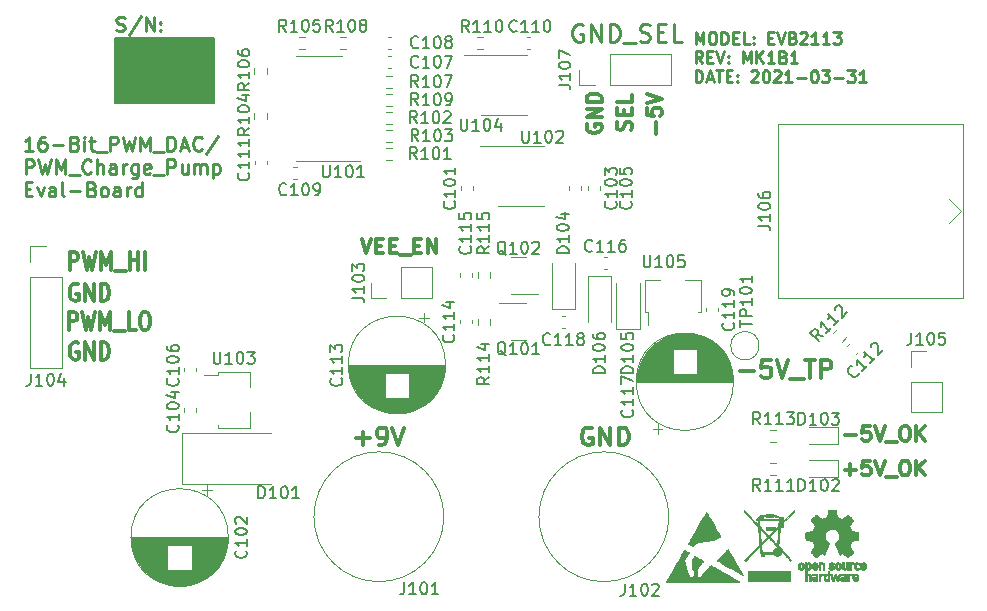
<source format=gbr>
%TF.GenerationSoftware,KiCad,Pcbnew,(5.99.0-9654-g274d4e2eb4)*%
%TF.CreationDate,2021-03-31T09:38:20+08:00*%
%TF.ProjectId,16bit-pwm-dac-board,31366269-742d-4707-976d-2d6461632d62,MK1B1*%
%TF.SameCoordinates,PXfd9da600PY17d7840*%
%TF.FileFunction,Legend,Top*%
%TF.FilePolarity,Positive*%
%FSLAX46Y46*%
G04 Gerber Fmt 4.6, Leading zero omitted, Abs format (unit mm)*
G04 Created by KiCad (PCBNEW (5.99.0-9654-g274d4e2eb4)) date 2021-03-31 09:38:20*
%MOMM*%
%LPD*%
G01*
G04 APERTURE LIST*
%ADD10C,0.300000*%
%ADD11C,0.150000*%
%ADD12C,0.250000*%
%ADD13C,0.120000*%
%ADD14C,0.010000*%
G04 APERTURE END LIST*
D10*
X61070571Y19558858D02*
X62213428Y19558858D01*
X63642000Y20487429D02*
X62927714Y20487429D01*
X62856285Y19773143D01*
X62927714Y19844572D01*
X63070571Y19916000D01*
X63427714Y19916000D01*
X63570571Y19844572D01*
X63642000Y19773143D01*
X63713428Y19630286D01*
X63713428Y19273143D01*
X63642000Y19130286D01*
X63570571Y19058858D01*
X63427714Y18987429D01*
X63070571Y18987429D01*
X62927714Y19058858D01*
X62856285Y19130286D01*
X64142000Y20487429D02*
X64642000Y18987429D01*
X65142000Y20487429D01*
X65284857Y18844572D02*
X66427714Y18844572D01*
X66570571Y20487429D02*
X67427714Y20487429D01*
X66999142Y18987429D02*
X66999142Y20487429D01*
X67927714Y18987429D02*
X67927714Y20487429D01*
X68499142Y20487429D01*
X68642000Y20416000D01*
X68713428Y20344572D01*
X68784857Y20201715D01*
X68784857Y19987429D01*
X68713428Y19844572D01*
X68642000Y19773143D01*
X68499142Y19701715D01*
X67927714Y19701715D01*
D11*
X8123000Y47733000D02*
X16505000Y47733000D01*
X16505000Y47733000D02*
X16505000Y42272000D01*
X16505000Y42272000D02*
X8123000Y42272000D01*
X8123000Y42272000D02*
X8123000Y47733000D01*
G36*
X8123000Y47733000D02*
G01*
X16505000Y47733000D01*
X16505000Y42272000D01*
X8123000Y42272000D01*
X8123000Y47733000D01*
G37*
D12*
X8260072Y48390285D02*
X8431500Y48333142D01*
X8717215Y48333142D01*
X8831500Y48390285D01*
X8888643Y48447428D01*
X8945786Y48561714D01*
X8945786Y48676000D01*
X8888643Y48790285D01*
X8831500Y48847428D01*
X8717215Y48904571D01*
X8488643Y48961714D01*
X8374358Y49018857D01*
X8317215Y49076000D01*
X8260072Y49190285D01*
X8260072Y49304571D01*
X8317215Y49418857D01*
X8374358Y49476000D01*
X8488643Y49533142D01*
X8774358Y49533142D01*
X8945786Y49476000D01*
X10317215Y49590285D02*
X9288643Y48047428D01*
X10717215Y48333142D02*
X10717215Y49533142D01*
X11402929Y48333142D01*
X11402929Y49533142D01*
X11974358Y48447428D02*
X12031500Y48390285D01*
X11974358Y48333142D01*
X11917215Y48390285D01*
X11974358Y48447428D01*
X11974358Y48333142D01*
X11974358Y49076000D02*
X12031500Y49018857D01*
X11974358Y48961714D01*
X11917215Y49018857D01*
X11974358Y49076000D01*
X11974358Y48961714D01*
D10*
X5011620Y21940000D02*
X4892572Y22011429D01*
X4714000Y22011429D01*
X4535429Y21940000D01*
X4416381Y21797143D01*
X4356858Y21654286D01*
X4297334Y21368572D01*
X4297334Y21154286D01*
X4356858Y20868572D01*
X4416381Y20725715D01*
X4535429Y20582858D01*
X4714000Y20511429D01*
X4833048Y20511429D01*
X5011620Y20582858D01*
X5071143Y20654286D01*
X5071143Y21154286D01*
X4833048Y21154286D01*
X5606858Y20511429D02*
X5606858Y22011429D01*
X6321143Y20511429D01*
X6321143Y22011429D01*
X6916381Y20511429D02*
X6916381Y22011429D01*
X7214000Y22011429D01*
X7392572Y21940000D01*
X7511620Y21797143D01*
X7571143Y21654286D01*
X7630667Y21368572D01*
X7630667Y21154286D01*
X7571143Y20868572D01*
X7511620Y20725715D01*
X7392572Y20582858D01*
X7214000Y20511429D01*
X6916381Y20511429D01*
X4222143Y23051429D02*
X4222143Y24551429D01*
X4698334Y24551429D01*
X4817381Y24480000D01*
X4876905Y24408572D01*
X4936429Y24265715D01*
X4936429Y24051429D01*
X4876905Y23908572D01*
X4817381Y23837143D01*
X4698334Y23765715D01*
X4222143Y23765715D01*
X5353096Y24551429D02*
X5650715Y23051429D01*
X5888810Y24122858D01*
X6126905Y23051429D01*
X6424524Y24551429D01*
X6900715Y23051429D02*
X6900715Y24551429D01*
X7317381Y23480000D01*
X7734048Y24551429D01*
X7734048Y23051429D01*
X8031667Y22908572D02*
X8984048Y22908572D01*
X9876905Y23051429D02*
X9281667Y23051429D01*
X9281667Y24551429D01*
X10531667Y24551429D02*
X10769762Y24551429D01*
X10888810Y24480000D01*
X11007858Y24337143D01*
X11067381Y24051429D01*
X11067381Y23551429D01*
X11007858Y23265715D01*
X10888810Y23122858D01*
X10769762Y23051429D01*
X10531667Y23051429D01*
X10412620Y23122858D01*
X10293572Y23265715D01*
X10234048Y23551429D01*
X10234048Y24051429D01*
X10293572Y24337143D01*
X10412620Y24480000D01*
X10531667Y24551429D01*
X51808952Y39954428D02*
X51868476Y40133000D01*
X51868476Y40430619D01*
X51808952Y40549666D01*
X51749428Y40609190D01*
X51630380Y40668714D01*
X51511333Y40668714D01*
X51392285Y40609190D01*
X51332761Y40549666D01*
X51273238Y40430619D01*
X51213714Y40192523D01*
X51154190Y40073476D01*
X51094666Y40013952D01*
X50975619Y39954428D01*
X50856571Y39954428D01*
X50737523Y40013952D01*
X50678000Y40073476D01*
X50618476Y40192523D01*
X50618476Y40490142D01*
X50678000Y40668714D01*
X51213714Y41204428D02*
X51213714Y41621095D01*
X51868476Y41799666D02*
X51868476Y41204428D01*
X50618476Y41204428D01*
X50618476Y41799666D01*
X51868476Y42930619D02*
X51868476Y42335380D01*
X50618476Y42335380D01*
X69910904Y14115715D02*
X70863285Y14115715D01*
X72053761Y14889524D02*
X71458523Y14889524D01*
X71399000Y14294286D01*
X71458523Y14353810D01*
X71577571Y14413334D01*
X71875190Y14413334D01*
X71994238Y14353810D01*
X72053761Y14294286D01*
X72113285Y14175239D01*
X72113285Y13877620D01*
X72053761Y13758572D01*
X71994238Y13699048D01*
X71875190Y13639524D01*
X71577571Y13639524D01*
X71458523Y13699048D01*
X71399000Y13758572D01*
X72470428Y14889524D02*
X72887095Y13639524D01*
X73303761Y14889524D01*
X73422809Y13520477D02*
X74375190Y13520477D01*
X74910904Y14889524D02*
X75149000Y14889524D01*
X75268047Y14830000D01*
X75387095Y14710953D01*
X75446619Y14472858D01*
X75446619Y14056191D01*
X75387095Y13818096D01*
X75268047Y13699048D01*
X75149000Y13639524D01*
X74910904Y13639524D01*
X74791857Y13699048D01*
X74672809Y13818096D01*
X74613285Y14056191D01*
X74613285Y14472858D01*
X74672809Y14710953D01*
X74791857Y14830000D01*
X74910904Y14889524D01*
X75982333Y13639524D02*
X75982333Y14889524D01*
X76696619Y13639524D02*
X76160904Y14353810D01*
X76696619Y14889524D02*
X75982333Y14175239D01*
X53932285Y39648857D02*
X53932285Y40601238D01*
X53158476Y41791714D02*
X53158476Y41196476D01*
X53753714Y41136952D01*
X53694190Y41196476D01*
X53634666Y41315523D01*
X53634666Y41613142D01*
X53694190Y41732190D01*
X53753714Y41791714D01*
X53872761Y41851238D01*
X54170380Y41851238D01*
X54289428Y41791714D01*
X54348952Y41732190D01*
X54408476Y41613142D01*
X54408476Y41315523D01*
X54348952Y41196476D01*
X54289428Y41136952D01*
X53158476Y42208380D02*
X54408476Y42625047D01*
X53158476Y43041714D01*
X4303477Y28131428D02*
X4303477Y29631428D01*
X4779667Y29631428D01*
X4898715Y29560000D01*
X4958239Y29488571D01*
X5017762Y29345714D01*
X5017762Y29131428D01*
X4958239Y28988571D01*
X4898715Y28917142D01*
X4779667Y28845714D01*
X4303477Y28845714D01*
X5434429Y29631428D02*
X5732048Y28131428D01*
X5970143Y29202857D01*
X6208239Y28131428D01*
X6505858Y29631428D01*
X6982048Y28131428D02*
X6982048Y29631428D01*
X7398715Y28560000D01*
X7815381Y29631428D01*
X7815381Y28131428D01*
X8113000Y27988571D02*
X9065381Y27988571D01*
X9363000Y28131428D02*
X9363000Y29631428D01*
X9363000Y28917142D02*
X10077286Y28917142D01*
X10077286Y28131428D02*
X10077286Y29631428D01*
X10672524Y28131428D02*
X10672524Y29631428D01*
X48509142Y14701000D02*
X48366285Y14772429D01*
X48152000Y14772429D01*
X47937714Y14701000D01*
X47794857Y14558143D01*
X47723428Y14415286D01*
X47652000Y14129572D01*
X47652000Y13915286D01*
X47723428Y13629572D01*
X47794857Y13486715D01*
X47937714Y13343858D01*
X48152000Y13272429D01*
X48294857Y13272429D01*
X48509142Y13343858D01*
X48580571Y13415286D01*
X48580571Y13915286D01*
X48294857Y13915286D01*
X49223428Y13272429D02*
X49223428Y14772429D01*
X50080571Y13272429D01*
X50080571Y14772429D01*
X50794857Y13272429D02*
X50794857Y14772429D01*
X51152000Y14772429D01*
X51366285Y14701000D01*
X51509142Y14558143D01*
X51580571Y14415286D01*
X51652000Y14129572D01*
X51652000Y13915286D01*
X51580571Y13629572D01*
X51509142Y13486715D01*
X51366285Y13343858D01*
X51152000Y13272429D01*
X50794857Y13272429D01*
D12*
X57291595Y47239619D02*
X57291595Y48239619D01*
X57624928Y47525333D01*
X57958261Y48239619D01*
X57958261Y47239619D01*
X58624928Y48239619D02*
X58815404Y48239619D01*
X58910642Y48192000D01*
X59005880Y48096761D01*
X59053500Y47906285D01*
X59053500Y47572952D01*
X59005880Y47382476D01*
X58910642Y47287238D01*
X58815404Y47239619D01*
X58624928Y47239619D01*
X58529690Y47287238D01*
X58434452Y47382476D01*
X58386833Y47572952D01*
X58386833Y47906285D01*
X58434452Y48096761D01*
X58529690Y48192000D01*
X58624928Y48239619D01*
X59482071Y47239619D02*
X59482071Y48239619D01*
X59720166Y48239619D01*
X59863023Y48192000D01*
X59958261Y48096761D01*
X60005880Y48001523D01*
X60053500Y47811047D01*
X60053500Y47668190D01*
X60005880Y47477714D01*
X59958261Y47382476D01*
X59863023Y47287238D01*
X59720166Y47239619D01*
X59482071Y47239619D01*
X60482071Y47763428D02*
X60815404Y47763428D01*
X60958261Y47239619D02*
X60482071Y47239619D01*
X60482071Y48239619D01*
X60958261Y48239619D01*
X61863023Y47239619D02*
X61386833Y47239619D01*
X61386833Y48239619D01*
X62196357Y47334857D02*
X62243976Y47287238D01*
X62196357Y47239619D01*
X62148738Y47287238D01*
X62196357Y47334857D01*
X62196357Y47239619D01*
X62196357Y47858666D02*
X62243976Y47811047D01*
X62196357Y47763428D01*
X62148738Y47811047D01*
X62196357Y47858666D01*
X62196357Y47763428D01*
X63434452Y47763428D02*
X63767785Y47763428D01*
X63910642Y47239619D02*
X63434452Y47239619D01*
X63434452Y48239619D01*
X63910642Y48239619D01*
X64196357Y48239619D02*
X64529690Y47239619D01*
X64863023Y48239619D01*
X65529690Y47763428D02*
X65672547Y47715809D01*
X65720166Y47668190D01*
X65767785Y47572952D01*
X65767785Y47430095D01*
X65720166Y47334857D01*
X65672547Y47287238D01*
X65577309Y47239619D01*
X65196357Y47239619D01*
X65196357Y48239619D01*
X65529690Y48239619D01*
X65624928Y48192000D01*
X65672547Y48144380D01*
X65720166Y48049142D01*
X65720166Y47953904D01*
X65672547Y47858666D01*
X65624928Y47811047D01*
X65529690Y47763428D01*
X65196357Y47763428D01*
X66148738Y48144380D02*
X66196357Y48192000D01*
X66291595Y48239619D01*
X66529690Y48239619D01*
X66624928Y48192000D01*
X66672547Y48144380D01*
X66720166Y48049142D01*
X66720166Y47953904D01*
X66672547Y47811047D01*
X66101119Y47239619D01*
X66720166Y47239619D01*
X67672547Y47239619D02*
X67101119Y47239619D01*
X67386833Y47239619D02*
X67386833Y48239619D01*
X67291595Y48096761D01*
X67196357Y48001523D01*
X67101119Y47953904D01*
X68624928Y47239619D02*
X68053500Y47239619D01*
X68339214Y47239619D02*
X68339214Y48239619D01*
X68243976Y48096761D01*
X68148738Y48001523D01*
X68053500Y47953904D01*
X68958261Y48239619D02*
X69577309Y48239619D01*
X69243976Y47858666D01*
X69386833Y47858666D01*
X69482071Y47811047D01*
X69529690Y47763428D01*
X69577309Y47668190D01*
X69577309Y47430095D01*
X69529690Y47334857D01*
X69482071Y47287238D01*
X69386833Y47239619D01*
X69101119Y47239619D01*
X69005880Y47287238D01*
X68958261Y47334857D01*
X57863023Y45629619D02*
X57529690Y46105809D01*
X57291595Y45629619D02*
X57291595Y46629619D01*
X57672547Y46629619D01*
X57767785Y46582000D01*
X57815404Y46534380D01*
X57863023Y46439142D01*
X57863023Y46296285D01*
X57815404Y46201047D01*
X57767785Y46153428D01*
X57672547Y46105809D01*
X57291595Y46105809D01*
X58291595Y46153428D02*
X58624928Y46153428D01*
X58767785Y45629619D02*
X58291595Y45629619D01*
X58291595Y46629619D01*
X58767785Y46629619D01*
X59053500Y46629619D02*
X59386833Y45629619D01*
X59720166Y46629619D01*
X60053500Y45724857D02*
X60101119Y45677238D01*
X60053500Y45629619D01*
X60005880Y45677238D01*
X60053500Y45724857D01*
X60053500Y45629619D01*
X60053500Y46248666D02*
X60101119Y46201047D01*
X60053500Y46153428D01*
X60005880Y46201047D01*
X60053500Y46248666D01*
X60053500Y46153428D01*
X61291595Y45629619D02*
X61291595Y46629619D01*
X61624928Y45915333D01*
X61958261Y46629619D01*
X61958261Y45629619D01*
X62434452Y45629619D02*
X62434452Y46629619D01*
X63005880Y45629619D02*
X62577309Y46201047D01*
X63005880Y46629619D02*
X62434452Y46058190D01*
X63958261Y45629619D02*
X63386833Y45629619D01*
X63672547Y45629619D02*
X63672547Y46629619D01*
X63577309Y46486761D01*
X63482071Y46391523D01*
X63386833Y46343904D01*
X64720166Y46153428D02*
X64863023Y46105809D01*
X64910642Y46058190D01*
X64958261Y45962952D01*
X64958261Y45820095D01*
X64910642Y45724857D01*
X64863023Y45677238D01*
X64767785Y45629619D01*
X64386833Y45629619D01*
X64386833Y46629619D01*
X64720166Y46629619D01*
X64815404Y46582000D01*
X64863023Y46534380D01*
X64910642Y46439142D01*
X64910642Y46343904D01*
X64863023Y46248666D01*
X64815404Y46201047D01*
X64720166Y46153428D01*
X64386833Y46153428D01*
X65910642Y45629619D02*
X65339214Y45629619D01*
X65624928Y45629619D02*
X65624928Y46629619D01*
X65529690Y46486761D01*
X65434452Y46391523D01*
X65339214Y46343904D01*
X57291595Y44019619D02*
X57291595Y45019619D01*
X57529690Y45019619D01*
X57672547Y44972000D01*
X57767785Y44876761D01*
X57815404Y44781523D01*
X57863023Y44591047D01*
X57863023Y44448190D01*
X57815404Y44257714D01*
X57767785Y44162476D01*
X57672547Y44067238D01*
X57529690Y44019619D01*
X57291595Y44019619D01*
X58243976Y44305333D02*
X58720166Y44305333D01*
X58148738Y44019619D02*
X58482071Y45019619D01*
X58815404Y44019619D01*
X59005880Y45019619D02*
X59577309Y45019619D01*
X59291595Y44019619D02*
X59291595Y45019619D01*
X59910642Y44543428D02*
X60243976Y44543428D01*
X60386833Y44019619D02*
X59910642Y44019619D01*
X59910642Y45019619D01*
X60386833Y45019619D01*
X60815404Y44114857D02*
X60863023Y44067238D01*
X60815404Y44019619D01*
X60767785Y44067238D01*
X60815404Y44114857D01*
X60815404Y44019619D01*
X60815404Y44638666D02*
X60863023Y44591047D01*
X60815404Y44543428D01*
X60767785Y44591047D01*
X60815404Y44638666D01*
X60815404Y44543428D01*
X62005880Y44924380D02*
X62053500Y44972000D01*
X62148738Y45019619D01*
X62386833Y45019619D01*
X62482071Y44972000D01*
X62529690Y44924380D01*
X62577309Y44829142D01*
X62577309Y44733904D01*
X62529690Y44591047D01*
X61958261Y44019619D01*
X62577309Y44019619D01*
X63196357Y45019619D02*
X63291595Y45019619D01*
X63386833Y44972000D01*
X63434452Y44924380D01*
X63482071Y44829142D01*
X63529690Y44638666D01*
X63529690Y44400571D01*
X63482071Y44210095D01*
X63434452Y44114857D01*
X63386833Y44067238D01*
X63291595Y44019619D01*
X63196357Y44019619D01*
X63101119Y44067238D01*
X63053500Y44114857D01*
X63005880Y44210095D01*
X62958261Y44400571D01*
X62958261Y44638666D01*
X63005880Y44829142D01*
X63053500Y44924380D01*
X63101119Y44972000D01*
X63196357Y45019619D01*
X63910642Y44924380D02*
X63958261Y44972000D01*
X64053500Y45019619D01*
X64291595Y45019619D01*
X64386833Y44972000D01*
X64434452Y44924380D01*
X64482071Y44829142D01*
X64482071Y44733904D01*
X64434452Y44591047D01*
X63863023Y44019619D01*
X64482071Y44019619D01*
X65434452Y44019619D02*
X64863023Y44019619D01*
X65148738Y44019619D02*
X65148738Y45019619D01*
X65053500Y44876761D01*
X64958261Y44781523D01*
X64863023Y44733904D01*
X65863023Y44400571D02*
X66624928Y44400571D01*
X67291595Y45019619D02*
X67386833Y45019619D01*
X67482071Y44972000D01*
X67529690Y44924380D01*
X67577309Y44829142D01*
X67624928Y44638666D01*
X67624928Y44400571D01*
X67577309Y44210095D01*
X67529690Y44114857D01*
X67482071Y44067238D01*
X67386833Y44019619D01*
X67291595Y44019619D01*
X67196357Y44067238D01*
X67148738Y44114857D01*
X67101119Y44210095D01*
X67053500Y44400571D01*
X67053500Y44638666D01*
X67101119Y44829142D01*
X67148738Y44924380D01*
X67196357Y44972000D01*
X67291595Y45019619D01*
X67958261Y45019619D02*
X68577309Y45019619D01*
X68243976Y44638666D01*
X68386833Y44638666D01*
X68482071Y44591047D01*
X68529690Y44543428D01*
X68577309Y44448190D01*
X68577309Y44210095D01*
X68529690Y44114857D01*
X68482071Y44067238D01*
X68386833Y44019619D01*
X68101119Y44019619D01*
X68005880Y44067238D01*
X67958261Y44114857D01*
X69005880Y44400571D02*
X69767785Y44400571D01*
X70148738Y45019619D02*
X70767785Y45019619D01*
X70434452Y44638666D01*
X70577309Y44638666D01*
X70672547Y44591047D01*
X70720166Y44543428D01*
X70767785Y44448190D01*
X70767785Y44210095D01*
X70720166Y44114857D01*
X70672547Y44067238D01*
X70577309Y44019619D01*
X70291595Y44019619D01*
X70196357Y44067238D01*
X70148738Y44114857D01*
X71720166Y44019619D02*
X71148738Y44019619D01*
X71434452Y44019619D02*
X71434452Y45019619D01*
X71339214Y44876761D01*
X71243976Y44781523D01*
X71148738Y44733904D01*
X1198786Y38200142D02*
X513072Y38200142D01*
X855929Y38200142D02*
X855929Y39400142D01*
X741643Y39228714D01*
X627358Y39114428D01*
X513072Y39057285D01*
X2227358Y39400142D02*
X1998786Y39400142D01*
X1884500Y39343000D01*
X1827358Y39285857D01*
X1713072Y39114428D01*
X1655929Y38885857D01*
X1655929Y38428714D01*
X1713072Y38314428D01*
X1770215Y38257285D01*
X1884500Y38200142D01*
X2113072Y38200142D01*
X2227358Y38257285D01*
X2284500Y38314428D01*
X2341643Y38428714D01*
X2341643Y38714428D01*
X2284500Y38828714D01*
X2227358Y38885857D01*
X2113072Y38943000D01*
X1884500Y38943000D01*
X1770215Y38885857D01*
X1713072Y38828714D01*
X1655929Y38714428D01*
X2855929Y38657285D02*
X3770215Y38657285D01*
X4741643Y38828714D02*
X4913072Y38771571D01*
X4970215Y38714428D01*
X5027358Y38600142D01*
X5027358Y38428714D01*
X4970215Y38314428D01*
X4913072Y38257285D01*
X4798786Y38200142D01*
X4341643Y38200142D01*
X4341643Y39400142D01*
X4741643Y39400142D01*
X4855929Y39343000D01*
X4913072Y39285857D01*
X4970215Y39171571D01*
X4970215Y39057285D01*
X4913072Y38943000D01*
X4855929Y38885857D01*
X4741643Y38828714D01*
X4341643Y38828714D01*
X5541643Y38200142D02*
X5541643Y39000142D01*
X5541643Y39400142D02*
X5484500Y39343000D01*
X5541643Y39285857D01*
X5598786Y39343000D01*
X5541643Y39400142D01*
X5541643Y39285857D01*
X5941643Y39000142D02*
X6398786Y39000142D01*
X6113072Y39400142D02*
X6113072Y38371571D01*
X6170215Y38257285D01*
X6284500Y38200142D01*
X6398786Y38200142D01*
X6513072Y38085857D02*
X7427358Y38085857D01*
X7713072Y38200142D02*
X7713072Y39400142D01*
X8170215Y39400142D01*
X8284500Y39343000D01*
X8341643Y39285857D01*
X8398786Y39171571D01*
X8398786Y39000142D01*
X8341643Y38885857D01*
X8284500Y38828714D01*
X8170215Y38771571D01*
X7713072Y38771571D01*
X8798786Y39400142D02*
X9084500Y38200142D01*
X9313072Y39057285D01*
X9541643Y38200142D01*
X9827358Y39400142D01*
X10284500Y38200142D02*
X10284500Y39400142D01*
X10684500Y38543000D01*
X11084500Y39400142D01*
X11084500Y38200142D01*
X11370215Y38085857D02*
X12284500Y38085857D01*
X12570215Y38200142D02*
X12570215Y39400142D01*
X12855929Y39400142D01*
X13027358Y39343000D01*
X13141643Y39228714D01*
X13198786Y39114428D01*
X13255929Y38885857D01*
X13255929Y38714428D01*
X13198786Y38485857D01*
X13141643Y38371571D01*
X13027358Y38257285D01*
X12855929Y38200142D01*
X12570215Y38200142D01*
X13713072Y38543000D02*
X14284500Y38543000D01*
X13598786Y38200142D02*
X13998786Y39400142D01*
X14398786Y38200142D01*
X15484500Y38314428D02*
X15427358Y38257285D01*
X15255929Y38200142D01*
X15141643Y38200142D01*
X14970215Y38257285D01*
X14855929Y38371571D01*
X14798786Y38485857D01*
X14741643Y38714428D01*
X14741643Y38885857D01*
X14798786Y39114428D01*
X14855929Y39228714D01*
X14970215Y39343000D01*
X15141643Y39400142D01*
X15255929Y39400142D01*
X15427358Y39343000D01*
X15484500Y39285857D01*
X16855929Y39457285D02*
X15827358Y37914428D01*
X570215Y36268142D02*
X570215Y37468142D01*
X1027358Y37468142D01*
X1141643Y37411000D01*
X1198786Y37353857D01*
X1255929Y37239571D01*
X1255929Y37068142D01*
X1198786Y36953857D01*
X1141643Y36896714D01*
X1027358Y36839571D01*
X570215Y36839571D01*
X1655929Y37468142D02*
X1941643Y36268142D01*
X2170215Y37125285D01*
X2398786Y36268142D01*
X2684500Y37468142D01*
X3141643Y36268142D02*
X3141643Y37468142D01*
X3541643Y36611000D01*
X3941643Y37468142D01*
X3941643Y36268142D01*
X4227358Y36153857D02*
X5141643Y36153857D01*
X6113072Y36382428D02*
X6055929Y36325285D01*
X5884500Y36268142D01*
X5770215Y36268142D01*
X5598786Y36325285D01*
X5484500Y36439571D01*
X5427358Y36553857D01*
X5370215Y36782428D01*
X5370215Y36953857D01*
X5427358Y37182428D01*
X5484500Y37296714D01*
X5598786Y37411000D01*
X5770215Y37468142D01*
X5884500Y37468142D01*
X6055929Y37411000D01*
X6113072Y37353857D01*
X6627358Y36268142D02*
X6627358Y37468142D01*
X7141643Y36268142D02*
X7141643Y36896714D01*
X7084500Y37011000D01*
X6970215Y37068142D01*
X6798786Y37068142D01*
X6684500Y37011000D01*
X6627358Y36953857D01*
X8227358Y36268142D02*
X8227358Y36896714D01*
X8170215Y37011000D01*
X8055929Y37068142D01*
X7827358Y37068142D01*
X7713072Y37011000D01*
X8227358Y36325285D02*
X8113072Y36268142D01*
X7827358Y36268142D01*
X7713072Y36325285D01*
X7655929Y36439571D01*
X7655929Y36553857D01*
X7713072Y36668142D01*
X7827358Y36725285D01*
X8113072Y36725285D01*
X8227358Y36782428D01*
X8798786Y36268142D02*
X8798786Y37068142D01*
X8798786Y36839571D02*
X8855929Y36953857D01*
X8913072Y37011000D01*
X9027358Y37068142D01*
X9141643Y37068142D01*
X10055929Y37068142D02*
X10055929Y36096714D01*
X9998786Y35982428D01*
X9941643Y35925285D01*
X9827358Y35868142D01*
X9655929Y35868142D01*
X9541643Y35925285D01*
X10055929Y36325285D02*
X9941643Y36268142D01*
X9713072Y36268142D01*
X9598786Y36325285D01*
X9541643Y36382428D01*
X9484500Y36496714D01*
X9484500Y36839571D01*
X9541643Y36953857D01*
X9598786Y37011000D01*
X9713072Y37068142D01*
X9941643Y37068142D01*
X10055929Y37011000D01*
X11084500Y36325285D02*
X10970215Y36268142D01*
X10741643Y36268142D01*
X10627358Y36325285D01*
X10570215Y36439571D01*
X10570215Y36896714D01*
X10627358Y37011000D01*
X10741643Y37068142D01*
X10970215Y37068142D01*
X11084500Y37011000D01*
X11141643Y36896714D01*
X11141643Y36782428D01*
X10570215Y36668142D01*
X11370215Y36153857D02*
X12284500Y36153857D01*
X12570215Y36268142D02*
X12570215Y37468142D01*
X13027358Y37468142D01*
X13141643Y37411000D01*
X13198786Y37353857D01*
X13255929Y37239571D01*
X13255929Y37068142D01*
X13198786Y36953857D01*
X13141643Y36896714D01*
X13027358Y36839571D01*
X12570215Y36839571D01*
X14284500Y37068142D02*
X14284500Y36268142D01*
X13770215Y37068142D02*
X13770215Y36439571D01*
X13827358Y36325285D01*
X13941643Y36268142D01*
X14113072Y36268142D01*
X14227358Y36325285D01*
X14284500Y36382428D01*
X14855929Y36268142D02*
X14855929Y37068142D01*
X14855929Y36953857D02*
X14913072Y37011000D01*
X15027358Y37068142D01*
X15198786Y37068142D01*
X15313072Y37011000D01*
X15370215Y36896714D01*
X15370215Y36268142D01*
X15370215Y36896714D02*
X15427358Y37011000D01*
X15541643Y37068142D01*
X15713072Y37068142D01*
X15827358Y37011000D01*
X15884500Y36896714D01*
X15884500Y36268142D01*
X16455929Y37068142D02*
X16455929Y35868142D01*
X16455929Y37011000D02*
X16570215Y37068142D01*
X16798786Y37068142D01*
X16913072Y37011000D01*
X16970215Y36953857D01*
X17027358Y36839571D01*
X17027358Y36496714D01*
X16970215Y36382428D01*
X16913072Y36325285D01*
X16798786Y36268142D01*
X16570215Y36268142D01*
X16455929Y36325285D01*
X570215Y34964714D02*
X970215Y34964714D01*
X1141643Y34336142D02*
X570215Y34336142D01*
X570215Y35536142D01*
X1141643Y35536142D01*
X1541643Y35136142D02*
X1827358Y34336142D01*
X2113072Y35136142D01*
X3084500Y34336142D02*
X3084500Y34964714D01*
X3027358Y35079000D01*
X2913072Y35136142D01*
X2684500Y35136142D01*
X2570215Y35079000D01*
X3084500Y34393285D02*
X2970215Y34336142D01*
X2684500Y34336142D01*
X2570215Y34393285D01*
X2513072Y34507571D01*
X2513072Y34621857D01*
X2570215Y34736142D01*
X2684500Y34793285D01*
X2970215Y34793285D01*
X3084500Y34850428D01*
X3827358Y34336142D02*
X3713072Y34393285D01*
X3655929Y34507571D01*
X3655929Y35536142D01*
X4284500Y34793285D02*
X5198786Y34793285D01*
X6170215Y34964714D02*
X6341643Y34907571D01*
X6398786Y34850428D01*
X6455929Y34736142D01*
X6455929Y34564714D01*
X6398786Y34450428D01*
X6341643Y34393285D01*
X6227358Y34336142D01*
X5770215Y34336142D01*
X5770215Y35536142D01*
X6170215Y35536142D01*
X6284500Y35479000D01*
X6341643Y35421857D01*
X6398786Y35307571D01*
X6398786Y35193285D01*
X6341643Y35079000D01*
X6284500Y35021857D01*
X6170215Y34964714D01*
X5770215Y34964714D01*
X7141643Y34336142D02*
X7027358Y34393285D01*
X6970215Y34450428D01*
X6913072Y34564714D01*
X6913072Y34907571D01*
X6970215Y35021857D01*
X7027358Y35079000D01*
X7141643Y35136142D01*
X7313072Y35136142D01*
X7427358Y35079000D01*
X7484500Y35021857D01*
X7541643Y34907571D01*
X7541643Y34564714D01*
X7484500Y34450428D01*
X7427358Y34393285D01*
X7313072Y34336142D01*
X7141643Y34336142D01*
X8570215Y34336142D02*
X8570215Y34964714D01*
X8513072Y35079000D01*
X8398786Y35136142D01*
X8170215Y35136142D01*
X8055929Y35079000D01*
X8570215Y34393285D02*
X8455929Y34336142D01*
X8170215Y34336142D01*
X8055929Y34393285D01*
X7998786Y34507571D01*
X7998786Y34621857D01*
X8055929Y34736142D01*
X8170215Y34793285D01*
X8455929Y34793285D01*
X8570215Y34850428D01*
X9141643Y34336142D02*
X9141643Y35136142D01*
X9141643Y34907571D02*
X9198786Y35021857D01*
X9255929Y35079000D01*
X9370215Y35136142D01*
X9484500Y35136142D01*
X10398786Y34336142D02*
X10398786Y35536142D01*
X10398786Y34393285D02*
X10284500Y34336142D01*
X10055929Y34336142D01*
X9941643Y34393285D01*
X9884500Y34450428D01*
X9827358Y34564714D01*
X9827358Y34907571D01*
X9884500Y35021857D01*
X9941643Y35079000D01*
X10055929Y35136142D01*
X10284500Y35136142D01*
X10398786Y35079000D01*
X47715714Y48864000D02*
X47572857Y48935428D01*
X47358571Y48935428D01*
X47144285Y48864000D01*
X47001428Y48721142D01*
X46930000Y48578285D01*
X46858571Y48292571D01*
X46858571Y48078285D01*
X46930000Y47792571D01*
X47001428Y47649714D01*
X47144285Y47506857D01*
X47358571Y47435428D01*
X47501428Y47435428D01*
X47715714Y47506857D01*
X47787142Y47578285D01*
X47787142Y48078285D01*
X47501428Y48078285D01*
X48430000Y47435428D02*
X48430000Y48935428D01*
X49287142Y47435428D01*
X49287142Y48935428D01*
X50001428Y47435428D02*
X50001428Y48935428D01*
X50358571Y48935428D01*
X50572857Y48864000D01*
X50715714Y48721142D01*
X50787142Y48578285D01*
X50858571Y48292571D01*
X50858571Y48078285D01*
X50787142Y47792571D01*
X50715714Y47649714D01*
X50572857Y47506857D01*
X50358571Y47435428D01*
X50001428Y47435428D01*
X51144285Y47292571D02*
X52287142Y47292571D01*
X52572857Y47506857D02*
X52787142Y47435428D01*
X53144285Y47435428D01*
X53287142Y47506857D01*
X53358571Y47578285D01*
X53430000Y47721142D01*
X53430000Y47864000D01*
X53358571Y48006857D01*
X53287142Y48078285D01*
X53144285Y48149714D01*
X52858571Y48221142D01*
X52715714Y48292571D01*
X52644285Y48364000D01*
X52572857Y48506857D01*
X52572857Y48649714D01*
X52644285Y48792571D01*
X52715714Y48864000D01*
X52858571Y48935428D01*
X53215714Y48935428D01*
X53430000Y48864000D01*
X54072857Y48221142D02*
X54572857Y48221142D01*
X54787142Y47435428D02*
X54072857Y47435428D01*
X54072857Y48935428D01*
X54787142Y48935428D01*
X56144285Y47435428D02*
X55429999Y47435428D01*
X55429999Y48935428D01*
D10*
X5011620Y26893000D02*
X4892572Y26964428D01*
X4714000Y26964428D01*
X4535429Y26893000D01*
X4416381Y26750142D01*
X4356858Y26607285D01*
X4297334Y26321571D01*
X4297334Y26107285D01*
X4356858Y25821571D01*
X4416381Y25678714D01*
X4535429Y25535857D01*
X4714000Y25464428D01*
X4833048Y25464428D01*
X5011620Y25535857D01*
X5071143Y25607285D01*
X5071143Y26107285D01*
X4833048Y26107285D01*
X5606858Y25464428D02*
X5606858Y26964428D01*
X6321143Y25464428D01*
X6321143Y26964428D01*
X6916381Y25464428D02*
X6916381Y26964428D01*
X7214000Y26964428D01*
X7392572Y26893000D01*
X7511620Y26750142D01*
X7571143Y26607285D01*
X7630667Y26321571D01*
X7630667Y26107285D01*
X7571143Y25821571D01*
X7511620Y25678714D01*
X7392572Y25535857D01*
X7214000Y25464428D01*
X6916381Y25464428D01*
X48138000Y40430619D02*
X48078476Y40311571D01*
X48078476Y40133000D01*
X48138000Y39954428D01*
X48257047Y39835380D01*
X48376095Y39775857D01*
X48614190Y39716333D01*
X48792761Y39716333D01*
X49030857Y39775857D01*
X49149904Y39835380D01*
X49268952Y39954428D01*
X49328476Y40133000D01*
X49328476Y40252047D01*
X49268952Y40430619D01*
X49209428Y40490142D01*
X48792761Y40490142D01*
X48792761Y40252047D01*
X49328476Y41025857D02*
X48078476Y41025857D01*
X49328476Y41740142D01*
X48078476Y41740142D01*
X49328476Y42335380D02*
X48078476Y42335380D01*
X48078476Y42633000D01*
X48138000Y42811571D01*
X48257047Y42930619D01*
X48376095Y42990142D01*
X48614190Y43049666D01*
X48792761Y43049666D01*
X49030857Y42990142D01*
X49149904Y42930619D01*
X49268952Y42811571D01*
X49328476Y42633000D01*
X49328476Y42335380D01*
X69910904Y11194715D02*
X70863285Y11194715D01*
X70387095Y10718524D02*
X70387095Y11670905D01*
X72053761Y11968524D02*
X71458523Y11968524D01*
X71399000Y11373286D01*
X71458523Y11432810D01*
X71577571Y11492334D01*
X71875190Y11492334D01*
X71994238Y11432810D01*
X72053761Y11373286D01*
X72113285Y11254239D01*
X72113285Y10956620D01*
X72053761Y10837572D01*
X71994238Y10778048D01*
X71875190Y10718524D01*
X71577571Y10718524D01*
X71458523Y10778048D01*
X71399000Y10837572D01*
X72470428Y11968524D02*
X72887095Y10718524D01*
X73303761Y11968524D01*
X73422809Y10599477D02*
X74375190Y10599477D01*
X74910904Y11968524D02*
X75149000Y11968524D01*
X75268047Y11909000D01*
X75387095Y11789953D01*
X75446619Y11551858D01*
X75446619Y11135191D01*
X75387095Y10897096D01*
X75268047Y10778048D01*
X75149000Y10718524D01*
X74910904Y10718524D01*
X74791857Y10778048D01*
X74672809Y10897096D01*
X74613285Y11135191D01*
X74613285Y11551858D01*
X74672809Y11789953D01*
X74791857Y11909000D01*
X74910904Y11968524D01*
X75982333Y10718524D02*
X75982333Y11968524D01*
X76696619Y10718524D02*
X76160904Y11432810D01*
X76696619Y11968524D02*
X75982333Y11254239D01*
X29008953Y30764523D02*
X29425620Y29514523D01*
X29842286Y30764523D01*
X30258953Y30169285D02*
X30675620Y30169285D01*
X30854191Y29514523D02*
X30258953Y29514523D01*
X30258953Y30764523D01*
X30854191Y30764523D01*
X31389905Y30169285D02*
X31806572Y30169285D01*
X31985143Y29514523D02*
X31389905Y29514523D01*
X31389905Y30764523D01*
X31985143Y30764523D01*
X32223239Y29395476D02*
X33175620Y29395476D01*
X33473239Y30169285D02*
X33889905Y30169285D01*
X34068477Y29514523D02*
X33473239Y29514523D01*
X33473239Y30764523D01*
X34068477Y30764523D01*
X34604191Y29514523D02*
X34604191Y30764523D01*
X35318477Y29514523D01*
X35318477Y30764523D01*
X28546429Y13843858D02*
X29689286Y13843858D01*
X29117858Y13272429D02*
X29117858Y14415286D01*
X30475000Y13272429D02*
X30760715Y13272429D01*
X30903572Y13343858D01*
X30975000Y13415286D01*
X31117858Y13629572D01*
X31189286Y13915286D01*
X31189286Y14486715D01*
X31117858Y14629572D01*
X31046429Y14701000D01*
X30903572Y14772429D01*
X30617858Y14772429D01*
X30475000Y14701000D01*
X30403572Y14629572D01*
X30332143Y14486715D01*
X30332143Y14129572D01*
X30403572Y13986715D01*
X30475000Y13915286D01*
X30617858Y13843858D01*
X30903572Y13843858D01*
X31046429Y13915286D01*
X31117858Y13986715D01*
X31189286Y14129572D01*
X31617858Y14772429D02*
X32117858Y13272429D01*
X32617858Y14772429D01*
D11*
%TO.C,TP101*%
X61042380Y23293715D02*
X61042380Y23865143D01*
X62042380Y23579429D02*
X61042380Y23579429D01*
X62042380Y24198477D02*
X61042380Y24198477D01*
X61042380Y24579429D01*
X61090000Y24674667D01*
X61137619Y24722286D01*
X61232857Y24769905D01*
X61375714Y24769905D01*
X61470952Y24722286D01*
X61518571Y24674667D01*
X61566190Y24579429D01*
X61566190Y24198477D01*
X62042380Y25722285D02*
X62042380Y25150857D01*
X62042380Y25436571D02*
X61042380Y25436571D01*
X61185238Y25341333D01*
X61280476Y25246095D01*
X61328095Y25150857D01*
X61042380Y26341333D02*
X61042380Y26436571D01*
X61090000Y26531809D01*
X61137619Y26579428D01*
X61232857Y26627047D01*
X61423333Y26674666D01*
X61661428Y26674666D01*
X61851904Y26627047D01*
X61947142Y26579428D01*
X61994761Y26531809D01*
X62042380Y26436571D01*
X62042380Y26341333D01*
X61994761Y26246095D01*
X61947142Y26198476D01*
X61851904Y26150857D01*
X61661428Y26103238D01*
X61423333Y26103238D01*
X61232857Y26150857D01*
X61137619Y26198476D01*
X61090000Y26246095D01*
X61042380Y26341333D01*
X62042380Y27627047D02*
X62042380Y27055619D01*
X62042380Y27341333D02*
X61042380Y27341333D01*
X61185238Y27246095D01*
X61280476Y27150857D01*
X61328095Y27055619D01*
%TO.C,U104*%
X37396715Y40914619D02*
X37396715Y40105095D01*
X37444334Y40009857D01*
X37491953Y39962238D01*
X37587191Y39914619D01*
X37777667Y39914619D01*
X37872905Y39962238D01*
X37920524Y40009857D01*
X37968143Y40105095D01*
X37968143Y40914619D01*
X38968143Y39914619D02*
X38396715Y39914619D01*
X38682429Y39914619D02*
X38682429Y40914619D01*
X38587191Y40771761D01*
X38491953Y40676523D01*
X38396715Y40628904D01*
X39587191Y40914619D02*
X39682429Y40914619D01*
X39777667Y40867000D01*
X39825286Y40819380D01*
X39872905Y40724142D01*
X39920524Y40533666D01*
X39920524Y40295571D01*
X39872905Y40105095D01*
X39825286Y40009857D01*
X39777667Y39962238D01*
X39682429Y39914619D01*
X39587191Y39914619D01*
X39491953Y39962238D01*
X39444334Y40009857D01*
X39396715Y40105095D01*
X39349096Y40295571D01*
X39349096Y40533666D01*
X39396715Y40724142D01*
X39444334Y40819380D01*
X39491953Y40867000D01*
X39587191Y40914619D01*
X40777666Y40581285D02*
X40777666Y39914619D01*
X40539571Y40962238D02*
X40301476Y40247952D01*
X40920523Y40247952D01*
%TO.C,C113*%
X27276143Y18927953D02*
X27323762Y18880334D01*
X27371381Y18737477D01*
X27371381Y18642239D01*
X27323762Y18499381D01*
X27228524Y18404143D01*
X27133286Y18356524D01*
X26942810Y18308905D01*
X26799953Y18308905D01*
X26609477Y18356524D01*
X26514239Y18404143D01*
X26419000Y18499381D01*
X26371381Y18642239D01*
X26371381Y18737477D01*
X26419000Y18880334D01*
X26466620Y18927953D01*
X27371381Y19880334D02*
X27371381Y19308905D01*
X27371381Y19594620D02*
X26371381Y19594620D01*
X26514239Y19499381D01*
X26609477Y19404143D01*
X26657096Y19308905D01*
X27371381Y20832715D02*
X27371381Y20261286D01*
X27371381Y20547000D02*
X26371381Y20547000D01*
X26514239Y20451762D01*
X26609477Y20356524D01*
X26657096Y20261286D01*
X26371381Y21166048D02*
X26371381Y21785096D01*
X26752334Y21451762D01*
X26752334Y21594620D01*
X26799953Y21689858D01*
X26847572Y21737477D01*
X26942810Y21785096D01*
X27180905Y21785096D01*
X27276143Y21737477D01*
X27323762Y21689858D01*
X27371381Y21594620D01*
X27371381Y21308905D01*
X27323762Y21213667D01*
X27276143Y21166048D01*
%TO.C,C101*%
X36866143Y33913952D02*
X36913762Y33866333D01*
X36961381Y33723476D01*
X36961381Y33628238D01*
X36913762Y33485380D01*
X36818524Y33390142D01*
X36723286Y33342523D01*
X36532810Y33294904D01*
X36389953Y33294904D01*
X36199477Y33342523D01*
X36104239Y33390142D01*
X36009000Y33485380D01*
X35961381Y33628238D01*
X35961381Y33723476D01*
X36009000Y33866333D01*
X36056620Y33913952D01*
X36961381Y34866333D02*
X36961381Y34294904D01*
X36961381Y34580619D02*
X35961381Y34580619D01*
X36104239Y34485380D01*
X36199477Y34390142D01*
X36247096Y34294904D01*
X35961381Y35485380D02*
X35961381Y35580619D01*
X36009000Y35675857D01*
X36056620Y35723476D01*
X36151858Y35771095D01*
X36342334Y35818714D01*
X36580429Y35818714D01*
X36770905Y35771095D01*
X36866143Y35723476D01*
X36913762Y35675857D01*
X36961381Y35580619D01*
X36961381Y35485380D01*
X36913762Y35390142D01*
X36866143Y35342523D01*
X36770905Y35294904D01*
X36580429Y35247285D01*
X36342334Y35247285D01*
X36151858Y35294904D01*
X36056620Y35342523D01*
X36009000Y35390142D01*
X35961381Y35485380D01*
X36961381Y36771095D02*
X36961381Y36199666D01*
X36961381Y36485380D02*
X35961381Y36485380D01*
X36104239Y36390142D01*
X36199477Y36294904D01*
X36247096Y36199666D01*
%TO.C,C108*%
X33800953Y46994857D02*
X33753334Y46947238D01*
X33610477Y46899619D01*
X33515239Y46899619D01*
X33372381Y46947238D01*
X33277143Y47042476D01*
X33229524Y47137714D01*
X33181905Y47328190D01*
X33181905Y47471047D01*
X33229524Y47661523D01*
X33277143Y47756761D01*
X33372381Y47852000D01*
X33515239Y47899619D01*
X33610477Y47899619D01*
X33753334Y47852000D01*
X33800953Y47804380D01*
X34753334Y46899619D02*
X34181905Y46899619D01*
X34467620Y46899619D02*
X34467620Y47899619D01*
X34372381Y47756761D01*
X34277143Y47661523D01*
X34181905Y47613904D01*
X35372381Y47899619D02*
X35467620Y47899619D01*
X35562858Y47852000D01*
X35610477Y47804380D01*
X35658096Y47709142D01*
X35705715Y47518666D01*
X35705715Y47280571D01*
X35658096Y47090095D01*
X35610477Y46994857D01*
X35562858Y46947238D01*
X35467620Y46899619D01*
X35372381Y46899619D01*
X35277143Y46947238D01*
X35229524Y46994857D01*
X35181905Y47090095D01*
X35134286Y47280571D01*
X35134286Y47518666D01*
X35181905Y47709142D01*
X35229524Y47804380D01*
X35277143Y47852000D01*
X35372381Y47899619D01*
X36277143Y47471047D02*
X36181905Y47518666D01*
X36134286Y47566285D01*
X36086667Y47661523D01*
X36086667Y47709142D01*
X36134286Y47804380D01*
X36181905Y47852000D01*
X36277143Y47899619D01*
X36467620Y47899619D01*
X36562858Y47852000D01*
X36610477Y47804380D01*
X36658096Y47709142D01*
X36658096Y47661523D01*
X36610477Y47566285D01*
X36562858Y47518666D01*
X36467620Y47471047D01*
X36277143Y47471047D01*
X36181905Y47423428D01*
X36134286Y47375809D01*
X36086667Y47280571D01*
X36086667Y47090095D01*
X36134286Y46994857D01*
X36181905Y46947238D01*
X36277143Y46899619D01*
X36467620Y46899619D01*
X36562858Y46947238D01*
X36610477Y46994857D01*
X36658096Y47090095D01*
X36658096Y47280571D01*
X36610477Y47375809D01*
X36562858Y47423428D01*
X36467620Y47471047D01*
%TO.C,C107*%
X33800953Y45343857D02*
X33753334Y45296238D01*
X33610477Y45248619D01*
X33515239Y45248619D01*
X33372381Y45296238D01*
X33277143Y45391476D01*
X33229524Y45486714D01*
X33181905Y45677190D01*
X33181905Y45820047D01*
X33229524Y46010523D01*
X33277143Y46105761D01*
X33372381Y46201000D01*
X33515239Y46248619D01*
X33610477Y46248619D01*
X33753334Y46201000D01*
X33800953Y46153380D01*
X34753334Y45248619D02*
X34181905Y45248619D01*
X34467620Y45248619D02*
X34467620Y46248619D01*
X34372381Y46105761D01*
X34277143Y46010523D01*
X34181905Y45962904D01*
X35372381Y46248619D02*
X35467620Y46248619D01*
X35562858Y46201000D01*
X35610477Y46153380D01*
X35658096Y46058142D01*
X35705715Y45867666D01*
X35705715Y45629571D01*
X35658096Y45439095D01*
X35610477Y45343857D01*
X35562858Y45296238D01*
X35467620Y45248619D01*
X35372381Y45248619D01*
X35277143Y45296238D01*
X35229524Y45343857D01*
X35181905Y45439095D01*
X35134286Y45629571D01*
X35134286Y45867666D01*
X35181905Y46058142D01*
X35229524Y46153380D01*
X35277143Y46201000D01*
X35372381Y46248619D01*
X36039048Y46248619D02*
X36705715Y46248619D01*
X36277143Y45248619D01*
%TO.C,R111*%
X62756952Y9434620D02*
X62423619Y9910810D01*
X62185523Y9434620D02*
X62185523Y10434620D01*
X62566476Y10434620D01*
X62661714Y10387000D01*
X62709333Y10339381D01*
X62756952Y10244143D01*
X62756952Y10101286D01*
X62709333Y10006048D01*
X62661714Y9958429D01*
X62566476Y9910810D01*
X62185523Y9910810D01*
X63709333Y9434620D02*
X63137904Y9434620D01*
X63423619Y9434620D02*
X63423619Y10434620D01*
X63328380Y10291762D01*
X63233142Y10196524D01*
X63137904Y10148905D01*
X64661714Y9434620D02*
X64090285Y9434620D01*
X64376000Y9434620D02*
X64376000Y10434620D01*
X64280761Y10291762D01*
X64185523Y10196524D01*
X64090285Y10148905D01*
X65614095Y9434620D02*
X65042666Y9434620D01*
X65328380Y9434620D02*
X65328380Y10434620D01*
X65233142Y10291762D01*
X65137904Y10196524D01*
X65042666Y10148905D01*
%TO.C,J104*%
X995286Y19324620D02*
X995286Y18610334D01*
X947667Y18467477D01*
X852429Y18372239D01*
X709572Y18324620D01*
X614334Y18324620D01*
X1995286Y18324620D02*
X1423858Y18324620D01*
X1709572Y18324620D02*
X1709572Y19324620D01*
X1614334Y19181762D01*
X1519096Y19086524D01*
X1423858Y19038905D01*
X2614334Y19324620D02*
X2709572Y19324620D01*
X2804810Y19277000D01*
X2852429Y19229381D01*
X2900048Y19134143D01*
X2947667Y18943667D01*
X2947667Y18705572D01*
X2900048Y18515096D01*
X2852429Y18419858D01*
X2804810Y18372239D01*
X2709572Y18324620D01*
X2614334Y18324620D01*
X2519096Y18372239D01*
X2471477Y18419858D01*
X2423858Y18515096D01*
X2376239Y18705572D01*
X2376239Y18943667D01*
X2423858Y19134143D01*
X2471477Y19229381D01*
X2519096Y19277000D01*
X2614334Y19324620D01*
X3804810Y18991286D02*
X3804810Y18324620D01*
X3566715Y19372239D02*
X3328620Y18657953D01*
X3947667Y18657953D01*
%TO.C,U102*%
X42603714Y39898619D02*
X42603714Y39089095D01*
X42651333Y38993857D01*
X42698952Y38946238D01*
X42794190Y38898619D01*
X42984666Y38898619D01*
X43079904Y38946238D01*
X43127523Y38993857D01*
X43175142Y39089095D01*
X43175142Y39898619D01*
X44175142Y38898619D02*
X43603714Y38898619D01*
X43889428Y38898619D02*
X43889428Y39898619D01*
X43794190Y39755761D01*
X43698952Y39660523D01*
X43603714Y39612904D01*
X44794190Y39898619D02*
X44889428Y39898619D01*
X44984666Y39851000D01*
X45032285Y39803380D01*
X45079904Y39708142D01*
X45127523Y39517666D01*
X45127523Y39279571D01*
X45079904Y39089095D01*
X45032285Y38993857D01*
X44984666Y38946238D01*
X44889428Y38898619D01*
X44794190Y38898619D01*
X44698952Y38946238D01*
X44651333Y38993857D01*
X44603714Y39089095D01*
X44556095Y39279571D01*
X44556095Y39517666D01*
X44603714Y39708142D01*
X44651333Y39803380D01*
X44698952Y39851000D01*
X44794190Y39898619D01*
X45508476Y39803380D02*
X45556095Y39851000D01*
X45651333Y39898619D01*
X45889428Y39898619D01*
X45984666Y39851000D01*
X46032285Y39803380D01*
X46079904Y39708142D01*
X46079904Y39612904D01*
X46032285Y39470047D01*
X45460857Y38898619D01*
X46079904Y38898619D01*
%TO.C,C110*%
X42144577Y48353482D02*
X42096958Y48305863D01*
X41954101Y48258244D01*
X41858863Y48258244D01*
X41716005Y48305863D01*
X41620767Y48401101D01*
X41573148Y48496339D01*
X41525529Y48686815D01*
X41525529Y48829672D01*
X41573148Y49020148D01*
X41620767Y49115386D01*
X41716005Y49210625D01*
X41858863Y49258244D01*
X41954101Y49258244D01*
X42096958Y49210625D01*
X42144577Y49163005D01*
X43096958Y48258244D02*
X42525529Y48258244D01*
X42811244Y48258244D02*
X42811244Y49258244D01*
X42716005Y49115386D01*
X42620767Y49020148D01*
X42525529Y48972529D01*
X44049339Y48258244D02*
X43477910Y48258244D01*
X43763625Y48258244D02*
X43763625Y49258244D01*
X43668386Y49115386D01*
X43573148Y49020148D01*
X43477910Y48972529D01*
X44668386Y49258244D02*
X44763625Y49258244D01*
X44858863Y49210625D01*
X44906482Y49163005D01*
X44954101Y49067767D01*
X45001720Y48877291D01*
X45001720Y48639196D01*
X44954101Y48448720D01*
X44906482Y48353482D01*
X44858863Y48305863D01*
X44763625Y48258244D01*
X44668386Y48258244D01*
X44573148Y48305863D01*
X44525529Y48353482D01*
X44477910Y48448720D01*
X44430291Y48639196D01*
X44430291Y48877291D01*
X44477910Y49067767D01*
X44525529Y49163005D01*
X44573148Y49210625D01*
X44668386Y49258244D01*
%TO.C,D102*%
X65995523Y9401620D02*
X65995523Y10401620D01*
X66233619Y10401620D01*
X66376476Y10354000D01*
X66471714Y10258762D01*
X66519333Y10163524D01*
X66566952Y9973048D01*
X66566952Y9830191D01*
X66519333Y9639715D01*
X66471714Y9544477D01*
X66376476Y9449239D01*
X66233619Y9401620D01*
X65995523Y9401620D01*
X67519333Y9401620D02*
X66947904Y9401620D01*
X67233619Y9401620D02*
X67233619Y10401620D01*
X67138380Y10258762D01*
X67043142Y10163524D01*
X66947904Y10115905D01*
X68138380Y10401620D02*
X68233619Y10401620D01*
X68328857Y10354000D01*
X68376476Y10306381D01*
X68424095Y10211143D01*
X68471714Y10020667D01*
X68471714Y9782572D01*
X68424095Y9592096D01*
X68376476Y9496858D01*
X68328857Y9449239D01*
X68233619Y9401620D01*
X68138380Y9401620D01*
X68043142Y9449239D01*
X67995523Y9496858D01*
X67947904Y9592096D01*
X67900285Y9782572D01*
X67900285Y10020667D01*
X67947904Y10211143D01*
X67995523Y10306381D01*
X68043142Y10354000D01*
X68138380Y10401620D01*
X68852666Y10306381D02*
X68900285Y10354000D01*
X68995523Y10401620D01*
X69233619Y10401620D01*
X69328857Y10354000D01*
X69376476Y10306381D01*
X69424095Y10211143D01*
X69424095Y10115905D01*
X69376476Y9973048D01*
X68805047Y9401620D01*
X69424095Y9401620D01*
%TO.C,J103*%
X28227381Y25746285D02*
X28941667Y25746285D01*
X29084524Y25698666D01*
X29179762Y25603428D01*
X29227381Y25460571D01*
X29227381Y25365333D01*
X29227381Y26746285D02*
X29227381Y26174857D01*
X29227381Y26460571D02*
X28227381Y26460571D01*
X28370239Y26365333D01*
X28465477Y26270095D01*
X28513096Y26174857D01*
X28227381Y27365333D02*
X28227381Y27460571D01*
X28275000Y27555809D01*
X28322620Y27603428D01*
X28417858Y27651047D01*
X28608334Y27698666D01*
X28846429Y27698666D01*
X29036905Y27651047D01*
X29132143Y27603428D01*
X29179762Y27555809D01*
X29227381Y27460571D01*
X29227381Y27365333D01*
X29179762Y27270095D01*
X29132143Y27222476D01*
X29036905Y27174857D01*
X28846429Y27127238D01*
X28608334Y27127238D01*
X28417858Y27174857D01*
X28322620Y27222476D01*
X28275000Y27270095D01*
X28227381Y27365333D01*
X28227381Y28032000D02*
X28227381Y28651047D01*
X28608334Y28317714D01*
X28608334Y28460571D01*
X28655953Y28555809D01*
X28703572Y28603428D01*
X28798810Y28651047D01*
X29036905Y28651047D01*
X29132143Y28603428D01*
X29179762Y28555809D01*
X29227381Y28460571D01*
X29227381Y28174857D01*
X29179762Y28079619D01*
X29132143Y28032000D01*
%TO.C,R109*%
X33800953Y42073619D02*
X33467620Y42549809D01*
X33229524Y42073619D02*
X33229524Y43073619D01*
X33610477Y43073619D01*
X33705715Y43026000D01*
X33753334Y42978380D01*
X33800953Y42883142D01*
X33800953Y42740285D01*
X33753334Y42645047D01*
X33705715Y42597428D01*
X33610477Y42549809D01*
X33229524Y42549809D01*
X34753334Y42073619D02*
X34181905Y42073619D01*
X34467620Y42073619D02*
X34467620Y43073619D01*
X34372381Y42930761D01*
X34277143Y42835523D01*
X34181905Y42787904D01*
X35372381Y43073619D02*
X35467620Y43073619D01*
X35562858Y43026000D01*
X35610477Y42978380D01*
X35658096Y42883142D01*
X35705715Y42692666D01*
X35705715Y42454571D01*
X35658096Y42264095D01*
X35610477Y42168857D01*
X35562858Y42121238D01*
X35467620Y42073619D01*
X35372381Y42073619D01*
X35277143Y42121238D01*
X35229524Y42168857D01*
X35181905Y42264095D01*
X35134286Y42454571D01*
X35134286Y42692666D01*
X35181905Y42883142D01*
X35229524Y42978380D01*
X35277143Y43026000D01*
X35372381Y43073619D01*
X36181905Y42073619D02*
X36372381Y42073619D01*
X36467620Y42121238D01*
X36515239Y42168857D01*
X36610477Y42311714D01*
X36658096Y42502190D01*
X36658096Y42883142D01*
X36610477Y42978380D01*
X36562858Y43026000D01*
X36467620Y43073619D01*
X36277143Y43073619D01*
X36181905Y43026000D01*
X36134286Y42978380D01*
X36086667Y42883142D01*
X36086667Y42645047D01*
X36134286Y42549809D01*
X36181905Y42502190D01*
X36277143Y42454571D01*
X36467620Y42454571D01*
X36562858Y42502190D01*
X36610477Y42549809D01*
X36658096Y42645047D01*
%TO.C,C117*%
X51914142Y16260953D02*
X51961761Y16213334D01*
X52009380Y16070477D01*
X52009380Y15975239D01*
X51961761Y15832381D01*
X51866523Y15737143D01*
X51771285Y15689524D01*
X51580809Y15641905D01*
X51437952Y15641905D01*
X51247476Y15689524D01*
X51152238Y15737143D01*
X51057000Y15832381D01*
X51009380Y15975239D01*
X51009380Y16070477D01*
X51057000Y16213334D01*
X51104619Y16260953D01*
X52009380Y17213334D02*
X52009380Y16641905D01*
X52009380Y16927620D02*
X51009380Y16927620D01*
X51152238Y16832381D01*
X51247476Y16737143D01*
X51295095Y16641905D01*
X52009380Y18165715D02*
X52009380Y17594286D01*
X52009380Y17880000D02*
X51009380Y17880000D01*
X51152238Y17784762D01*
X51247476Y17689524D01*
X51295095Y17594286D01*
X51009380Y18499048D02*
X51009380Y19165715D01*
X52009380Y18737143D01*
%TO.C,C114*%
X36768143Y22610953D02*
X36815762Y22563334D01*
X36863381Y22420477D01*
X36863381Y22325239D01*
X36815762Y22182381D01*
X36720524Y22087143D01*
X36625286Y22039524D01*
X36434810Y21991905D01*
X36291953Y21991905D01*
X36101477Y22039524D01*
X36006239Y22087143D01*
X35911000Y22182381D01*
X35863381Y22325239D01*
X35863381Y22420477D01*
X35911000Y22563334D01*
X35958620Y22610953D01*
X36863381Y23563334D02*
X36863381Y22991905D01*
X36863381Y23277620D02*
X35863381Y23277620D01*
X36006239Y23182381D01*
X36101477Y23087143D01*
X36149096Y22991905D01*
X36863381Y24515715D02*
X36863381Y23944286D01*
X36863381Y24230001D02*
X35863381Y24230001D01*
X36006239Y24134762D01*
X36101477Y24039524D01*
X36149096Y23944286D01*
X36196715Y25372857D02*
X36863381Y25372857D01*
X35815762Y25134761D02*
X36530048Y24896667D01*
X36530048Y25515714D01*
%TO.C,J107*%
X45690380Y43780285D02*
X46404666Y43780285D01*
X46547523Y43732666D01*
X46642761Y43637428D01*
X46690380Y43494571D01*
X46690380Y43399333D01*
X46690380Y44780285D02*
X46690380Y44208857D01*
X46690380Y44494571D02*
X45690380Y44494571D01*
X45833238Y44399333D01*
X45928476Y44304095D01*
X45976095Y44208857D01*
X45690380Y45399333D02*
X45690380Y45494571D01*
X45738000Y45589809D01*
X45785619Y45637428D01*
X45880857Y45685047D01*
X46071333Y45732666D01*
X46309428Y45732666D01*
X46499904Y45685047D01*
X46595142Y45637428D01*
X46642761Y45589809D01*
X46690380Y45494571D01*
X46690380Y45399333D01*
X46642761Y45304095D01*
X46595142Y45256476D01*
X46499904Y45208857D01*
X46309428Y45161238D01*
X46071333Y45161238D01*
X45880857Y45208857D01*
X45785619Y45256476D01*
X45738000Y45304095D01*
X45690380Y45399333D01*
X45690380Y46066000D02*
X45690380Y46732666D01*
X46690380Y46304095D01*
%TO.C,R110*%
X38080578Y48258244D02*
X37747245Y48734434D01*
X37509149Y48258244D02*
X37509149Y49258244D01*
X37890102Y49258244D01*
X37985340Y49210625D01*
X38032959Y49163005D01*
X38080578Y49067767D01*
X38080578Y48924910D01*
X38032959Y48829672D01*
X37985340Y48782053D01*
X37890102Y48734434D01*
X37509149Y48734434D01*
X39032959Y48258244D02*
X38461530Y48258244D01*
X38747245Y48258244D02*
X38747245Y49258244D01*
X38652006Y49115386D01*
X38556768Y49020148D01*
X38461530Y48972529D01*
X39985340Y48258244D02*
X39413911Y48258244D01*
X39699625Y48258244D02*
X39699625Y49258244D01*
X39604387Y49115386D01*
X39509149Y49020148D01*
X39413911Y48972529D01*
X40604386Y49258244D02*
X40699625Y49258244D01*
X40794863Y49210625D01*
X40842482Y49163005D01*
X40890101Y49067767D01*
X40937720Y48877291D01*
X40937720Y48639196D01*
X40890101Y48448720D01*
X40842482Y48353482D01*
X40794863Y48305863D01*
X40699625Y48258244D01*
X40604386Y48258244D01*
X40509148Y48305863D01*
X40461529Y48353482D01*
X40413910Y48448720D01*
X40366291Y48639196D01*
X40366291Y48877291D01*
X40413910Y49067767D01*
X40461529Y49163005D01*
X40509148Y49210625D01*
X40604386Y49258244D01*
%TO.C,R103*%
X33821953Y39025619D02*
X33488620Y39501809D01*
X33250524Y39025619D02*
X33250524Y40025619D01*
X33631477Y40025619D01*
X33726715Y39978000D01*
X33774334Y39930380D01*
X33821953Y39835142D01*
X33821953Y39692285D01*
X33774334Y39597047D01*
X33726715Y39549428D01*
X33631477Y39501809D01*
X33250524Y39501809D01*
X34774334Y39025619D02*
X34202905Y39025619D01*
X34488620Y39025619D02*
X34488620Y40025619D01*
X34393381Y39882761D01*
X34298143Y39787523D01*
X34202905Y39739904D01*
X35393381Y40025619D02*
X35488620Y40025619D01*
X35583858Y39978000D01*
X35631477Y39930380D01*
X35679096Y39835142D01*
X35726715Y39644666D01*
X35726715Y39406571D01*
X35679096Y39216095D01*
X35631477Y39120857D01*
X35583858Y39073238D01*
X35488620Y39025619D01*
X35393381Y39025619D01*
X35298143Y39073238D01*
X35250524Y39120857D01*
X35202905Y39216095D01*
X35155286Y39406571D01*
X35155286Y39644666D01*
X35202905Y39835142D01*
X35250524Y39930380D01*
X35298143Y39978000D01*
X35393381Y40025619D01*
X36060048Y40025619D02*
X36679096Y40025619D01*
X36345762Y39644666D01*
X36488620Y39644666D01*
X36583858Y39597047D01*
X36631477Y39549428D01*
X36679096Y39454190D01*
X36679096Y39216095D01*
X36631477Y39120857D01*
X36583858Y39073238D01*
X36488620Y39025619D01*
X36202905Y39025619D01*
X36107667Y39073238D01*
X36060048Y39120857D01*
%TO.C,Q102*%
X41238380Y29405380D02*
X41143142Y29453000D01*
X41047904Y29548238D01*
X40905047Y29691095D01*
X40809809Y29738714D01*
X40714571Y29738714D01*
X40762190Y29500619D02*
X40666952Y29548238D01*
X40571714Y29643476D01*
X40524095Y29833952D01*
X40524095Y30167285D01*
X40571714Y30357761D01*
X40666952Y30453000D01*
X40762190Y30500619D01*
X40952666Y30500619D01*
X41047904Y30453000D01*
X41143142Y30357761D01*
X41190761Y30167285D01*
X41190761Y29833952D01*
X41143142Y29643476D01*
X41047904Y29548238D01*
X40952666Y29500619D01*
X40762190Y29500619D01*
X42143142Y29500619D02*
X41571714Y29500619D01*
X41857428Y29500619D02*
X41857428Y30500619D01*
X41762190Y30357761D01*
X41666952Y30262523D01*
X41571714Y30214904D01*
X42762190Y30500619D02*
X42857428Y30500619D01*
X42952666Y30453000D01*
X43000285Y30405380D01*
X43047904Y30310142D01*
X43095523Y30119666D01*
X43095523Y29881571D01*
X43047904Y29691095D01*
X43000285Y29595857D01*
X42952666Y29548238D01*
X42857428Y29500619D01*
X42762190Y29500619D01*
X42666952Y29548238D01*
X42619333Y29595857D01*
X42571714Y29691095D01*
X42524095Y29881571D01*
X42524095Y30119666D01*
X42571714Y30310142D01*
X42619333Y30405380D01*
X42666952Y30453000D01*
X42762190Y30500619D01*
X43476476Y30405380D02*
X43524095Y30453000D01*
X43619333Y30500619D01*
X43857428Y30500619D01*
X43952666Y30453000D01*
X44000285Y30405380D01*
X44047904Y30310142D01*
X44047904Y30214904D01*
X44000285Y30072047D01*
X43428857Y29500619D01*
X44047904Y29500619D01*
%TO.C,C115*%
X38198143Y30103952D02*
X38245762Y30056333D01*
X38293381Y29913476D01*
X38293381Y29818238D01*
X38245762Y29675380D01*
X38150524Y29580142D01*
X38055286Y29532523D01*
X37864810Y29484904D01*
X37721953Y29484904D01*
X37531477Y29532523D01*
X37436239Y29580142D01*
X37341000Y29675380D01*
X37293381Y29818238D01*
X37293381Y29913476D01*
X37341000Y30056333D01*
X37388620Y30103952D01*
X38293381Y31056333D02*
X38293381Y30484904D01*
X38293381Y30770619D02*
X37293381Y30770619D01*
X37436239Y30675380D01*
X37531477Y30580142D01*
X37579096Y30484904D01*
X38293381Y32008714D02*
X38293381Y31437285D01*
X38293381Y31723000D02*
X37293381Y31723000D01*
X37436239Y31627761D01*
X37531477Y31532523D01*
X37579096Y31437285D01*
X37293381Y32913476D02*
X37293381Y32437285D01*
X37769572Y32389666D01*
X37721953Y32437285D01*
X37674334Y32532523D01*
X37674334Y32770619D01*
X37721953Y32865857D01*
X37769572Y32913476D01*
X37864810Y32961095D01*
X38102905Y32961095D01*
X38198143Y32913476D01*
X38245762Y32865857D01*
X38293381Y32770619D01*
X38293381Y32532523D01*
X38245762Y32437285D01*
X38198143Y32389666D01*
%TO.C,R112*%
X68103596Y22491833D02*
X67531176Y22592848D01*
X67699535Y22087772D02*
X66992428Y22794878D01*
X67261802Y23064252D01*
X67362817Y23097924D01*
X67430161Y23097924D01*
X67531176Y23064252D01*
X67632191Y22963237D01*
X67665863Y22862222D01*
X67665863Y22794878D01*
X67632191Y22693863D01*
X67362817Y22424489D01*
X68777031Y23165268D02*
X68372970Y22761207D01*
X68575001Y22963237D02*
X67867894Y23670344D01*
X67901565Y23501985D01*
X67901565Y23367298D01*
X67867894Y23266283D01*
X69450466Y23838703D02*
X69046405Y23434642D01*
X69248436Y23636672D02*
X68541329Y24343779D01*
X68575001Y24175420D01*
X68575001Y24040733D01*
X68541329Y23939718D01*
X69080077Y24747840D02*
X69080077Y24815184D01*
X69113749Y24916199D01*
X69282107Y25084557D01*
X69383123Y25118228D01*
X69450466Y25118228D01*
X69551481Y25084557D01*
X69618825Y25017213D01*
X69686168Y24882527D01*
X69686168Y24074405D01*
X70123901Y24512138D01*
%TO.C,R114*%
X39817381Y19054953D02*
X39341191Y18721620D01*
X39817381Y18483524D02*
X38817381Y18483524D01*
X38817381Y18864477D01*
X38865000Y18959715D01*
X38912620Y19007334D01*
X39007858Y19054953D01*
X39150715Y19054953D01*
X39245953Y19007334D01*
X39293572Y18959715D01*
X39341191Y18864477D01*
X39341191Y18483524D01*
X39817381Y20007334D02*
X39817381Y19435905D01*
X39817381Y19721620D02*
X38817381Y19721620D01*
X38960239Y19626381D01*
X39055477Y19531143D01*
X39103096Y19435905D01*
X39817381Y20959715D02*
X39817381Y20388286D01*
X39817381Y20674000D02*
X38817381Y20674000D01*
X38960239Y20578762D01*
X39055477Y20483524D01*
X39103096Y20388286D01*
X39150715Y21816858D02*
X39817381Y21816858D01*
X38769762Y21578762D02*
X39484048Y21340667D01*
X39484048Y21959715D01*
%TO.C,R113*%
X62756952Y15055620D02*
X62423619Y15531810D01*
X62185523Y15055620D02*
X62185523Y16055620D01*
X62566476Y16055620D01*
X62661714Y16008000D01*
X62709333Y15960381D01*
X62756952Y15865143D01*
X62756952Y15722286D01*
X62709333Y15627048D01*
X62661714Y15579429D01*
X62566476Y15531810D01*
X62185523Y15531810D01*
X63709333Y15055620D02*
X63137904Y15055620D01*
X63423619Y15055620D02*
X63423619Y16055620D01*
X63328380Y15912762D01*
X63233142Y15817524D01*
X63137904Y15769905D01*
X64661714Y15055620D02*
X64090285Y15055620D01*
X64376000Y15055620D02*
X64376000Y16055620D01*
X64280761Y15912762D01*
X64185523Y15817524D01*
X64090285Y15769905D01*
X64995047Y16055620D02*
X65614095Y16055620D01*
X65280761Y15674667D01*
X65423619Y15674667D01*
X65518857Y15627048D01*
X65566476Y15579429D01*
X65614095Y15484191D01*
X65614095Y15246096D01*
X65566476Y15150858D01*
X65518857Y15103239D01*
X65423619Y15055620D01*
X65137904Y15055620D01*
X65042666Y15103239D01*
X64995047Y15150858D01*
%TO.C,J105*%
X75544285Y22797620D02*
X75544285Y22083334D01*
X75496666Y21940477D01*
X75401428Y21845239D01*
X75258571Y21797620D01*
X75163333Y21797620D01*
X76544285Y21797620D02*
X75972857Y21797620D01*
X76258571Y21797620D02*
X76258571Y22797620D01*
X76163333Y22654762D01*
X76068095Y22559524D01*
X75972857Y22511905D01*
X77163333Y22797620D02*
X77258571Y22797620D01*
X77353809Y22750000D01*
X77401428Y22702381D01*
X77449047Y22607143D01*
X77496666Y22416667D01*
X77496666Y22178572D01*
X77449047Y21988096D01*
X77401428Y21892858D01*
X77353809Y21845239D01*
X77258571Y21797620D01*
X77163333Y21797620D01*
X77068095Y21845239D01*
X77020476Y21892858D01*
X76972857Y21988096D01*
X76925238Y22178572D01*
X76925238Y22416667D01*
X76972857Y22607143D01*
X77020476Y22702381D01*
X77068095Y22750000D01*
X77163333Y22797620D01*
X78401428Y22797620D02*
X77925238Y22797620D01*
X77877619Y22321429D01*
X77925238Y22369048D01*
X78020476Y22416667D01*
X78258571Y22416667D01*
X78353809Y22369048D01*
X78401428Y22321429D01*
X78449047Y22226191D01*
X78449047Y21988096D01*
X78401428Y21892858D01*
X78353809Y21845239D01*
X78258571Y21797620D01*
X78020476Y21797620D01*
X77925238Y21845239D01*
X77877619Y21892858D01*
%TO.C,C116*%
X48532952Y29755857D02*
X48485333Y29708238D01*
X48342476Y29660619D01*
X48247238Y29660619D01*
X48104380Y29708238D01*
X48009142Y29803476D01*
X47961523Y29898714D01*
X47913904Y30089190D01*
X47913904Y30232047D01*
X47961523Y30422523D01*
X48009142Y30517761D01*
X48104380Y30613000D01*
X48247238Y30660619D01*
X48342476Y30660619D01*
X48485333Y30613000D01*
X48532952Y30565380D01*
X49485333Y29660619D02*
X48913904Y29660619D01*
X49199619Y29660619D02*
X49199619Y30660619D01*
X49104380Y30517761D01*
X49009142Y30422523D01*
X48913904Y30374904D01*
X50437714Y29660619D02*
X49866285Y29660619D01*
X50152000Y29660619D02*
X50152000Y30660619D01*
X50056761Y30517761D01*
X49961523Y30422523D01*
X49866285Y30374904D01*
X51294857Y30660619D02*
X51104380Y30660619D01*
X51009142Y30613000D01*
X50961523Y30565380D01*
X50866285Y30422523D01*
X50818666Y30232047D01*
X50818666Y29851095D01*
X50866285Y29755857D01*
X50913904Y29708238D01*
X51009142Y29660619D01*
X51199619Y29660619D01*
X51294857Y29708238D01*
X51342476Y29755857D01*
X51390095Y29851095D01*
X51390095Y30089190D01*
X51342476Y30184428D01*
X51294857Y30232047D01*
X51199619Y30279666D01*
X51009142Y30279666D01*
X50913904Y30232047D01*
X50866285Y30184428D01*
X50818666Y30089190D01*
%TO.C,C119*%
X60456142Y23626953D02*
X60503761Y23579334D01*
X60551380Y23436477D01*
X60551380Y23341239D01*
X60503761Y23198381D01*
X60408523Y23103143D01*
X60313285Y23055524D01*
X60122809Y23007905D01*
X59979952Y23007905D01*
X59789476Y23055524D01*
X59694238Y23103143D01*
X59599000Y23198381D01*
X59551380Y23341239D01*
X59551380Y23436477D01*
X59599000Y23579334D01*
X59646619Y23626953D01*
X60551380Y24579334D02*
X60551380Y24007905D01*
X60551380Y24293620D02*
X59551380Y24293620D01*
X59694238Y24198381D01*
X59789476Y24103143D01*
X59837095Y24007905D01*
X60551380Y25531714D02*
X60551380Y24960286D01*
X60551380Y25246000D02*
X59551380Y25246000D01*
X59694238Y25150761D01*
X59789476Y25055523D01*
X59837095Y24960286D01*
X60551380Y26007904D02*
X60551380Y26198380D01*
X60503761Y26293619D01*
X60456142Y26341238D01*
X60313285Y26436476D01*
X60122809Y26484095D01*
X59741857Y26484095D01*
X59646619Y26436476D01*
X59599000Y26388857D01*
X59551380Y26293619D01*
X59551380Y26103142D01*
X59599000Y26007904D01*
X59646619Y25960285D01*
X59741857Y25912666D01*
X59979952Y25912666D01*
X60075190Y25960285D01*
X60122809Y26007904D01*
X60170428Y26103142D01*
X60170428Y26293619D01*
X60122809Y26388857D01*
X60075190Y26436476D01*
X59979952Y26484095D01*
%TO.C,J102*%
X51287285Y1544620D02*
X51287285Y830334D01*
X51239666Y687477D01*
X51144428Y592239D01*
X51001571Y544620D01*
X50906333Y544620D01*
X52287285Y544620D02*
X51715857Y544620D01*
X52001571Y544620D02*
X52001571Y1544620D01*
X51906333Y1401762D01*
X51811095Y1306524D01*
X51715857Y1258905D01*
X52906333Y1544620D02*
X53001571Y1544620D01*
X53096809Y1497000D01*
X53144428Y1449381D01*
X53192047Y1354143D01*
X53239666Y1163667D01*
X53239666Y925572D01*
X53192047Y735096D01*
X53144428Y639858D01*
X53096809Y592239D01*
X53001571Y544620D01*
X52906333Y544620D01*
X52811095Y592239D01*
X52763476Y639858D01*
X52715857Y735096D01*
X52668238Y925572D01*
X52668238Y1163667D01*
X52715857Y1354143D01*
X52763476Y1449381D01*
X52811095Y1497000D01*
X52906333Y1544620D01*
X53620619Y1449381D02*
X53668238Y1497000D01*
X53763476Y1544620D01*
X54001571Y1544620D01*
X54096809Y1497000D01*
X54144428Y1449381D01*
X54192047Y1354143D01*
X54192047Y1258905D01*
X54144428Y1116048D01*
X53573000Y544620D01*
X54192047Y544620D01*
%TO.C,D101*%
X20275524Y8799620D02*
X20275524Y9799620D01*
X20513620Y9799620D01*
X20656477Y9752000D01*
X20751715Y9656762D01*
X20799334Y9561524D01*
X20846953Y9371048D01*
X20846953Y9228191D01*
X20799334Y9037715D01*
X20751715Y8942477D01*
X20656477Y8847239D01*
X20513620Y8799620D01*
X20275524Y8799620D01*
X21799334Y8799620D02*
X21227905Y8799620D01*
X21513620Y8799620D02*
X21513620Y9799620D01*
X21418381Y9656762D01*
X21323143Y9561524D01*
X21227905Y9513905D01*
X22418381Y9799620D02*
X22513620Y9799620D01*
X22608858Y9752000D01*
X22656477Y9704381D01*
X22704096Y9609143D01*
X22751715Y9418667D01*
X22751715Y9180572D01*
X22704096Y8990096D01*
X22656477Y8894858D01*
X22608858Y8847239D01*
X22513620Y8799620D01*
X22418381Y8799620D01*
X22323143Y8847239D01*
X22275524Y8894858D01*
X22227905Y8990096D01*
X22180286Y9180572D01*
X22180286Y9418667D01*
X22227905Y9609143D01*
X22275524Y9704381D01*
X22323143Y9752000D01*
X22418381Y9799620D01*
X23704096Y8799620D02*
X23132667Y8799620D01*
X23418381Y8799620D02*
X23418381Y9799620D01*
X23323143Y9656762D01*
X23227905Y9561524D01*
X23132667Y9513905D01*
%TO.C,R115*%
X39817381Y30103952D02*
X39341191Y29770619D01*
X39817381Y29532523D02*
X38817381Y29532523D01*
X38817381Y29913476D01*
X38865000Y30008714D01*
X38912620Y30056333D01*
X39007858Y30103952D01*
X39150715Y30103952D01*
X39245953Y30056333D01*
X39293572Y30008714D01*
X39341191Y29913476D01*
X39341191Y29532523D01*
X39817381Y31056333D02*
X39817381Y30484904D01*
X39817381Y30770619D02*
X38817381Y30770619D01*
X38960239Y30675380D01*
X39055477Y30580142D01*
X39103096Y30484904D01*
X39817381Y32008714D02*
X39817381Y31437285D01*
X39817381Y31723000D02*
X38817381Y31723000D01*
X38960239Y31627761D01*
X39055477Y31532523D01*
X39103096Y31437285D01*
X38817381Y32913476D02*
X38817381Y32437285D01*
X39293572Y32389666D01*
X39245953Y32437285D01*
X39198334Y32532523D01*
X39198334Y32770619D01*
X39245953Y32865857D01*
X39293572Y32913476D01*
X39388810Y32961095D01*
X39626905Y32961095D01*
X39722143Y32913476D01*
X39769762Y32865857D01*
X39817381Y32770619D01*
X39817381Y32532523D01*
X39769762Y32437285D01*
X39722143Y32389666D01*
%TO.C,R108*%
X26561953Y48296619D02*
X26228620Y48772809D01*
X25990524Y48296619D02*
X25990524Y49296619D01*
X26371477Y49296619D01*
X26466715Y49249000D01*
X26514334Y49201380D01*
X26561953Y49106142D01*
X26561953Y48963285D01*
X26514334Y48868047D01*
X26466715Y48820428D01*
X26371477Y48772809D01*
X25990524Y48772809D01*
X27514334Y48296619D02*
X26942905Y48296619D01*
X27228620Y48296619D02*
X27228620Y49296619D01*
X27133381Y49153761D01*
X27038143Y49058523D01*
X26942905Y49010904D01*
X28133381Y49296619D02*
X28228620Y49296619D01*
X28323858Y49249000D01*
X28371477Y49201380D01*
X28419096Y49106142D01*
X28466715Y48915666D01*
X28466715Y48677571D01*
X28419096Y48487095D01*
X28371477Y48391857D01*
X28323858Y48344238D01*
X28228620Y48296619D01*
X28133381Y48296619D01*
X28038143Y48344238D01*
X27990524Y48391857D01*
X27942905Y48487095D01*
X27895286Y48677571D01*
X27895286Y48915666D01*
X27942905Y49106142D01*
X27990524Y49201380D01*
X28038143Y49249000D01*
X28133381Y49296619D01*
X29038143Y48868047D02*
X28942905Y48915666D01*
X28895286Y48963285D01*
X28847667Y49058523D01*
X28847667Y49106142D01*
X28895286Y49201380D01*
X28942905Y49249000D01*
X29038143Y49296619D01*
X29228620Y49296619D01*
X29323858Y49249000D01*
X29371477Y49201380D01*
X29419096Y49106142D01*
X29419096Y49058523D01*
X29371477Y48963285D01*
X29323858Y48915666D01*
X29228620Y48868047D01*
X29038143Y48868047D01*
X28942905Y48820428D01*
X28895286Y48772809D01*
X28847667Y48677571D01*
X28847667Y48487095D01*
X28895286Y48391857D01*
X28942905Y48344238D01*
X29038143Y48296619D01*
X29228620Y48296619D01*
X29323858Y48344238D01*
X29371477Y48391857D01*
X29419096Y48487095D01*
X29419096Y48677571D01*
X29371477Y48772809D01*
X29323858Y48820428D01*
X29228620Y48868047D01*
%TO.C,C112*%
X71084251Y19384176D02*
X71084251Y19316833D01*
X71016908Y19182146D01*
X70949564Y19114802D01*
X70814877Y19047459D01*
X70680190Y19047459D01*
X70579175Y19081130D01*
X70410816Y19182146D01*
X70309801Y19283161D01*
X70208786Y19451520D01*
X70175114Y19552535D01*
X70175114Y19687222D01*
X70242458Y19821909D01*
X70309801Y19889252D01*
X70444488Y19956596D01*
X70511832Y19956596D01*
X71825030Y19990268D02*
X71420969Y19586207D01*
X71623000Y19788237D02*
X70915893Y20495344D01*
X70949564Y20326985D01*
X70949564Y20192298D01*
X70915893Y20091283D01*
X72498465Y20663703D02*
X72094404Y20259642D01*
X72296435Y20461672D02*
X71589328Y21168779D01*
X71623000Y21000420D01*
X71623000Y20865733D01*
X71589328Y20764718D01*
X72128076Y21572840D02*
X72128076Y21640184D01*
X72161748Y21741199D01*
X72330106Y21909558D01*
X72431122Y21943229D01*
X72498465Y21943229D01*
X72599480Y21909558D01*
X72666824Y21842214D01*
X72734167Y21707527D01*
X72734167Y20899405D01*
X73171900Y21337138D01*
%TO.C,C111*%
X19423143Y36326952D02*
X19470762Y36279333D01*
X19518381Y36136476D01*
X19518381Y36041238D01*
X19470762Y35898380D01*
X19375524Y35803142D01*
X19280286Y35755523D01*
X19089810Y35707904D01*
X18946953Y35707904D01*
X18756477Y35755523D01*
X18661239Y35803142D01*
X18566000Y35898380D01*
X18518381Y36041238D01*
X18518381Y36136476D01*
X18566000Y36279333D01*
X18613620Y36326952D01*
X19518381Y37279333D02*
X19518381Y36707904D01*
X19518381Y36993619D02*
X18518381Y36993619D01*
X18661239Y36898380D01*
X18756477Y36803142D01*
X18804096Y36707904D01*
X19518381Y38231714D02*
X19518381Y37660285D01*
X19518381Y37946000D02*
X18518381Y37946000D01*
X18661239Y37850761D01*
X18756477Y37755523D01*
X18804096Y37660285D01*
X19518381Y39184095D02*
X19518381Y38612666D01*
X19518381Y38898380D02*
X18518381Y38898380D01*
X18661239Y38803142D01*
X18756477Y38707904D01*
X18804096Y38612666D01*
%TO.C,D106*%
X49596380Y19372524D02*
X48596380Y19372524D01*
X48596380Y19610620D01*
X48644000Y19753477D01*
X48739238Y19848715D01*
X48834476Y19896334D01*
X49024952Y19943953D01*
X49167809Y19943953D01*
X49358285Y19896334D01*
X49453523Y19848715D01*
X49548761Y19753477D01*
X49596380Y19610620D01*
X49596380Y19372524D01*
X49596380Y20896334D02*
X49596380Y20324905D01*
X49596380Y20610620D02*
X48596380Y20610620D01*
X48739238Y20515381D01*
X48834476Y20420143D01*
X48882095Y20324905D01*
X48596380Y21515381D02*
X48596380Y21610620D01*
X48644000Y21705858D01*
X48691619Y21753477D01*
X48786857Y21801096D01*
X48977333Y21848715D01*
X49215428Y21848715D01*
X49405904Y21801096D01*
X49501142Y21753477D01*
X49548761Y21705858D01*
X49596380Y21610620D01*
X49596380Y21515381D01*
X49548761Y21420143D01*
X49501142Y21372524D01*
X49405904Y21324905D01*
X49215428Y21277286D01*
X48977333Y21277286D01*
X48786857Y21324905D01*
X48691619Y21372524D01*
X48644000Y21420143D01*
X48596380Y21515381D01*
X48596380Y22705858D02*
X48596380Y22515381D01*
X48644000Y22420143D01*
X48691619Y22372524D01*
X48834476Y22277286D01*
X49024952Y22229667D01*
X49405904Y22229667D01*
X49501142Y22277286D01*
X49548761Y22324905D01*
X49596380Y22420143D01*
X49596380Y22610620D01*
X49548761Y22705858D01*
X49501142Y22753477D01*
X49405904Y22801096D01*
X49167809Y22801096D01*
X49072571Y22753477D01*
X49024952Y22705858D01*
X48977333Y22610620D01*
X48977333Y22420143D01*
X49024952Y22324905D01*
X49072571Y22277286D01*
X49167809Y22229667D01*
%TO.C,U103*%
X16487715Y21173620D02*
X16487715Y20364096D01*
X16535334Y20268858D01*
X16582953Y20221239D01*
X16678191Y20173620D01*
X16868667Y20173620D01*
X16963905Y20221239D01*
X17011524Y20268858D01*
X17059143Y20364096D01*
X17059143Y21173620D01*
X18059143Y20173620D02*
X17487715Y20173620D01*
X17773429Y20173620D02*
X17773429Y21173620D01*
X17678191Y21030762D01*
X17582953Y20935524D01*
X17487715Y20887905D01*
X18678191Y21173620D02*
X18773429Y21173620D01*
X18868667Y21126000D01*
X18916286Y21078381D01*
X18963905Y20983143D01*
X19011524Y20792667D01*
X19011524Y20554572D01*
X18963905Y20364096D01*
X18916286Y20268858D01*
X18868667Y20221239D01*
X18773429Y20173620D01*
X18678191Y20173620D01*
X18582953Y20221239D01*
X18535334Y20268858D01*
X18487715Y20364096D01*
X18440096Y20554572D01*
X18440096Y20792667D01*
X18487715Y20983143D01*
X18535334Y21078381D01*
X18582953Y21126000D01*
X18678191Y21173620D01*
X19344858Y21173620D02*
X19963905Y21173620D01*
X19630572Y20792667D01*
X19773429Y20792667D01*
X19868667Y20745048D01*
X19916286Y20697429D01*
X19963905Y20602191D01*
X19963905Y20364096D01*
X19916286Y20268858D01*
X19868667Y20221239D01*
X19773429Y20173620D01*
X19487715Y20173620D01*
X19392477Y20221239D01*
X19344858Y20268858D01*
%TO.C,R104*%
X19518381Y40136952D02*
X19042191Y39803619D01*
X19518381Y39565523D02*
X18518381Y39565523D01*
X18518381Y39946476D01*
X18566000Y40041714D01*
X18613620Y40089333D01*
X18708858Y40136952D01*
X18851715Y40136952D01*
X18946953Y40089333D01*
X18994572Y40041714D01*
X19042191Y39946476D01*
X19042191Y39565523D01*
X19518381Y41089333D02*
X19518381Y40517904D01*
X19518381Y40803619D02*
X18518381Y40803619D01*
X18661239Y40708380D01*
X18756477Y40613142D01*
X18804096Y40517904D01*
X18518381Y41708380D02*
X18518381Y41803619D01*
X18566000Y41898857D01*
X18613620Y41946476D01*
X18708858Y41994095D01*
X18899334Y42041714D01*
X19137429Y42041714D01*
X19327905Y41994095D01*
X19423143Y41946476D01*
X19470762Y41898857D01*
X19518381Y41803619D01*
X19518381Y41708380D01*
X19470762Y41613142D01*
X19423143Y41565523D01*
X19327905Y41517904D01*
X19137429Y41470285D01*
X18899334Y41470285D01*
X18708858Y41517904D01*
X18613620Y41565523D01*
X18566000Y41613142D01*
X18518381Y41708380D01*
X18851715Y42898857D02*
X19518381Y42898857D01*
X18470762Y42660761D02*
X19185048Y42422666D01*
X19185048Y43041714D01*
%TO.C,C109*%
X22645953Y34548857D02*
X22598334Y34501238D01*
X22455477Y34453619D01*
X22360239Y34453619D01*
X22217381Y34501238D01*
X22122143Y34596476D01*
X22074524Y34691714D01*
X22026905Y34882190D01*
X22026905Y35025047D01*
X22074524Y35215523D01*
X22122143Y35310761D01*
X22217381Y35406000D01*
X22360239Y35453619D01*
X22455477Y35453619D01*
X22598334Y35406000D01*
X22645953Y35358380D01*
X23598334Y34453619D02*
X23026905Y34453619D01*
X23312620Y34453619D02*
X23312620Y35453619D01*
X23217381Y35310761D01*
X23122143Y35215523D01*
X23026905Y35167904D01*
X24217381Y35453619D02*
X24312620Y35453619D01*
X24407858Y35406000D01*
X24455477Y35358380D01*
X24503096Y35263142D01*
X24550715Y35072666D01*
X24550715Y34834571D01*
X24503096Y34644095D01*
X24455477Y34548857D01*
X24407858Y34501238D01*
X24312620Y34453619D01*
X24217381Y34453619D01*
X24122143Y34501238D01*
X24074524Y34548857D01*
X24026905Y34644095D01*
X23979286Y34834571D01*
X23979286Y35072666D01*
X24026905Y35263142D01*
X24074524Y35358380D01*
X24122143Y35406000D01*
X24217381Y35453619D01*
X25026905Y34453619D02*
X25217381Y34453619D01*
X25312620Y34501238D01*
X25360239Y34548857D01*
X25455477Y34691714D01*
X25503096Y34882190D01*
X25503096Y35263142D01*
X25455477Y35358380D01*
X25407858Y35406000D01*
X25312620Y35453619D01*
X25122143Y35453619D01*
X25026905Y35406000D01*
X24979286Y35358380D01*
X24931667Y35263142D01*
X24931667Y35025047D01*
X24979286Y34929809D01*
X25026905Y34882190D01*
X25122143Y34834571D01*
X25312620Y34834571D01*
X25407858Y34882190D01*
X25455477Y34929809D01*
X25503096Y35025047D01*
%TO.C,C105*%
X51787142Y33913952D02*
X51834761Y33866333D01*
X51882380Y33723476D01*
X51882380Y33628238D01*
X51834761Y33485380D01*
X51739523Y33390142D01*
X51644285Y33342523D01*
X51453809Y33294904D01*
X51310952Y33294904D01*
X51120476Y33342523D01*
X51025238Y33390142D01*
X50930000Y33485380D01*
X50882380Y33628238D01*
X50882380Y33723476D01*
X50930000Y33866333D01*
X50977619Y33913952D01*
X51882380Y34866333D02*
X51882380Y34294904D01*
X51882380Y34580619D02*
X50882380Y34580619D01*
X51025238Y34485380D01*
X51120476Y34390142D01*
X51168095Y34294904D01*
X50882380Y35485380D02*
X50882380Y35580619D01*
X50930000Y35675857D01*
X50977619Y35723476D01*
X51072857Y35771095D01*
X51263333Y35818714D01*
X51501428Y35818714D01*
X51691904Y35771095D01*
X51787142Y35723476D01*
X51834761Y35675857D01*
X51882380Y35580619D01*
X51882380Y35485380D01*
X51834761Y35390142D01*
X51787142Y35342523D01*
X51691904Y35294904D01*
X51501428Y35247285D01*
X51263333Y35247285D01*
X51072857Y35294904D01*
X50977619Y35342523D01*
X50930000Y35390142D01*
X50882380Y35485380D01*
X50882380Y36723476D02*
X50882380Y36247285D01*
X51358571Y36199666D01*
X51310952Y36247285D01*
X51263333Y36342523D01*
X51263333Y36580619D01*
X51310952Y36675857D01*
X51358571Y36723476D01*
X51453809Y36771095D01*
X51691904Y36771095D01*
X51787142Y36723476D01*
X51834761Y36675857D01*
X51882380Y36580619D01*
X51882380Y36342523D01*
X51834761Y36247285D01*
X51787142Y36199666D01*
%TO.C,D105*%
X52009380Y19372524D02*
X51009380Y19372524D01*
X51009380Y19610620D01*
X51057000Y19753477D01*
X51152238Y19848715D01*
X51247476Y19896334D01*
X51437952Y19943953D01*
X51580809Y19943953D01*
X51771285Y19896334D01*
X51866523Y19848715D01*
X51961761Y19753477D01*
X52009380Y19610620D01*
X52009380Y19372524D01*
X52009380Y20896334D02*
X52009380Y20324905D01*
X52009380Y20610620D02*
X51009380Y20610620D01*
X51152238Y20515381D01*
X51247476Y20420143D01*
X51295095Y20324905D01*
X51009380Y21515381D02*
X51009380Y21610620D01*
X51057000Y21705858D01*
X51104619Y21753477D01*
X51199857Y21801096D01*
X51390333Y21848715D01*
X51628428Y21848715D01*
X51818904Y21801096D01*
X51914142Y21753477D01*
X51961761Y21705858D01*
X52009380Y21610620D01*
X52009380Y21515381D01*
X51961761Y21420143D01*
X51914142Y21372524D01*
X51818904Y21324905D01*
X51628428Y21277286D01*
X51390333Y21277286D01*
X51199857Y21324905D01*
X51104619Y21372524D01*
X51057000Y21420143D01*
X51009380Y21515381D01*
X51009380Y22753477D02*
X51009380Y22277286D01*
X51485571Y22229667D01*
X51437952Y22277286D01*
X51390333Y22372524D01*
X51390333Y22610620D01*
X51437952Y22705858D01*
X51485571Y22753477D01*
X51580809Y22801096D01*
X51818904Y22801096D01*
X51914142Y22753477D01*
X51961761Y22705858D01*
X52009380Y22610620D01*
X52009380Y22372524D01*
X51961761Y22277286D01*
X51914142Y22229667D01*
%TO.C,C102*%
X19212143Y4350953D02*
X19259762Y4303334D01*
X19307381Y4160477D01*
X19307381Y4065239D01*
X19259762Y3922381D01*
X19164524Y3827143D01*
X19069286Y3779524D01*
X18878810Y3731905D01*
X18735953Y3731905D01*
X18545477Y3779524D01*
X18450239Y3827143D01*
X18355000Y3922381D01*
X18307381Y4065239D01*
X18307381Y4160477D01*
X18355000Y4303334D01*
X18402620Y4350953D01*
X19307381Y5303334D02*
X19307381Y4731905D01*
X19307381Y5017620D02*
X18307381Y5017620D01*
X18450239Y4922381D01*
X18545477Y4827143D01*
X18593096Y4731905D01*
X18307381Y5922381D02*
X18307381Y6017620D01*
X18355000Y6112858D01*
X18402620Y6160477D01*
X18497858Y6208096D01*
X18688334Y6255715D01*
X18926429Y6255715D01*
X19116905Y6208096D01*
X19212143Y6160477D01*
X19259762Y6112858D01*
X19307381Y6017620D01*
X19307381Y5922381D01*
X19259762Y5827143D01*
X19212143Y5779524D01*
X19116905Y5731905D01*
X18926429Y5684286D01*
X18688334Y5684286D01*
X18497858Y5731905D01*
X18402620Y5779524D01*
X18355000Y5827143D01*
X18307381Y5922381D01*
X18402620Y6636667D02*
X18355000Y6684286D01*
X18307381Y6779524D01*
X18307381Y7017620D01*
X18355000Y7112858D01*
X18402620Y7160477D01*
X18497858Y7208096D01*
X18593096Y7208096D01*
X18735953Y7160477D01*
X19307381Y6589048D01*
X19307381Y7208096D01*
%TO.C,C103*%
X50517142Y33913952D02*
X50564761Y33866333D01*
X50612380Y33723476D01*
X50612380Y33628238D01*
X50564761Y33485380D01*
X50469523Y33390142D01*
X50374285Y33342523D01*
X50183809Y33294904D01*
X50040952Y33294904D01*
X49850476Y33342523D01*
X49755238Y33390142D01*
X49660000Y33485380D01*
X49612380Y33628238D01*
X49612380Y33723476D01*
X49660000Y33866333D01*
X49707619Y33913952D01*
X50612380Y34866333D02*
X50612380Y34294904D01*
X50612380Y34580619D02*
X49612380Y34580619D01*
X49755238Y34485380D01*
X49850476Y34390142D01*
X49898095Y34294904D01*
X49612380Y35485380D02*
X49612380Y35580619D01*
X49660000Y35675857D01*
X49707619Y35723476D01*
X49802857Y35771095D01*
X49993333Y35818714D01*
X50231428Y35818714D01*
X50421904Y35771095D01*
X50517142Y35723476D01*
X50564761Y35675857D01*
X50612380Y35580619D01*
X50612380Y35485380D01*
X50564761Y35390142D01*
X50517142Y35342523D01*
X50421904Y35294904D01*
X50231428Y35247285D01*
X49993333Y35247285D01*
X49802857Y35294904D01*
X49707619Y35342523D01*
X49660000Y35390142D01*
X49612380Y35485380D01*
X49612380Y36152047D02*
X49612380Y36771095D01*
X49993333Y36437761D01*
X49993333Y36580619D01*
X50040952Y36675857D01*
X50088571Y36723476D01*
X50183809Y36771095D01*
X50421904Y36771095D01*
X50517142Y36723476D01*
X50564761Y36675857D01*
X50612380Y36580619D01*
X50612380Y36294904D01*
X50564761Y36199666D01*
X50517142Y36152047D01*
%TO.C,R102*%
X33694953Y40549619D02*
X33361620Y41025809D01*
X33123524Y40549619D02*
X33123524Y41549619D01*
X33504477Y41549619D01*
X33599715Y41502000D01*
X33647334Y41454380D01*
X33694953Y41359142D01*
X33694953Y41216285D01*
X33647334Y41121047D01*
X33599715Y41073428D01*
X33504477Y41025809D01*
X33123524Y41025809D01*
X34647334Y40549619D02*
X34075905Y40549619D01*
X34361620Y40549619D02*
X34361620Y41549619D01*
X34266381Y41406761D01*
X34171143Y41311523D01*
X34075905Y41263904D01*
X35266381Y41549619D02*
X35361620Y41549619D01*
X35456858Y41502000D01*
X35504477Y41454380D01*
X35552096Y41359142D01*
X35599715Y41168666D01*
X35599715Y40930571D01*
X35552096Y40740095D01*
X35504477Y40644857D01*
X35456858Y40597238D01*
X35361620Y40549619D01*
X35266381Y40549619D01*
X35171143Y40597238D01*
X35123524Y40644857D01*
X35075905Y40740095D01*
X35028286Y40930571D01*
X35028286Y41168666D01*
X35075905Y41359142D01*
X35123524Y41454380D01*
X35171143Y41502000D01*
X35266381Y41549619D01*
X35980667Y41454380D02*
X36028286Y41502000D01*
X36123524Y41549619D01*
X36361620Y41549619D01*
X36456858Y41502000D01*
X36504477Y41454380D01*
X36552096Y41359142D01*
X36552096Y41263904D01*
X36504477Y41121047D01*
X35933048Y40549619D01*
X36552096Y40549619D01*
%TO.C,C106*%
X13433143Y18927953D02*
X13480762Y18880334D01*
X13528381Y18737477D01*
X13528381Y18642239D01*
X13480762Y18499381D01*
X13385524Y18404143D01*
X13290286Y18356524D01*
X13099810Y18308905D01*
X12956953Y18308905D01*
X12766477Y18356524D01*
X12671239Y18404143D01*
X12576000Y18499381D01*
X12528381Y18642239D01*
X12528381Y18737477D01*
X12576000Y18880334D01*
X12623620Y18927953D01*
X13528381Y19880334D02*
X13528381Y19308905D01*
X13528381Y19594620D02*
X12528381Y19594620D01*
X12671239Y19499381D01*
X12766477Y19404143D01*
X12814096Y19308905D01*
X12528381Y20499381D02*
X12528381Y20594620D01*
X12576000Y20689858D01*
X12623620Y20737477D01*
X12718858Y20785096D01*
X12909334Y20832715D01*
X13147429Y20832715D01*
X13337905Y20785096D01*
X13433143Y20737477D01*
X13480762Y20689858D01*
X13528381Y20594620D01*
X13528381Y20499381D01*
X13480762Y20404143D01*
X13433143Y20356524D01*
X13337905Y20308905D01*
X13147429Y20261286D01*
X12909334Y20261286D01*
X12718858Y20308905D01*
X12623620Y20356524D01*
X12576000Y20404143D01*
X12528381Y20499381D01*
X12528381Y21689858D02*
X12528381Y21499381D01*
X12576000Y21404143D01*
X12623620Y21356524D01*
X12766477Y21261286D01*
X12956953Y21213667D01*
X13337905Y21213667D01*
X13433143Y21261286D01*
X13480762Y21308905D01*
X13528381Y21404143D01*
X13528381Y21594620D01*
X13480762Y21689858D01*
X13433143Y21737477D01*
X13337905Y21785096D01*
X13099810Y21785096D01*
X13004572Y21737477D01*
X12956953Y21689858D01*
X12909334Y21594620D01*
X12909334Y21404143D01*
X12956953Y21308905D01*
X13004572Y21261286D01*
X13099810Y21213667D01*
%TO.C,U101*%
X25733715Y36977619D02*
X25733715Y36168095D01*
X25781334Y36072857D01*
X25828953Y36025238D01*
X25924191Y35977619D01*
X26114667Y35977619D01*
X26209905Y36025238D01*
X26257524Y36072857D01*
X26305143Y36168095D01*
X26305143Y36977619D01*
X27305143Y35977619D02*
X26733715Y35977619D01*
X27019429Y35977619D02*
X27019429Y36977619D01*
X26924191Y36834761D01*
X26828953Y36739523D01*
X26733715Y36691904D01*
X27924191Y36977619D02*
X28019429Y36977619D01*
X28114667Y36930000D01*
X28162286Y36882380D01*
X28209905Y36787142D01*
X28257524Y36596666D01*
X28257524Y36358571D01*
X28209905Y36168095D01*
X28162286Y36072857D01*
X28114667Y36025238D01*
X28019429Y35977619D01*
X27924191Y35977619D01*
X27828953Y36025238D01*
X27781334Y36072857D01*
X27733715Y36168095D01*
X27686096Y36358571D01*
X27686096Y36596666D01*
X27733715Y36787142D01*
X27781334Y36882380D01*
X27828953Y36930000D01*
X27924191Y36977619D01*
X29209905Y35977619D02*
X28638477Y35977619D01*
X28924191Y35977619D02*
X28924191Y36977619D01*
X28828953Y36834761D01*
X28733715Y36739523D01*
X28638477Y36691904D01*
%TO.C,C118*%
X44976952Y21848858D02*
X44929333Y21801239D01*
X44786476Y21753620D01*
X44691238Y21753620D01*
X44548380Y21801239D01*
X44453142Y21896477D01*
X44405523Y21991715D01*
X44357904Y22182191D01*
X44357904Y22325048D01*
X44405523Y22515524D01*
X44453142Y22610762D01*
X44548380Y22706000D01*
X44691238Y22753620D01*
X44786476Y22753620D01*
X44929333Y22706000D01*
X44976952Y22658381D01*
X45929333Y21753620D02*
X45357904Y21753620D01*
X45643619Y21753620D02*
X45643619Y22753620D01*
X45548380Y22610762D01*
X45453142Y22515524D01*
X45357904Y22467905D01*
X46881714Y21753620D02*
X46310285Y21753620D01*
X46596000Y21753620D02*
X46596000Y22753620D01*
X46500761Y22610762D01*
X46405523Y22515524D01*
X46310285Y22467905D01*
X47453142Y22325048D02*
X47357904Y22372667D01*
X47310285Y22420286D01*
X47262666Y22515524D01*
X47262666Y22563143D01*
X47310285Y22658381D01*
X47357904Y22706000D01*
X47453142Y22753620D01*
X47643619Y22753620D01*
X47738857Y22706000D01*
X47786476Y22658381D01*
X47834095Y22563143D01*
X47834095Y22515524D01*
X47786476Y22420286D01*
X47738857Y22372667D01*
X47643619Y22325048D01*
X47453142Y22325048D01*
X47357904Y22277429D01*
X47310285Y22229810D01*
X47262666Y22134572D01*
X47262666Y21944096D01*
X47310285Y21848858D01*
X47357904Y21801239D01*
X47453142Y21753620D01*
X47643619Y21753620D01*
X47738857Y21801239D01*
X47786476Y21848858D01*
X47834095Y21944096D01*
X47834095Y22134572D01*
X47786476Y22229810D01*
X47738857Y22277429D01*
X47643619Y22325048D01*
%TO.C,J101*%
X32618286Y1671620D02*
X32618286Y957334D01*
X32570667Y814477D01*
X32475429Y719239D01*
X32332572Y671620D01*
X32237334Y671620D01*
X33618286Y671620D02*
X33046858Y671620D01*
X33332572Y671620D02*
X33332572Y1671620D01*
X33237334Y1528762D01*
X33142096Y1433524D01*
X33046858Y1385905D01*
X34237334Y1671620D02*
X34332572Y1671620D01*
X34427810Y1624000D01*
X34475429Y1576381D01*
X34523048Y1481143D01*
X34570667Y1290667D01*
X34570667Y1052572D01*
X34523048Y862096D01*
X34475429Y766858D01*
X34427810Y719239D01*
X34332572Y671620D01*
X34237334Y671620D01*
X34142096Y719239D01*
X34094477Y766858D01*
X34046858Y862096D01*
X33999239Y1052572D01*
X33999239Y1290667D01*
X34046858Y1481143D01*
X34094477Y1576381D01*
X34142096Y1624000D01*
X34237334Y1671620D01*
X35523048Y671620D02*
X34951620Y671620D01*
X35237334Y671620D02*
X35237334Y1671620D01*
X35142096Y1528762D01*
X35046858Y1433524D01*
X34951620Y1385905D01*
%TO.C,D103*%
X65995523Y15022620D02*
X65995523Y16022620D01*
X66233619Y16022620D01*
X66376476Y15975000D01*
X66471714Y15879762D01*
X66519333Y15784524D01*
X66566952Y15594048D01*
X66566952Y15451191D01*
X66519333Y15260715D01*
X66471714Y15165477D01*
X66376476Y15070239D01*
X66233619Y15022620D01*
X65995523Y15022620D01*
X67519333Y15022620D02*
X66947904Y15022620D01*
X67233619Y15022620D02*
X67233619Y16022620D01*
X67138380Y15879762D01*
X67043142Y15784524D01*
X66947904Y15736905D01*
X68138380Y16022620D02*
X68233619Y16022620D01*
X68328857Y15975000D01*
X68376476Y15927381D01*
X68424095Y15832143D01*
X68471714Y15641667D01*
X68471714Y15403572D01*
X68424095Y15213096D01*
X68376476Y15117858D01*
X68328857Y15070239D01*
X68233619Y15022620D01*
X68138380Y15022620D01*
X68043142Y15070239D01*
X67995523Y15117858D01*
X67947904Y15213096D01*
X67900285Y15403572D01*
X67900285Y15641667D01*
X67947904Y15832143D01*
X67995523Y15927381D01*
X68043142Y15975000D01*
X68138380Y16022620D01*
X68805047Y16022620D02*
X69424095Y16022620D01*
X69090761Y15641667D01*
X69233619Y15641667D01*
X69328857Y15594048D01*
X69376476Y15546429D01*
X69424095Y15451191D01*
X69424095Y15213096D01*
X69376476Y15117858D01*
X69328857Y15070239D01*
X69233619Y15022620D01*
X68947904Y15022620D01*
X68852666Y15070239D01*
X68805047Y15117858D01*
%TO.C,R105*%
X22624953Y48296619D02*
X22291620Y48772809D01*
X22053524Y48296619D02*
X22053524Y49296619D01*
X22434477Y49296619D01*
X22529715Y49249000D01*
X22577334Y49201380D01*
X22624953Y49106142D01*
X22624953Y48963285D01*
X22577334Y48868047D01*
X22529715Y48820428D01*
X22434477Y48772809D01*
X22053524Y48772809D01*
X23577334Y48296619D02*
X23005905Y48296619D01*
X23291620Y48296619D02*
X23291620Y49296619D01*
X23196381Y49153761D01*
X23101143Y49058523D01*
X23005905Y49010904D01*
X24196381Y49296619D02*
X24291620Y49296619D01*
X24386858Y49249000D01*
X24434477Y49201380D01*
X24482096Y49106142D01*
X24529715Y48915666D01*
X24529715Y48677571D01*
X24482096Y48487095D01*
X24434477Y48391857D01*
X24386858Y48344238D01*
X24291620Y48296619D01*
X24196381Y48296619D01*
X24101143Y48344238D01*
X24053524Y48391857D01*
X24005905Y48487095D01*
X23958286Y48677571D01*
X23958286Y48915666D01*
X24005905Y49106142D01*
X24053524Y49201380D01*
X24101143Y49249000D01*
X24196381Y49296619D01*
X25434477Y49296619D02*
X24958286Y49296619D01*
X24910667Y48820428D01*
X24958286Y48868047D01*
X25053524Y48915666D01*
X25291620Y48915666D01*
X25386858Y48868047D01*
X25434477Y48820428D01*
X25482096Y48725190D01*
X25482096Y48487095D01*
X25434477Y48391857D01*
X25386858Y48344238D01*
X25291620Y48296619D01*
X25053524Y48296619D01*
X24958286Y48344238D01*
X24910667Y48391857D01*
%TO.C,R107*%
X33800953Y43597619D02*
X33467620Y44073809D01*
X33229524Y43597619D02*
X33229524Y44597619D01*
X33610477Y44597619D01*
X33705715Y44550000D01*
X33753334Y44502380D01*
X33800953Y44407142D01*
X33800953Y44264285D01*
X33753334Y44169047D01*
X33705715Y44121428D01*
X33610477Y44073809D01*
X33229524Y44073809D01*
X34753334Y43597619D02*
X34181905Y43597619D01*
X34467620Y43597619D02*
X34467620Y44597619D01*
X34372381Y44454761D01*
X34277143Y44359523D01*
X34181905Y44311904D01*
X35372381Y44597619D02*
X35467620Y44597619D01*
X35562858Y44550000D01*
X35610477Y44502380D01*
X35658096Y44407142D01*
X35705715Y44216666D01*
X35705715Y43978571D01*
X35658096Y43788095D01*
X35610477Y43692857D01*
X35562858Y43645238D01*
X35467620Y43597619D01*
X35372381Y43597619D01*
X35277143Y43645238D01*
X35229524Y43692857D01*
X35181905Y43788095D01*
X35134286Y43978571D01*
X35134286Y44216666D01*
X35181905Y44407142D01*
X35229524Y44502380D01*
X35277143Y44550000D01*
X35372381Y44597619D01*
X36039048Y44597619D02*
X36705715Y44597619D01*
X36277143Y43597619D01*
%TO.C,U105*%
X52890714Y29357619D02*
X52890714Y28548095D01*
X52938333Y28452857D01*
X52985952Y28405238D01*
X53081190Y28357619D01*
X53271666Y28357619D01*
X53366904Y28405238D01*
X53414523Y28452857D01*
X53462142Y28548095D01*
X53462142Y29357619D01*
X54462142Y28357619D02*
X53890714Y28357619D01*
X54176428Y28357619D02*
X54176428Y29357619D01*
X54081190Y29214761D01*
X53985952Y29119523D01*
X53890714Y29071904D01*
X55081190Y29357619D02*
X55176428Y29357619D01*
X55271666Y29310000D01*
X55319285Y29262380D01*
X55366904Y29167142D01*
X55414523Y28976666D01*
X55414523Y28738571D01*
X55366904Y28548095D01*
X55319285Y28452857D01*
X55271666Y28405238D01*
X55176428Y28357619D01*
X55081190Y28357619D01*
X54985952Y28405238D01*
X54938333Y28452857D01*
X54890714Y28548095D01*
X54843095Y28738571D01*
X54843095Y28976666D01*
X54890714Y29167142D01*
X54938333Y29262380D01*
X54985952Y29310000D01*
X55081190Y29357619D01*
X56319285Y29357619D02*
X55843095Y29357619D01*
X55795476Y28881428D01*
X55843095Y28929047D01*
X55938333Y28976666D01*
X56176428Y28976666D01*
X56271666Y28929047D01*
X56319285Y28881428D01*
X56366904Y28786190D01*
X56366904Y28548095D01*
X56319285Y28452857D01*
X56271666Y28405238D01*
X56176428Y28357619D01*
X55938333Y28357619D01*
X55843095Y28405238D01*
X55795476Y28452857D01*
%TO.C,Q101*%
X41238380Y20896381D02*
X41143142Y20944000D01*
X41047904Y21039239D01*
X40905047Y21182096D01*
X40809809Y21229715D01*
X40714571Y21229715D01*
X40762190Y20991620D02*
X40666952Y21039239D01*
X40571714Y21134477D01*
X40524095Y21324953D01*
X40524095Y21658286D01*
X40571714Y21848762D01*
X40666952Y21944000D01*
X40762190Y21991620D01*
X40952666Y21991620D01*
X41047904Y21944000D01*
X41143142Y21848762D01*
X41190761Y21658286D01*
X41190761Y21324953D01*
X41143142Y21134477D01*
X41047904Y21039239D01*
X40952666Y20991620D01*
X40762190Y20991620D01*
X42143142Y20991620D02*
X41571714Y20991620D01*
X41857428Y20991620D02*
X41857428Y21991620D01*
X41762190Y21848762D01*
X41666952Y21753524D01*
X41571714Y21705905D01*
X42762190Y21991620D02*
X42857428Y21991620D01*
X42952666Y21944000D01*
X43000285Y21896381D01*
X43047904Y21801143D01*
X43095523Y21610667D01*
X43095523Y21372572D01*
X43047904Y21182096D01*
X43000285Y21086858D01*
X42952666Y21039239D01*
X42857428Y20991620D01*
X42762190Y20991620D01*
X42666952Y21039239D01*
X42619333Y21086858D01*
X42571714Y21182096D01*
X42524095Y21372572D01*
X42524095Y21610667D01*
X42571714Y21801143D01*
X42619333Y21896381D01*
X42666952Y21944000D01*
X42762190Y21991620D01*
X44047904Y20991620D02*
X43476476Y20991620D01*
X43762190Y20991620D02*
X43762190Y21991620D01*
X43666952Y21848762D01*
X43571714Y21753524D01*
X43476476Y21705905D01*
%TO.C,R101*%
X33694953Y37501619D02*
X33361620Y37977809D01*
X33123524Y37501619D02*
X33123524Y38501619D01*
X33504477Y38501619D01*
X33599715Y38454000D01*
X33647334Y38406380D01*
X33694953Y38311142D01*
X33694953Y38168285D01*
X33647334Y38073047D01*
X33599715Y38025428D01*
X33504477Y37977809D01*
X33123524Y37977809D01*
X34647334Y37501619D02*
X34075905Y37501619D01*
X34361620Y37501619D02*
X34361620Y38501619D01*
X34266381Y38358761D01*
X34171143Y38263523D01*
X34075905Y38215904D01*
X35266381Y38501619D02*
X35361620Y38501619D01*
X35456858Y38454000D01*
X35504477Y38406380D01*
X35552096Y38311142D01*
X35599715Y38120666D01*
X35599715Y37882571D01*
X35552096Y37692095D01*
X35504477Y37596857D01*
X35456858Y37549238D01*
X35361620Y37501619D01*
X35266381Y37501619D01*
X35171143Y37549238D01*
X35123524Y37596857D01*
X35075905Y37692095D01*
X35028286Y37882571D01*
X35028286Y38120666D01*
X35075905Y38311142D01*
X35123524Y38406380D01*
X35171143Y38454000D01*
X35266381Y38501619D01*
X36552096Y37501619D02*
X35980667Y37501619D01*
X36266381Y37501619D02*
X36266381Y38501619D01*
X36171143Y38358761D01*
X36075905Y38263523D01*
X35980667Y38215904D01*
%TO.C,R106*%
X19518381Y43946952D02*
X19042191Y43613619D01*
X19518381Y43375523D02*
X18518381Y43375523D01*
X18518381Y43756476D01*
X18566000Y43851714D01*
X18613620Y43899333D01*
X18708858Y43946952D01*
X18851715Y43946952D01*
X18946953Y43899333D01*
X18994572Y43851714D01*
X19042191Y43756476D01*
X19042191Y43375523D01*
X19518381Y44899333D02*
X19518381Y44327904D01*
X19518381Y44613619D02*
X18518381Y44613619D01*
X18661239Y44518380D01*
X18756477Y44423142D01*
X18804096Y44327904D01*
X18518381Y45518380D02*
X18518381Y45613619D01*
X18566000Y45708857D01*
X18613620Y45756476D01*
X18708858Y45804095D01*
X18899334Y45851714D01*
X19137429Y45851714D01*
X19327905Y45804095D01*
X19423143Y45756476D01*
X19470762Y45708857D01*
X19518381Y45613619D01*
X19518381Y45518380D01*
X19470762Y45423142D01*
X19423143Y45375523D01*
X19327905Y45327904D01*
X19137429Y45280285D01*
X18899334Y45280285D01*
X18708858Y45327904D01*
X18613620Y45375523D01*
X18566000Y45423142D01*
X18518381Y45518380D01*
X18518381Y46708857D02*
X18518381Y46518380D01*
X18566000Y46423142D01*
X18613620Y46375523D01*
X18756477Y46280285D01*
X18946953Y46232666D01*
X19327905Y46232666D01*
X19423143Y46280285D01*
X19470762Y46327904D01*
X19518381Y46423142D01*
X19518381Y46613619D01*
X19470762Y46708857D01*
X19423143Y46756476D01*
X19327905Y46804095D01*
X19089810Y46804095D01*
X18994572Y46756476D01*
X18946953Y46708857D01*
X18899334Y46613619D01*
X18899334Y46423142D01*
X18946953Y46327904D01*
X18994572Y46280285D01*
X19089810Y46232666D01*
%TO.C,J106*%
X62597380Y31842285D02*
X63311666Y31842285D01*
X63454523Y31794666D01*
X63549761Y31699428D01*
X63597380Y31556571D01*
X63597380Y31461333D01*
X63597380Y32842285D02*
X63597380Y32270857D01*
X63597380Y32556571D02*
X62597380Y32556571D01*
X62740238Y32461333D01*
X62835476Y32366095D01*
X62883095Y32270857D01*
X62597380Y33461333D02*
X62597380Y33556571D01*
X62645000Y33651809D01*
X62692619Y33699428D01*
X62787857Y33747047D01*
X62978333Y33794666D01*
X63216428Y33794666D01*
X63406904Y33747047D01*
X63502142Y33699428D01*
X63549761Y33651809D01*
X63597380Y33556571D01*
X63597380Y33461333D01*
X63549761Y33366095D01*
X63502142Y33318476D01*
X63406904Y33270857D01*
X63216428Y33223238D01*
X62978333Y33223238D01*
X62787857Y33270857D01*
X62692619Y33318476D01*
X62645000Y33366095D01*
X62597380Y33461333D01*
X62597380Y34651809D02*
X62597380Y34461333D01*
X62645000Y34366095D01*
X62692619Y34318476D01*
X62835476Y34223238D01*
X63025952Y34175619D01*
X63406904Y34175619D01*
X63502142Y34223238D01*
X63549761Y34270857D01*
X63597380Y34366095D01*
X63597380Y34556571D01*
X63549761Y34651809D01*
X63502142Y34699428D01*
X63406904Y34747047D01*
X63168809Y34747047D01*
X63073571Y34699428D01*
X63025952Y34651809D01*
X62978333Y34556571D01*
X62978333Y34366095D01*
X63025952Y34270857D01*
X63073571Y34223238D01*
X63168809Y34175619D01*
%TO.C,D104*%
X46548380Y29532523D02*
X45548380Y29532523D01*
X45548380Y29770619D01*
X45596000Y29913476D01*
X45691238Y30008714D01*
X45786476Y30056333D01*
X45976952Y30103952D01*
X46119809Y30103952D01*
X46310285Y30056333D01*
X46405523Y30008714D01*
X46500761Y29913476D01*
X46548380Y29770619D01*
X46548380Y29532523D01*
X46548380Y31056333D02*
X46548380Y30484904D01*
X46548380Y30770619D02*
X45548380Y30770619D01*
X45691238Y30675380D01*
X45786476Y30580142D01*
X45834095Y30484904D01*
X45548380Y31675380D02*
X45548380Y31770619D01*
X45596000Y31865857D01*
X45643619Y31913476D01*
X45738857Y31961095D01*
X45929333Y32008714D01*
X46167428Y32008714D01*
X46357904Y31961095D01*
X46453142Y31913476D01*
X46500761Y31865857D01*
X46548380Y31770619D01*
X46548380Y31675380D01*
X46500761Y31580142D01*
X46453142Y31532523D01*
X46357904Y31484904D01*
X46167428Y31437285D01*
X45929333Y31437285D01*
X45738857Y31484904D01*
X45643619Y31532523D01*
X45596000Y31580142D01*
X45548380Y31675380D01*
X45881714Y32865857D02*
X46548380Y32865857D01*
X45500761Y32627761D02*
X46215047Y32389666D01*
X46215047Y33008714D01*
%TO.C,C104*%
X13433143Y14990953D02*
X13480762Y14943334D01*
X13528381Y14800477D01*
X13528381Y14705239D01*
X13480762Y14562381D01*
X13385524Y14467143D01*
X13290286Y14419524D01*
X13099810Y14371905D01*
X12956953Y14371905D01*
X12766477Y14419524D01*
X12671239Y14467143D01*
X12576000Y14562381D01*
X12528381Y14705239D01*
X12528381Y14800477D01*
X12576000Y14943334D01*
X12623620Y14990953D01*
X13528381Y15943334D02*
X13528381Y15371905D01*
X13528381Y15657620D02*
X12528381Y15657620D01*
X12671239Y15562381D01*
X12766477Y15467143D01*
X12814096Y15371905D01*
X12528381Y16562381D02*
X12528381Y16657620D01*
X12576000Y16752858D01*
X12623620Y16800477D01*
X12718858Y16848096D01*
X12909334Y16895715D01*
X13147429Y16895715D01*
X13337905Y16848096D01*
X13433143Y16800477D01*
X13480762Y16752858D01*
X13528381Y16657620D01*
X13528381Y16562381D01*
X13480762Y16467143D01*
X13433143Y16419524D01*
X13337905Y16371905D01*
X13147429Y16324286D01*
X12909334Y16324286D01*
X12718858Y16371905D01*
X12623620Y16419524D01*
X12576000Y16467143D01*
X12528381Y16562381D01*
X12861715Y17752858D02*
X13528381Y17752858D01*
X12480762Y17514762D02*
X13195048Y17276667D01*
X13195048Y17895715D01*
D13*
%TO.C,TP101*%
X62663000Y21698000D02*
G75*
G03*
X62663000Y21698000I-1200000J0D01*
G01*
%TO.C,U104*%
X41104625Y46317625D02*
X37654625Y46317625D01*
X41104625Y41197625D02*
X39154625Y41197625D01*
X41104625Y41197625D02*
X43054625Y41197625D01*
X41104625Y46317625D02*
X43054625Y46317625D01*
%TO.C,C113*%
X35946000Y19034000D02*
X33039000Y19034000D01*
X33812000Y16394000D02*
X30186000Y16394000D01*
X30959000Y17634000D02*
X28719000Y17634000D01*
X35605000Y18154000D02*
X33039000Y18154000D01*
X32532000Y15994000D02*
X31466000Y15994000D01*
X30959000Y18954000D02*
X28074000Y18954000D01*
X36075000Y19875000D02*
X27923000Y19875000D01*
X30959000Y18194000D02*
X28372000Y18194000D01*
X35966000Y19114000D02*
X33039000Y19114000D01*
X30959000Y19034000D02*
X28052000Y19034000D01*
X33889000Y16434000D02*
X30109000Y16434000D01*
X35492000Y17954000D02*
X33039000Y17954000D01*
X30959000Y18714000D02*
X28149000Y18714000D01*
X36079000Y19995000D02*
X27919000Y19995000D01*
X30959000Y17594000D02*
X28749000Y17594000D01*
X30959000Y17434000D02*
X28875000Y17434000D01*
X30959000Y19194000D02*
X28014000Y19194000D01*
X30959000Y17874000D02*
X28555000Y17874000D01*
X33345000Y16194000D02*
X30653000Y16194000D01*
X36047000Y19555000D02*
X27951000Y19555000D01*
X36079000Y20075000D02*
X27919000Y20075000D01*
X35913000Y18914000D02*
X33039000Y18914000D01*
X34033000Y16514000D02*
X29965000Y16514000D01*
X34783000Y17074000D02*
X29215000Y17074000D01*
X35685000Y18314000D02*
X33039000Y18314000D01*
X30959000Y19074000D02*
X28042000Y19074000D01*
X35219000Y17554000D02*
X33039000Y17554000D01*
X34165000Y16594000D02*
X29833000Y16594000D01*
X36036000Y19475000D02*
X27962000Y19475000D01*
X35443000Y17874000D02*
X33039000Y17874000D01*
X35417000Y17834000D02*
X33039000Y17834000D01*
X34825000Y17114000D02*
X29173000Y17114000D01*
X33730000Y16354000D02*
X30268000Y16354000D01*
X36029000Y19435000D02*
X27969000Y19435000D01*
X30959000Y17514000D02*
X28810000Y17514000D01*
X35665000Y18274000D02*
X33039000Y18274000D01*
X30959000Y18514000D02*
X28225000Y18514000D01*
X30959000Y17554000D02*
X28779000Y17554000D01*
X32947000Y16074000D02*
X31051000Y16074000D01*
X30959000Y19314000D02*
X27989000Y19314000D01*
X32767000Y16034000D02*
X31231000Y16034000D01*
X35646000Y18234000D02*
X33039000Y18234000D01*
X36041000Y19515000D02*
X27957000Y19515000D01*
X35756000Y18474000D02*
X33039000Y18474000D01*
X30959000Y19114000D02*
X28032000Y19114000D01*
X35804000Y18594000D02*
X33039000Y18594000D01*
X35901000Y18874000D02*
X33039000Y18874000D01*
X34453000Y16794000D02*
X29545000Y16794000D01*
X35888000Y18834000D02*
X33039000Y18834000D01*
X30959000Y19234000D02*
X28005000Y19234000D01*
X34866000Y17154000D02*
X29132000Y17154000D01*
X35123000Y17434000D02*
X33039000Y17434000D01*
X30959000Y18994000D02*
X28063000Y18994000D01*
X34650000Y16954000D02*
X29348000Y16954000D01*
X33551000Y16274000D02*
X30447000Y16274000D01*
X34314000Y24484698D02*
X34314000Y23684698D01*
X35539000Y18034000D02*
X33039000Y18034000D01*
X30959000Y17834000D02*
X28581000Y17834000D01*
X35789000Y18554000D02*
X33039000Y18554000D01*
X30959000Y17714000D02*
X28661000Y17714000D01*
X35984000Y19194000D02*
X33039000Y19194000D01*
X35583000Y18114000D02*
X33039000Y18114000D01*
X36051000Y19595000D02*
X27947000Y19595000D01*
X35935000Y18994000D02*
X33039000Y18994000D01*
X36001000Y19274000D02*
X33039000Y19274000D01*
X35308000Y17674000D02*
X33039000Y17674000D01*
X33963000Y16474000D02*
X30035000Y16474000D01*
X30959000Y17994000D02*
X28482000Y17994000D01*
X34944000Y17234000D02*
X29054000Y17234000D01*
X36067000Y19755000D02*
X27931000Y19755000D01*
X35876000Y18794000D02*
X33039000Y18794000D01*
X35820000Y18634000D02*
X33039000Y18634000D01*
X35279000Y17634000D02*
X33039000Y17634000D01*
X35249000Y17594000D02*
X33039000Y17594000D01*
X35721000Y18394000D02*
X33039000Y18394000D01*
X36073000Y19835000D02*
X27925000Y19835000D01*
X35054000Y17354000D02*
X33039000Y17354000D01*
X30959000Y18594000D02*
X28194000Y18594000D01*
X36070000Y19795000D02*
X27928000Y19795000D01*
X30959000Y18434000D02*
X28259000Y18434000D01*
X36009000Y19314000D02*
X33039000Y19314000D01*
X35391000Y17794000D02*
X33039000Y17794000D01*
X35739000Y18434000D02*
X33039000Y18434000D01*
X35018000Y17314000D02*
X33039000Y17314000D01*
X30959000Y17674000D02*
X28690000Y17674000D01*
X30959000Y18234000D02*
X28352000Y18234000D01*
X36079000Y20035000D02*
X27919000Y20035000D01*
X30959000Y17314000D02*
X28980000Y17314000D01*
X30959000Y18154000D02*
X28393000Y18154000D01*
X34227000Y16634000D02*
X29771000Y16634000D01*
X30959000Y18074000D02*
X28437000Y18074000D01*
X36056000Y19635000D02*
X27942000Y19635000D01*
X33097000Y16114000D02*
X30901000Y16114000D01*
X35089000Y17394000D02*
X33039000Y17394000D01*
X34399000Y16754000D02*
X29599000Y16754000D01*
X30959000Y18274000D02*
X28333000Y18274000D01*
X34906000Y17194000D02*
X29092000Y17194000D01*
X36060000Y19675000D02*
X27938000Y19675000D01*
X35834000Y18674000D02*
X33039000Y18674000D01*
X34555000Y16874000D02*
X29443000Y16874000D01*
X30959000Y18634000D02*
X28178000Y18634000D01*
X30959000Y18674000D02*
X28164000Y18674000D01*
X35773000Y18514000D02*
X33039000Y18514000D01*
X36078000Y19955000D02*
X27920000Y19955000D01*
X30959000Y18394000D02*
X28277000Y18394000D01*
X35626000Y18194000D02*
X33039000Y18194000D01*
X30959000Y19154000D02*
X28023000Y19154000D01*
X30959000Y18314000D02*
X28313000Y18314000D01*
X35924000Y18954000D02*
X33039000Y18954000D01*
X35849000Y18714000D02*
X33039000Y18714000D01*
X34696000Y16994000D02*
X29302000Y16994000D01*
X36016000Y19354000D02*
X33039000Y19354000D01*
X30959000Y17914000D02*
X28530000Y17914000D01*
X33452000Y16234000D02*
X30546000Y16234000D01*
X30959000Y17954000D02*
X28506000Y17954000D01*
X30959000Y18114000D02*
X28415000Y18114000D01*
X34714000Y24084698D02*
X33914000Y24084698D01*
X36023000Y19395000D02*
X27975000Y19395000D01*
X35516000Y17994000D02*
X33039000Y17994000D01*
X35364000Y17754000D02*
X33039000Y17754000D01*
X35155000Y17474000D02*
X33039000Y17474000D01*
X34740000Y17034000D02*
X29258000Y17034000D01*
X34101000Y16554000D02*
X29897000Y16554000D01*
X34603000Y16914000D02*
X29395000Y16914000D01*
X30959000Y19354000D02*
X27982000Y19354000D01*
X30959000Y18914000D02*
X28085000Y18914000D01*
X30959000Y17394000D02*
X28909000Y17394000D01*
X30959000Y18794000D02*
X28122000Y18794000D01*
X34982000Y17274000D02*
X29016000Y17274000D01*
X30959000Y17354000D02*
X28944000Y17354000D01*
X35188000Y17514000D02*
X33039000Y17514000D01*
X33228000Y16154000D02*
X30770000Y16154000D01*
X35703000Y18354000D02*
X33039000Y18354000D01*
X34344000Y16714000D02*
X29654000Y16714000D01*
X33644000Y16314000D02*
X30354000Y16314000D01*
X35956000Y19074000D02*
X33039000Y19074000D01*
X30959000Y17474000D02*
X28843000Y17474000D01*
X36076000Y19915000D02*
X27922000Y19915000D01*
X35993000Y19234000D02*
X33039000Y19234000D01*
X36064000Y19715000D02*
X27934000Y19715000D01*
X30959000Y18034000D02*
X28459000Y18034000D01*
X35561000Y18074000D02*
X33039000Y18074000D01*
X35862000Y18754000D02*
X33039000Y18754000D01*
X30959000Y17754000D02*
X28634000Y17754000D01*
X30959000Y18474000D02*
X28242000Y18474000D01*
X34286000Y16674000D02*
X29712000Y16674000D01*
X34504000Y16834000D02*
X29494000Y16834000D01*
X30959000Y18834000D02*
X28110000Y18834000D01*
X30959000Y18874000D02*
X28097000Y18874000D01*
X30959000Y17794000D02*
X28607000Y17794000D01*
X30959000Y19274000D02*
X27997000Y19274000D01*
X35975000Y19154000D02*
X33039000Y19154000D01*
X35337000Y17714000D02*
X33039000Y17714000D01*
X30959000Y18354000D02*
X28295000Y18354000D01*
X30959000Y18554000D02*
X28209000Y18554000D01*
X35468000Y17914000D02*
X33039000Y17914000D01*
X30959000Y18754000D02*
X28136000Y18754000D01*
X36119000Y20075000D02*
G75*
G03*
X36119000Y20075000I-4120000J0D01*
G01*
D14*
%TO.C,REF\u002A\u002A*%
X60021528Y4445381D02*
X60032908Y4426307D01*
X60032908Y4426307D02*
X60058488Y4382579D01*
X60058488Y4382579D02*
X60097002Y4316381D01*
X60097002Y4316381D02*
X60147186Y4229898D01*
X60147186Y4229898D02*
X60207775Y4125315D01*
X60207775Y4125315D02*
X60277503Y4004817D01*
X60277503Y4004817D02*
X60355107Y3870588D01*
X60355107Y3870588D02*
X60439320Y3724813D01*
X60439320Y3724813D02*
X60528879Y3569677D01*
X60528879Y3569677D02*
X60620998Y3410000D01*
X60620998Y3410000D02*
X60715076Y3246883D01*
X60715076Y3246883D02*
X60805402Y3090291D01*
X60805402Y3090291D02*
X60890665Y2942494D01*
X60890665Y2942494D02*
X60969557Y2805760D01*
X60969557Y2805760D02*
X61040769Y2682358D01*
X61040769Y2682358D02*
X61102991Y2574556D01*
X61102991Y2574556D02*
X61154913Y2484623D01*
X61154913Y2484623D02*
X61195228Y2414827D01*
X61195228Y2414827D02*
X61222624Y2367436D01*
X61222624Y2367436D02*
X61235507Y2345214D01*
X61235507Y2345214D02*
X61256507Y2307670D01*
X61256507Y2307670D02*
X61267925Y2284169D01*
X61267925Y2284169D02*
X61268551Y2280080D01*
X61268551Y2280080D02*
X61254636Y2287758D01*
X61254636Y2287758D02*
X61215941Y2309797D01*
X61215941Y2309797D02*
X61154487Y2345029D01*
X61154487Y2345029D02*
X61072298Y2392289D01*
X61072298Y2392289D02*
X60971396Y2450411D01*
X60971396Y2450411D02*
X60853805Y2518229D01*
X60853805Y2518229D02*
X60721546Y2594576D01*
X60721546Y2594576D02*
X60576642Y2678286D01*
X60576642Y2678286D02*
X60421117Y2768194D01*
X60421117Y2768194D02*
X60256992Y2863133D01*
X60256992Y2863133D02*
X60194549Y2899268D01*
X60194549Y2899268D02*
X60027487Y2995917D01*
X60027487Y2995917D02*
X59868074Y3088062D01*
X59868074Y3088062D02*
X59718355Y3174525D01*
X59718355Y3174525D02*
X59580376Y3254129D01*
X59580376Y3254129D02*
X59456185Y3325695D01*
X59456185Y3325695D02*
X59347827Y3388045D01*
X59347827Y3388045D02*
X59257348Y3440002D01*
X59257348Y3440002D02*
X59186796Y3480387D01*
X59186796Y3480387D02*
X59138215Y3508022D01*
X59138215Y3508022D02*
X59113654Y3521728D01*
X59113654Y3521728D02*
X59111085Y3523026D01*
X59111085Y3523026D02*
X59118569Y3534780D01*
X59118569Y3534780D02*
X59144614Y3566205D01*
X59144614Y3566205D02*
X59186559Y3614406D01*
X59186559Y3614406D02*
X59241746Y3676490D01*
X59241746Y3676490D02*
X59307517Y3749561D01*
X59307517Y3749561D02*
X59381212Y3830724D01*
X59381212Y3830724D02*
X59460173Y3917084D01*
X59460173Y3917084D02*
X59541740Y4005747D01*
X59541740Y4005747D02*
X59623254Y4093818D01*
X59623254Y4093818D02*
X59702057Y4178401D01*
X59702057Y4178401D02*
X59775490Y4256603D01*
X59775490Y4256603D02*
X59840893Y4325528D01*
X59840893Y4325528D02*
X59895608Y4382281D01*
X59895608Y4382281D02*
X59936977Y4423968D01*
X59936977Y4423968D02*
X59951164Y4437637D01*
X59951164Y4437637D02*
X59998180Y4481799D01*
X59998180Y4481799D02*
X60021528Y4445381D01*
X60021528Y4445381D02*
X60021528Y4445381D01*
G36*
X60021528Y4445381D02*
G01*
X60032908Y4426307D01*
X60058488Y4382579D01*
X60097002Y4316381D01*
X60147186Y4229898D01*
X60207775Y4125315D01*
X60277503Y4004817D01*
X60355107Y3870588D01*
X60439320Y3724813D01*
X60528879Y3569677D01*
X60620998Y3410000D01*
X60715076Y3246883D01*
X60805402Y3090291D01*
X60890665Y2942494D01*
X60969557Y2805760D01*
X61040769Y2682358D01*
X61102991Y2574556D01*
X61154913Y2484623D01*
X61195228Y2414827D01*
X61222624Y2367436D01*
X61235507Y2345214D01*
X61256507Y2307670D01*
X61267925Y2284169D01*
X61268551Y2280080D01*
X61254636Y2287758D01*
X61215941Y2309797D01*
X61154487Y2345029D01*
X61072298Y2392289D01*
X60971396Y2450411D01*
X60853805Y2518229D01*
X60721546Y2594576D01*
X60576642Y2678286D01*
X60421117Y2768194D01*
X60256992Y2863133D01*
X60194549Y2899268D01*
X60027487Y2995917D01*
X59868074Y3088062D01*
X59718355Y3174525D01*
X59580376Y3254129D01*
X59456185Y3325695D01*
X59347827Y3388045D01*
X59257348Y3440002D01*
X59186796Y3480387D01*
X59138215Y3508022D01*
X59113654Y3521728D01*
X59111085Y3523026D01*
X59118569Y3534780D01*
X59144614Y3566205D01*
X59186559Y3614406D01*
X59241746Y3676490D01*
X59307517Y3749561D01*
X59381212Y3830724D01*
X59460173Y3917084D01*
X59541740Y4005747D01*
X59623254Y4093818D01*
X59702057Y4178401D01*
X59775490Y4256603D01*
X59840893Y4325528D01*
X59895608Y4382281D01*
X59936977Y4423968D01*
X59951164Y4437637D01*
X59998180Y4481799D01*
X60021528Y4445381D01*
G37*
X60021528Y4445381D02*
X60032908Y4426307D01*
X60058488Y4382579D01*
X60097002Y4316381D01*
X60147186Y4229898D01*
X60207775Y4125315D01*
X60277503Y4004817D01*
X60355107Y3870588D01*
X60439320Y3724813D01*
X60528879Y3569677D01*
X60620998Y3410000D01*
X60715076Y3246883D01*
X60805402Y3090291D01*
X60890665Y2942494D01*
X60969557Y2805760D01*
X61040769Y2682358D01*
X61102991Y2574556D01*
X61154913Y2484623D01*
X61195228Y2414827D01*
X61222624Y2367436D01*
X61235507Y2345214D01*
X61256507Y2307670D01*
X61267925Y2284169D01*
X61268551Y2280080D01*
X61254636Y2287758D01*
X61215941Y2309797D01*
X61154487Y2345029D01*
X61072298Y2392289D01*
X60971396Y2450411D01*
X60853805Y2518229D01*
X60721546Y2594576D01*
X60576642Y2678286D01*
X60421117Y2768194D01*
X60256992Y2863133D01*
X60194549Y2899268D01*
X60027487Y2995917D01*
X59868074Y3088062D01*
X59718355Y3174525D01*
X59580376Y3254129D01*
X59456185Y3325695D01*
X59347827Y3388045D01*
X59257348Y3440002D01*
X59186796Y3480387D01*
X59138215Y3508022D01*
X59113654Y3521728D01*
X59111085Y3523026D01*
X59118569Y3534780D01*
X59144614Y3566205D01*
X59186559Y3614406D01*
X59241746Y3676490D01*
X59307517Y3749561D01*
X59381212Y3830724D01*
X59460173Y3917084D01*
X59541740Y4005747D01*
X59623254Y4093818D01*
X59702057Y4178401D01*
X59775490Y4256603D01*
X59840893Y4325528D01*
X59895608Y4382281D01*
X59936977Y4423968D01*
X59951164Y4437637D01*
X59998180Y4481799D01*
X60021528Y4445381D01*
X56356094Y4388842D02*
X56388619Y4376264D01*
X56388619Y4376264D02*
X56438193Y4351288D01*
X56438193Y4351288D02*
X56509374Y4312124D01*
X56509374Y4312124D02*
X56514916Y4309012D01*
X56514916Y4309012D02*
X56580474Y4271524D01*
X56580474Y4271524D02*
X56635798Y4238681D01*
X56635798Y4238681D02*
X56675455Y4213795D01*
X56675455Y4213795D02*
X56694012Y4200180D01*
X56694012Y4200180D02*
X56694531Y4199513D01*
X56694531Y4199513D02*
X56690048Y4180610D01*
X56690048Y4180610D02*
X56669486Y4138395D01*
X56669486Y4138395D02*
X56634183Y4075168D01*
X56634183Y4075168D02*
X56585480Y3993228D01*
X56585480Y3993228D02*
X56524718Y3894878D01*
X56524718Y3894878D02*
X56453236Y3782415D01*
X56453236Y3782415D02*
X56435445Y3754835D01*
X56435445Y3754835D02*
X56389093Y3678301D01*
X56389093Y3678301D02*
X56355342Y3612444D01*
X56355342Y3612444D02*
X56337153Y3563218D01*
X56337153Y3563218D02*
X56335286Y3553493D01*
X56335286Y3553493D02*
X56336115Y3510688D01*
X56336115Y3510688D02*
X56345394Y3442791D01*
X56345394Y3442791D02*
X56361968Y3354157D01*
X56361968Y3354157D02*
X56384680Y3249141D01*
X56384680Y3249141D02*
X56412373Y3132098D01*
X56412373Y3132098D02*
X56443890Y3007384D01*
X56443890Y3007384D02*
X56478075Y2879355D01*
X56478075Y2879355D02*
X56513771Y2752366D01*
X56513771Y2752366D02*
X56549821Y2630772D01*
X56549821Y2630772D02*
X56585068Y2518928D01*
X56585068Y2518928D02*
X56618356Y2421190D01*
X56618356Y2421190D02*
X56648528Y2341913D01*
X56648528Y2341913D02*
X56669561Y2294878D01*
X56669561Y2294878D02*
X56694337Y2244775D01*
X56694337Y2244775D02*
X56717730Y2196832D01*
X56717730Y2196832D02*
X56718997Y2194207D01*
X56718997Y2194207D02*
X56757699Y2145780D01*
X56757699Y2145780D02*
X56814184Y2113172D01*
X56814184Y2113172D02*
X56879939Y2097546D01*
X56879939Y2097546D02*
X56946451Y2100063D01*
X56946451Y2100063D02*
X57005205Y2121886D01*
X57005205Y2121886D02*
X57038258Y2150618D01*
X57038258Y2150618D02*
X57085859Y2229417D01*
X57085859Y2229417D02*
X57120739Y2327622D01*
X57120739Y2327622D02*
X57139877Y2435221D01*
X57139877Y2435221D02*
X57142588Y2496220D01*
X57142588Y2496220D02*
X57131670Y2610065D01*
X57131670Y2610065D02*
X57099624Y2704340D01*
X57099624Y2704340D02*
X57044726Y2783621D01*
X57044726Y2783621D02*
X57027607Y2801267D01*
X57027607Y2801267D02*
X56976661Y2850765D01*
X56976661Y2850765D02*
X56973163Y3200638D01*
X56973163Y3200638D02*
X56969664Y3550511D01*
X56969664Y3550511D02*
X57058818Y3685469D01*
X57058818Y3685469D02*
X57100654Y3746555D01*
X57100654Y3746555D02*
X57140945Y3801507D01*
X57140945Y3801507D02*
X57173943Y3842664D01*
X57173943Y3842664D02*
X57188126Y3857808D01*
X57188126Y3857808D02*
X57228281Y3895190D01*
X57228281Y3895190D02*
X57282665Y3865902D01*
X57282665Y3865902D02*
X57317039Y3844916D01*
X57317039Y3844916D02*
X57335846Y3828622D01*
X57335846Y3828622D02*
X57337049Y3825693D01*
X57337049Y3825693D02*
X57349903Y3813272D01*
X57349903Y3813272D02*
X57371896Y3804023D01*
X57371896Y3804023D02*
X57393150Y3795687D01*
X57393150Y3795687D02*
X57425694Y3779851D01*
X57425694Y3779851D02*
X57472322Y3754967D01*
X57472322Y3754967D02*
X57535829Y3719491D01*
X57535829Y3719491D02*
X57619008Y3671877D01*
X57619008Y3671877D02*
X57724653Y3610578D01*
X57724653Y3610578D02*
X57782062Y3577068D01*
X57782062Y3577068D02*
X57849594Y3536929D01*
X57849594Y3536929D02*
X57893885Y3508341D01*
X57893885Y3508341D02*
X57918855Y3487961D01*
X57918855Y3487961D02*
X57928423Y3472447D01*
X57928423Y3472447D02*
X57926508Y3458454D01*
X57926508Y3458454D02*
X57924911Y3455204D01*
X57924911Y3455204D02*
X57909376Y3434734D01*
X57909376Y3434734D02*
X57876136Y3396335D01*
X57876136Y3396335D02*
X57829062Y3344304D01*
X57829062Y3344304D02*
X57772028Y3282934D01*
X57772028Y3282934D02*
X57722700Y3230910D01*
X57722700Y3230910D02*
X57609030Y3107433D01*
X57609030Y3107433D02*
X57520105Y3000409D01*
X57520105Y3000409D02*
X57455134Y2908760D01*
X57455134Y2908760D02*
X57413321Y2831412D01*
X57413321Y2831412D02*
X57399217Y2792134D01*
X57399217Y2792134D02*
X57393392Y2757751D01*
X57393392Y2757751D02*
X57387375Y2699101D01*
X57387375Y2699101D02*
X57381696Y2622883D01*
X57381696Y2622883D02*
X57376884Y2535798D01*
X57376884Y2535798D02*
X57374619Y2480732D01*
X57374619Y2480732D02*
X57371459Y2385536D01*
X57371459Y2385536D02*
X57370069Y2315938D01*
X57370069Y2315938D02*
X57370858Y2266591D01*
X57370858Y2266591D02*
X57374235Y2232146D01*
X57374235Y2232146D02*
X57380608Y2207257D01*
X57380608Y2207257D02*
X57390387Y2186575D01*
X57390387Y2186575D02*
X57398067Y2173947D01*
X57398067Y2173947D02*
X57442421Y2125274D01*
X57442421Y2125274D02*
X57499574Y2091355D01*
X57499574Y2091355D02*
X57559708Y2076562D01*
X57559708Y2076562D02*
X57604773Y2081914D01*
X57604773Y2081914D02*
X57645576Y2105070D01*
X57645576Y2105070D02*
X57696724Y2146538D01*
X57696724Y2146538D02*
X57751042Y2199088D01*
X57751042Y2199088D02*
X57801357Y2255484D01*
X57801357Y2255484D02*
X57840494Y2308495D01*
X57840494Y2308495D02*
X57854905Y2334111D01*
X57854905Y2334111D02*
X57876491Y2369186D01*
X57876491Y2369186D02*
X57915753Y2422611D01*
X57915753Y2422611D02*
X57969102Y2490211D01*
X57969102Y2490211D02*
X58032952Y2567810D01*
X58032952Y2567810D02*
X58103715Y2651232D01*
X58103715Y2651232D02*
X58177804Y2736302D01*
X58177804Y2736302D02*
X58251632Y2818845D01*
X58251632Y2818845D02*
X58321611Y2894684D01*
X58321611Y2894684D02*
X58384155Y2959644D01*
X58384155Y2959644D02*
X58433260Y3007331D01*
X58433260Y3007331D02*
X58487779Y3054968D01*
X58487779Y3054968D02*
X58533642Y3090092D01*
X58533642Y3090092D02*
X58565811Y3109051D01*
X58565811Y3109051D02*
X58576489Y3111136D01*
X58576489Y3111136D02*
X58592853Y3102726D01*
X58592853Y3102726D02*
X58633671Y3080154D01*
X58633671Y3080154D02*
X58696586Y3044776D01*
X58696586Y3044776D02*
X58779244Y2997946D01*
X58779244Y2997946D02*
X58879289Y2941019D01*
X58879289Y2941019D02*
X58994366Y2875351D01*
X58994366Y2875351D02*
X59122119Y2802297D01*
X59122119Y2802297D02*
X59260194Y2723212D01*
X59260194Y2723212D02*
X59406234Y2639452D01*
X59406234Y2639452D02*
X59557884Y2552371D01*
X59557884Y2552371D02*
X59712790Y2463324D01*
X59712790Y2463324D02*
X59868595Y2373668D01*
X59868595Y2373668D02*
X60022944Y2284757D01*
X60022944Y2284757D02*
X60173482Y2197946D01*
X60173482Y2197946D02*
X60317854Y2114591D01*
X60317854Y2114591D02*
X60453704Y2036046D01*
X60453704Y2036046D02*
X60578677Y1963667D01*
X60578677Y1963667D02*
X60690417Y1898810D01*
X60690417Y1898810D02*
X60786570Y1842829D01*
X60786570Y1842829D02*
X60864779Y1797080D01*
X60864779Y1797080D02*
X60922689Y1762917D01*
X60922689Y1762917D02*
X60957946Y1741696D01*
X60957946Y1741696D02*
X60968165Y1735037D01*
X60968165Y1735037D02*
X60954402Y1733720D01*
X60954402Y1733720D02*
X60911104Y1732441D01*
X60911104Y1732441D02*
X60839714Y1731204D01*
X60839714Y1731204D02*
X60741673Y1730017D01*
X60741673Y1730017D02*
X60618422Y1728885D01*
X60618422Y1728885D02*
X60471403Y1727814D01*
X60471403Y1727814D02*
X60302057Y1726811D01*
X60302057Y1726811D02*
X60111826Y1725881D01*
X60111826Y1725881D02*
X59902151Y1725032D01*
X59902151Y1725032D02*
X59674473Y1724268D01*
X59674473Y1724268D02*
X59430235Y1723597D01*
X59430235Y1723597D02*
X59170877Y1723024D01*
X59170877Y1723024D02*
X58897841Y1722556D01*
X58897841Y1722556D02*
X58612568Y1722198D01*
X58612568Y1722198D02*
X58316500Y1721958D01*
X58316500Y1721958D02*
X58011079Y1721841D01*
X58011079Y1721841D02*
X57882924Y1721829D01*
X57882924Y1721829D02*
X54782970Y1721829D01*
X54782970Y1721829D02*
X55004053Y2105153D01*
X55004053Y2105153D02*
X55050856Y2186320D01*
X55050856Y2186320D02*
X55111102Y2290834D01*
X55111102Y2290834D02*
X55182778Y2415199D01*
X55182778Y2415199D02*
X55263869Y2555918D01*
X55263869Y2555918D02*
X55352362Y2709497D01*
X55352362Y2709497D02*
X55446240Y2872438D01*
X55446240Y2872438D02*
X55543491Y3041246D01*
X55543491Y3041246D02*
X55642100Y3212425D01*
X55642100Y3212425D02*
X55740053Y3382479D01*
X55740053Y3382479D02*
X55764825Y3425488D01*
X55764825Y3425488D02*
X55855152Y3582143D01*
X55855152Y3582143D02*
X55941289Y3731197D01*
X55941289Y3731197D02*
X56021942Y3870432D01*
X56021942Y3870432D02*
X56095816Y3997629D01*
X56095816Y3997629D02*
X56161617Y4110568D01*
X56161617Y4110568D02*
X56218050Y4207032D01*
X56218050Y4207032D02*
X56263821Y4284800D01*
X56263821Y4284800D02*
X56297635Y4341654D01*
X56297635Y4341654D02*
X56318198Y4375375D01*
X56318198Y4375375D02*
X56323953Y4383960D01*
X56323953Y4383960D02*
X56336058Y4390811D01*
X56336058Y4390811D02*
X56356094Y4388842D01*
X56356094Y4388842D02*
X56356094Y4388842D01*
G36*
X56356094Y4388842D02*
G01*
X56388619Y4376264D01*
X56438193Y4351288D01*
X56509374Y4312124D01*
X56514916Y4309012D01*
X56580474Y4271524D01*
X56635798Y4238681D01*
X56675455Y4213795D01*
X56694012Y4200180D01*
X56694531Y4199513D01*
X56690048Y4180610D01*
X56669486Y4138395D01*
X56634183Y4075168D01*
X56585480Y3993228D01*
X56524718Y3894878D01*
X56453236Y3782415D01*
X56435445Y3754835D01*
X56389093Y3678301D01*
X56355342Y3612444D01*
X56337153Y3563218D01*
X56335286Y3553493D01*
X56336115Y3510688D01*
X56345394Y3442791D01*
X56361968Y3354157D01*
X56384680Y3249141D01*
X56412373Y3132098D01*
X56443890Y3007384D01*
X56478075Y2879355D01*
X56513771Y2752366D01*
X56549821Y2630772D01*
X56585068Y2518928D01*
X56618356Y2421190D01*
X56648528Y2341913D01*
X56669561Y2294878D01*
X56694337Y2244775D01*
X56717730Y2196832D01*
X56718997Y2194207D01*
X56757699Y2145780D01*
X56814184Y2113172D01*
X56879939Y2097546D01*
X56946451Y2100063D01*
X57005205Y2121886D01*
X57038258Y2150618D01*
X57085859Y2229417D01*
X57120739Y2327622D01*
X57139877Y2435221D01*
X57142588Y2496220D01*
X57131670Y2610065D01*
X57099624Y2704340D01*
X57044726Y2783621D01*
X57027607Y2801267D01*
X56976661Y2850765D01*
X56973163Y3200638D01*
X56969664Y3550511D01*
X57058818Y3685469D01*
X57100654Y3746555D01*
X57140945Y3801507D01*
X57173943Y3842664D01*
X57188126Y3857808D01*
X57228281Y3895190D01*
X57282665Y3865902D01*
X57317039Y3844916D01*
X57335846Y3828622D01*
X57337049Y3825693D01*
X57349903Y3813272D01*
X57371896Y3804023D01*
X57393150Y3795687D01*
X57425694Y3779851D01*
X57472322Y3754967D01*
X57535829Y3719491D01*
X57619008Y3671877D01*
X57724653Y3610578D01*
X57782062Y3577068D01*
X57849594Y3536929D01*
X57893885Y3508341D01*
X57918855Y3487961D01*
X57928423Y3472447D01*
X57926508Y3458454D01*
X57924911Y3455204D01*
X57909376Y3434734D01*
X57876136Y3396335D01*
X57829062Y3344304D01*
X57772028Y3282934D01*
X57722700Y3230910D01*
X57609030Y3107433D01*
X57520105Y3000409D01*
X57455134Y2908760D01*
X57413321Y2831412D01*
X57399217Y2792134D01*
X57393392Y2757751D01*
X57387375Y2699101D01*
X57381696Y2622883D01*
X57376884Y2535798D01*
X57374619Y2480732D01*
X57371459Y2385536D01*
X57370069Y2315938D01*
X57370858Y2266591D01*
X57374235Y2232146D01*
X57380608Y2207257D01*
X57390387Y2186575D01*
X57398067Y2173947D01*
X57442421Y2125274D01*
X57499574Y2091355D01*
X57559708Y2076562D01*
X57604773Y2081914D01*
X57645576Y2105070D01*
X57696724Y2146538D01*
X57751042Y2199088D01*
X57801357Y2255484D01*
X57840494Y2308495D01*
X57854905Y2334111D01*
X57876491Y2369186D01*
X57915753Y2422611D01*
X57969102Y2490211D01*
X58032952Y2567810D01*
X58103715Y2651232D01*
X58177804Y2736302D01*
X58251632Y2818845D01*
X58321611Y2894684D01*
X58384155Y2959644D01*
X58433260Y3007331D01*
X58487779Y3054968D01*
X58533642Y3090092D01*
X58565811Y3109051D01*
X58576489Y3111136D01*
X58592853Y3102726D01*
X58633671Y3080154D01*
X58696586Y3044776D01*
X58779244Y2997946D01*
X58879289Y2941019D01*
X58994366Y2875351D01*
X59122119Y2802297D01*
X59260194Y2723212D01*
X59406234Y2639452D01*
X59557884Y2552371D01*
X59712790Y2463324D01*
X59868595Y2373668D01*
X60022944Y2284757D01*
X60173482Y2197946D01*
X60317854Y2114591D01*
X60453704Y2036046D01*
X60578677Y1963667D01*
X60690417Y1898810D01*
X60786570Y1842829D01*
X60864779Y1797080D01*
X60922689Y1762917D01*
X60957946Y1741696D01*
X60968165Y1735037D01*
X60954402Y1733720D01*
X60911104Y1732441D01*
X60839714Y1731204D01*
X60741673Y1730017D01*
X60618422Y1728885D01*
X60471403Y1727814D01*
X60302057Y1726811D01*
X60111826Y1725881D01*
X59902151Y1725032D01*
X59674473Y1724268D01*
X59430235Y1723597D01*
X59170877Y1723024D01*
X58897841Y1722556D01*
X58612568Y1722198D01*
X58316500Y1721958D01*
X58011079Y1721841D01*
X57882924Y1721829D01*
X54782970Y1721829D01*
X55004053Y2105153D01*
X55050856Y2186320D01*
X55111102Y2290834D01*
X55182778Y2415199D01*
X55263869Y2555918D01*
X55352362Y2709497D01*
X55446240Y2872438D01*
X55543491Y3041246D01*
X55642100Y3212425D01*
X55740053Y3382479D01*
X55764825Y3425488D01*
X55855152Y3582143D01*
X55941289Y3731197D01*
X56021942Y3870432D01*
X56095816Y3997629D01*
X56161617Y4110568D01*
X56218050Y4207032D01*
X56263821Y4284800D01*
X56297635Y4341654D01*
X56318198Y4375375D01*
X56323953Y4383960D01*
X56336058Y4390811D01*
X56356094Y4388842D01*
G37*
X56356094Y4388842D02*
X56388619Y4376264D01*
X56438193Y4351288D01*
X56509374Y4312124D01*
X56514916Y4309012D01*
X56580474Y4271524D01*
X56635798Y4238681D01*
X56675455Y4213795D01*
X56694012Y4200180D01*
X56694531Y4199513D01*
X56690048Y4180610D01*
X56669486Y4138395D01*
X56634183Y4075168D01*
X56585480Y3993228D01*
X56524718Y3894878D01*
X56453236Y3782415D01*
X56435445Y3754835D01*
X56389093Y3678301D01*
X56355342Y3612444D01*
X56337153Y3563218D01*
X56335286Y3553493D01*
X56336115Y3510688D01*
X56345394Y3442791D01*
X56361968Y3354157D01*
X56384680Y3249141D01*
X56412373Y3132098D01*
X56443890Y3007384D01*
X56478075Y2879355D01*
X56513771Y2752366D01*
X56549821Y2630772D01*
X56585068Y2518928D01*
X56618356Y2421190D01*
X56648528Y2341913D01*
X56669561Y2294878D01*
X56694337Y2244775D01*
X56717730Y2196832D01*
X56718997Y2194207D01*
X56757699Y2145780D01*
X56814184Y2113172D01*
X56879939Y2097546D01*
X56946451Y2100063D01*
X57005205Y2121886D01*
X57038258Y2150618D01*
X57085859Y2229417D01*
X57120739Y2327622D01*
X57139877Y2435221D01*
X57142588Y2496220D01*
X57131670Y2610065D01*
X57099624Y2704340D01*
X57044726Y2783621D01*
X57027607Y2801267D01*
X56976661Y2850765D01*
X56973163Y3200638D01*
X56969664Y3550511D01*
X57058818Y3685469D01*
X57100654Y3746555D01*
X57140945Y3801507D01*
X57173943Y3842664D01*
X57188126Y3857808D01*
X57228281Y3895190D01*
X57282665Y3865902D01*
X57317039Y3844916D01*
X57335846Y3828622D01*
X57337049Y3825693D01*
X57349903Y3813272D01*
X57371896Y3804023D01*
X57393150Y3795687D01*
X57425694Y3779851D01*
X57472322Y3754967D01*
X57535829Y3719491D01*
X57619008Y3671877D01*
X57724653Y3610578D01*
X57782062Y3577068D01*
X57849594Y3536929D01*
X57893885Y3508341D01*
X57918855Y3487961D01*
X57928423Y3472447D01*
X57926508Y3458454D01*
X57924911Y3455204D01*
X57909376Y3434734D01*
X57876136Y3396335D01*
X57829062Y3344304D01*
X57772028Y3282934D01*
X57722700Y3230910D01*
X57609030Y3107433D01*
X57520105Y3000409D01*
X57455134Y2908760D01*
X57413321Y2831412D01*
X57399217Y2792134D01*
X57393392Y2757751D01*
X57387375Y2699101D01*
X57381696Y2622883D01*
X57376884Y2535798D01*
X57374619Y2480732D01*
X57371459Y2385536D01*
X57370069Y2315938D01*
X57370858Y2266591D01*
X57374235Y2232146D01*
X57380608Y2207257D01*
X57390387Y2186575D01*
X57398067Y2173947D01*
X57442421Y2125274D01*
X57499574Y2091355D01*
X57559708Y2076562D01*
X57604773Y2081914D01*
X57645576Y2105070D01*
X57696724Y2146538D01*
X57751042Y2199088D01*
X57801357Y2255484D01*
X57840494Y2308495D01*
X57854905Y2334111D01*
X57876491Y2369186D01*
X57915753Y2422611D01*
X57969102Y2490211D01*
X58032952Y2567810D01*
X58103715Y2651232D01*
X58177804Y2736302D01*
X58251632Y2818845D01*
X58321611Y2894684D01*
X58384155Y2959644D01*
X58433260Y3007331D01*
X58487779Y3054968D01*
X58533642Y3090092D01*
X58565811Y3109051D01*
X58576489Y3111136D01*
X58592853Y3102726D01*
X58633671Y3080154D01*
X58696586Y3044776D01*
X58779244Y2997946D01*
X58879289Y2941019D01*
X58994366Y2875351D01*
X59122119Y2802297D01*
X59260194Y2723212D01*
X59406234Y2639452D01*
X59557884Y2552371D01*
X59712790Y2463324D01*
X59868595Y2373668D01*
X60022944Y2284757D01*
X60173482Y2197946D01*
X60317854Y2114591D01*
X60453704Y2036046D01*
X60578677Y1963667D01*
X60690417Y1898810D01*
X60786570Y1842829D01*
X60864779Y1797080D01*
X60922689Y1762917D01*
X60957946Y1741696D01*
X60968165Y1735037D01*
X60954402Y1733720D01*
X60911104Y1732441D01*
X60839714Y1731204D01*
X60741673Y1730017D01*
X60618422Y1728885D01*
X60471403Y1727814D01*
X60302057Y1726811D01*
X60111826Y1725881D01*
X59902151Y1725032D01*
X59674473Y1724268D01*
X59430235Y1723597D01*
X59170877Y1723024D01*
X58897841Y1722556D01*
X58612568Y1722198D01*
X58316500Y1721958D01*
X58011079Y1721841D01*
X57882924Y1721829D01*
X54782970Y1721829D01*
X55004053Y2105153D01*
X55050856Y2186320D01*
X55111102Y2290834D01*
X55182778Y2415199D01*
X55263869Y2555918D01*
X55352362Y2709497D01*
X55446240Y2872438D01*
X55543491Y3041246D01*
X55642100Y3212425D01*
X55740053Y3382479D01*
X55764825Y3425488D01*
X55855152Y3582143D01*
X55941289Y3731197D01*
X56021942Y3870432D01*
X56095816Y3997629D01*
X56161617Y4110568D01*
X56218050Y4207032D01*
X56263821Y4284800D01*
X56297635Y4341654D01*
X56318198Y4375375D01*
X56323953Y4383960D01*
X56336058Y4390811D01*
X56356094Y4388842D01*
X58198043Y7594165D02*
X58221065Y7556755D01*
X58221065Y7556755D02*
X58256534Y7497486D01*
X58256534Y7497486D02*
X58302996Y7418882D01*
X58302996Y7418882D02*
X58358996Y7323462D01*
X58358996Y7323462D02*
X58423081Y7213750D01*
X58423081Y7213750D02*
X58493796Y7092266D01*
X58493796Y7092266D02*
X58569687Y6961532D01*
X58569687Y6961532D02*
X58649299Y6824070D01*
X58649299Y6824070D02*
X58731178Y6682402D01*
X58731178Y6682402D02*
X58813870Y6539049D01*
X58813870Y6539049D02*
X58895921Y6396533D01*
X58895921Y6396533D02*
X58975876Y6257376D01*
X58975876Y6257376D02*
X59052281Y6124099D01*
X59052281Y6124099D02*
X59123682Y5999224D01*
X59123682Y5999224D02*
X59188624Y5885273D01*
X59188624Y5885273D02*
X59245653Y5784767D01*
X59245653Y5784767D02*
X59293315Y5700228D01*
X59293315Y5700228D02*
X59330155Y5634178D01*
X59330155Y5634178D02*
X59354720Y5589138D01*
X59354720Y5589138D02*
X59365554Y5567630D01*
X59365554Y5567630D02*
X59365951Y5566286D01*
X59365951Y5566286D02*
X59352501Y5548035D01*
X59352501Y5548035D02*
X59315114Y5520118D01*
X59315114Y5520118D02*
X59258235Y5485275D01*
X59258235Y5485275D02*
X59186312Y5446246D01*
X59186312Y5446246D02*
X59111015Y5409157D01*
X59111015Y5409157D02*
X59008560Y5364183D01*
X59008560Y5364183D02*
X58900817Y5323774D01*
X58900817Y5323774D02*
X58784073Y5287031D01*
X58784073Y5287031D02*
X58654618Y5253058D01*
X58654618Y5253058D02*
X58508740Y5220956D01*
X58508740Y5220956D02*
X58342726Y5189827D01*
X58342726Y5189827D02*
X58152866Y5158773D01*
X58152866Y5158773D02*
X57956469Y5129855D01*
X57956469Y5129855D02*
X57785834Y5104200D01*
X57785834Y5104200D02*
X57642545Y5078802D01*
X57642545Y5078802D02*
X57523008Y5052398D01*
X57523008Y5052398D02*
X57423630Y5023727D01*
X57423630Y5023727D02*
X57340818Y4991527D01*
X57340818Y4991527D02*
X57270978Y4954535D01*
X57270978Y4954535D02*
X57210518Y4911488D01*
X57210518Y4911488D02*
X57155845Y4861125D01*
X57155845Y4861125D02*
X57138214Y4842417D01*
X57138214Y4842417D02*
X57100000Y4798861D01*
X57100000Y4798861D02*
X57071732Y4763318D01*
X57071732Y4763318D02*
X57058618Y4742417D01*
X57058618Y4742417D02*
X57058268Y4740703D01*
X57058268Y4740703D02*
X57053680Y4730194D01*
X57053680Y4730194D02*
X57037758Y4730076D01*
X57037758Y4730076D02*
X57007266Y4741746D01*
X57007266Y4741746D02*
X56958968Y4766604D01*
X56958968Y4766604D02*
X56889627Y4806048D01*
X56889627Y4806048D02*
X56841439Y4834413D01*
X56841439Y4834413D02*
X56769583Y4878753D01*
X56769583Y4878753D02*
X56713742Y4916721D01*
X56713742Y4916721D02*
X56677667Y4945584D01*
X56677667Y4945584D02*
X56665113Y4962612D01*
X56665113Y4962612D02*
X56665121Y4962736D01*
X56665121Y4962736D02*
X56672906Y4978963D01*
X56672906Y4978963D02*
X56694892Y5019600D01*
X56694892Y5019600D02*
X56729803Y5082433D01*
X56729803Y5082433D02*
X56776363Y5165248D01*
X56776363Y5165248D02*
X56833295Y5265828D01*
X56833295Y5265828D02*
X56899323Y5381960D01*
X56899323Y5381960D02*
X56973172Y5511429D01*
X56973172Y5511429D02*
X57053564Y5652020D01*
X57053564Y5652020D02*
X57139224Y5801518D01*
X57139224Y5801518D02*
X57228876Y5957708D01*
X57228876Y5957708D02*
X57321243Y6118376D01*
X57321243Y6118376D02*
X57415049Y6281307D01*
X57415049Y6281307D02*
X57509018Y6444287D01*
X57509018Y6444287D02*
X57601874Y6605100D01*
X57601874Y6605100D02*
X57692340Y6761532D01*
X57692340Y6761532D02*
X57779141Y6911367D01*
X57779141Y6911367D02*
X57861000Y7052392D01*
X57861000Y7052392D02*
X57936641Y7182391D01*
X57936641Y7182391D02*
X58004787Y7299151D01*
X58004787Y7299151D02*
X58064163Y7400455D01*
X58064163Y7400455D02*
X58113493Y7484089D01*
X58113493Y7484089D02*
X58151500Y7547838D01*
X58151500Y7547838D02*
X58176907Y7589489D01*
X58176907Y7589489D02*
X58188440Y7606825D01*
X58188440Y7606825D02*
X58188923Y7607195D01*
X58188923Y7607195D02*
X58198043Y7594165D01*
X58198043Y7594165D02*
X58198043Y7594165D01*
G36*
X58198043Y7594165D02*
G01*
X58221065Y7556755D01*
X58256534Y7497486D01*
X58302996Y7418882D01*
X58358996Y7323462D01*
X58423081Y7213750D01*
X58493796Y7092266D01*
X58569687Y6961532D01*
X58649299Y6824070D01*
X58731178Y6682402D01*
X58813870Y6539049D01*
X58895921Y6396533D01*
X58975876Y6257376D01*
X59052281Y6124099D01*
X59123682Y5999224D01*
X59188624Y5885273D01*
X59245653Y5784767D01*
X59293315Y5700228D01*
X59330155Y5634178D01*
X59354720Y5589138D01*
X59365554Y5567630D01*
X59365951Y5566286D01*
X59352501Y5548035D01*
X59315114Y5520118D01*
X59258235Y5485275D01*
X59186312Y5446246D01*
X59111015Y5409157D01*
X59008560Y5364183D01*
X58900817Y5323774D01*
X58784073Y5287031D01*
X58654618Y5253058D01*
X58508740Y5220956D01*
X58342726Y5189827D01*
X58152866Y5158773D01*
X57956469Y5129855D01*
X57785834Y5104200D01*
X57642545Y5078802D01*
X57523008Y5052398D01*
X57423630Y5023727D01*
X57340818Y4991527D01*
X57270978Y4954535D01*
X57210518Y4911488D01*
X57155845Y4861125D01*
X57138214Y4842417D01*
X57100000Y4798861D01*
X57071732Y4763318D01*
X57058618Y4742417D01*
X57058268Y4740703D01*
X57053680Y4730194D01*
X57037758Y4730076D01*
X57007266Y4741746D01*
X56958968Y4766604D01*
X56889627Y4806048D01*
X56841439Y4834413D01*
X56769583Y4878753D01*
X56713742Y4916721D01*
X56677667Y4945584D01*
X56665113Y4962612D01*
X56665121Y4962736D01*
X56672906Y4978963D01*
X56694892Y5019600D01*
X56729803Y5082433D01*
X56776363Y5165248D01*
X56833295Y5265828D01*
X56899323Y5381960D01*
X56973172Y5511429D01*
X57053564Y5652020D01*
X57139224Y5801518D01*
X57228876Y5957708D01*
X57321243Y6118376D01*
X57415049Y6281307D01*
X57509018Y6444287D01*
X57601874Y6605100D01*
X57692340Y6761532D01*
X57779141Y6911367D01*
X57861000Y7052392D01*
X57936641Y7182391D01*
X58004787Y7299151D01*
X58064163Y7400455D01*
X58113493Y7484089D01*
X58151500Y7547838D01*
X58176907Y7589489D01*
X58188440Y7606825D01*
X58188923Y7607195D01*
X58198043Y7594165D01*
G37*
X58198043Y7594165D02*
X58221065Y7556755D01*
X58256534Y7497486D01*
X58302996Y7418882D01*
X58358996Y7323462D01*
X58423081Y7213750D01*
X58493796Y7092266D01*
X58569687Y6961532D01*
X58649299Y6824070D01*
X58731178Y6682402D01*
X58813870Y6539049D01*
X58895921Y6396533D01*
X58975876Y6257376D01*
X59052281Y6124099D01*
X59123682Y5999224D01*
X59188624Y5885273D01*
X59245653Y5784767D01*
X59293315Y5700228D01*
X59330155Y5634178D01*
X59354720Y5589138D01*
X59365554Y5567630D01*
X59365951Y5566286D01*
X59352501Y5548035D01*
X59315114Y5520118D01*
X59258235Y5485275D01*
X59186312Y5446246D01*
X59111015Y5409157D01*
X59008560Y5364183D01*
X58900817Y5323774D01*
X58784073Y5287031D01*
X58654618Y5253058D01*
X58508740Y5220956D01*
X58342726Y5189827D01*
X58152866Y5158773D01*
X57956469Y5129855D01*
X57785834Y5104200D01*
X57642545Y5078802D01*
X57523008Y5052398D01*
X57423630Y5023727D01*
X57340818Y4991527D01*
X57270978Y4954535D01*
X57210518Y4911488D01*
X57155845Y4861125D01*
X57138214Y4842417D01*
X57100000Y4798861D01*
X57071732Y4763318D01*
X57058618Y4742417D01*
X57058268Y4740703D01*
X57053680Y4730194D01*
X57037758Y4730076D01*
X57007266Y4741746D01*
X56958968Y4766604D01*
X56889627Y4806048D01*
X56841439Y4834413D01*
X56769583Y4878753D01*
X56713742Y4916721D01*
X56677667Y4945584D01*
X56665113Y4962612D01*
X56665121Y4962736D01*
X56672906Y4978963D01*
X56694892Y5019600D01*
X56729803Y5082433D01*
X56776363Y5165248D01*
X56833295Y5265828D01*
X56899323Y5381960D01*
X56973172Y5511429D01*
X57053564Y5652020D01*
X57139224Y5801518D01*
X57228876Y5957708D01*
X57321243Y6118376D01*
X57415049Y6281307D01*
X57509018Y6444287D01*
X57601874Y6605100D01*
X57692340Y6761532D01*
X57779141Y6911367D01*
X57861000Y7052392D01*
X57936641Y7182391D01*
X58004787Y7299151D01*
X58064163Y7400455D01*
X58113493Y7484089D01*
X58151500Y7547838D01*
X58176907Y7589489D01*
X58188440Y7606825D01*
X58188923Y7607195D01*
X58198043Y7594165D01*
D13*
%TO.C,C101*%
X37396000Y35179267D02*
X37396000Y34886733D01*
X38416000Y35179267D02*
X38416000Y34886733D01*
D14*
%TO.C,REF\u002A\u002A*%
X71046226Y3343120D02*
X71119080Y3312170D01*
X71119080Y3312170D02*
X71142027Y3297105D01*
X71142027Y3297105D02*
X71171354Y3273952D01*
X71171354Y3273952D02*
X71189764Y3255747D01*
X71189764Y3255747D02*
X71192961Y3249817D01*
X71192961Y3249817D02*
X71183935Y3236660D01*
X71183935Y3236660D02*
X71160837Y3214333D01*
X71160837Y3214333D02*
X71142344Y3198750D01*
X71142344Y3198750D02*
X71091728Y3158074D01*
X71091728Y3158074D02*
X71051760Y3191705D01*
X71051760Y3191705D02*
X71020874Y3213416D01*
X71020874Y3213416D02*
X70990759Y3220910D01*
X70990759Y3220910D02*
X70956292Y3219080D01*
X70956292Y3219080D02*
X70901561Y3205472D01*
X70901561Y3205472D02*
X70863886Y3177228D01*
X70863886Y3177228D02*
X70840991Y3131567D01*
X70840991Y3131567D02*
X70830597Y3065711D01*
X70830597Y3065711D02*
X70830595Y3065669D01*
X70830595Y3065669D02*
X70831494Y2992061D01*
X70831494Y2992061D02*
X70845463Y2938054D01*
X70845463Y2938054D02*
X70873328Y2901284D01*
X70873328Y2901284D02*
X70892325Y2888832D01*
X70892325Y2888832D02*
X70942776Y2873327D01*
X70942776Y2873327D02*
X70996663Y2873317D01*
X70996663Y2873317D02*
X71043546Y2888362D01*
X71043546Y2888362D02*
X71054644Y2895713D01*
X71054644Y2895713D02*
X71082476Y2914489D01*
X71082476Y2914489D02*
X71104236Y2917566D01*
X71104236Y2917566D02*
X71127704Y2903591D01*
X71127704Y2903591D02*
X71153649Y2878490D01*
X71153649Y2878490D02*
X71194716Y2836120D01*
X71194716Y2836120D02*
X71149121Y2798536D01*
X71149121Y2798536D02*
X71078674Y2756118D01*
X71078674Y2756118D02*
X70999233Y2735215D01*
X70999233Y2735215D02*
X70916215Y2736728D01*
X70916215Y2736728D02*
X70861694Y2750589D01*
X70861694Y2750589D02*
X70797970Y2784865D01*
X70797970Y2784865D02*
X70747005Y2838788D01*
X70747005Y2838788D02*
X70723851Y2876851D01*
X70723851Y2876851D02*
X70705099Y2931464D01*
X70705099Y2931464D02*
X70695715Y3000631D01*
X70695715Y3000631D02*
X70695643Y3075593D01*
X70695643Y3075593D02*
X70704824Y3147591D01*
X70704824Y3147591D02*
X70723199Y3207863D01*
X70723199Y3207863D02*
X70726093Y3214042D01*
X70726093Y3214042D02*
X70768952Y3274649D01*
X70768952Y3274649D02*
X70826979Y3318776D01*
X70826979Y3318776D02*
X70895591Y3345507D01*
X70895591Y3345507D02*
X70970201Y3353927D01*
X70970201Y3353927D02*
X71046226Y3343120D01*
X71046226Y3343120D02*
X71046226Y3343120D01*
G36*
X71046226Y3343120D02*
G01*
X71119080Y3312170D01*
X71142027Y3297105D01*
X71171354Y3273952D01*
X71189764Y3255747D01*
X71192961Y3249817D01*
X71183935Y3236660D01*
X71160837Y3214333D01*
X71142344Y3198750D01*
X71091728Y3158074D01*
X71051760Y3191705D01*
X71020874Y3213416D01*
X70990759Y3220910D01*
X70956292Y3219080D01*
X70901561Y3205472D01*
X70863886Y3177228D01*
X70840991Y3131567D01*
X70830597Y3065711D01*
X70830595Y3065669D01*
X70831494Y2992061D01*
X70845463Y2938054D01*
X70873328Y2901284D01*
X70892325Y2888832D01*
X70942776Y2873327D01*
X70996663Y2873317D01*
X71043546Y2888362D01*
X71054644Y2895713D01*
X71082476Y2914489D01*
X71104236Y2917566D01*
X71127704Y2903591D01*
X71153649Y2878490D01*
X71194716Y2836120D01*
X71149121Y2798536D01*
X71078674Y2756118D01*
X70999233Y2735215D01*
X70916215Y2736728D01*
X70861694Y2750589D01*
X70797970Y2784865D01*
X70747005Y2838788D01*
X70723851Y2876851D01*
X70705099Y2931464D01*
X70695715Y3000631D01*
X70695643Y3075593D01*
X70704824Y3147591D01*
X70723199Y3207863D01*
X70726093Y3214042D01*
X70768952Y3274649D01*
X70826979Y3318776D01*
X70895591Y3345507D01*
X70970201Y3353927D01*
X71046226Y3343120D01*
G37*
X71046226Y3343120D02*
X71119080Y3312170D01*
X71142027Y3297105D01*
X71171354Y3273952D01*
X71189764Y3255747D01*
X71192961Y3249817D01*
X71183935Y3236660D01*
X71160837Y3214333D01*
X71142344Y3198750D01*
X71091728Y3158074D01*
X71051760Y3191705D01*
X71020874Y3213416D01*
X70990759Y3220910D01*
X70956292Y3219080D01*
X70901561Y3205472D01*
X70863886Y3177228D01*
X70840991Y3131567D01*
X70830597Y3065711D01*
X70830595Y3065669D01*
X70831494Y2992061D01*
X70845463Y2938054D01*
X70873328Y2901284D01*
X70892325Y2888832D01*
X70942776Y2873327D01*
X70996663Y2873317D01*
X71043546Y2888362D01*
X71054644Y2895713D01*
X71082476Y2914489D01*
X71104236Y2917566D01*
X71127704Y2903591D01*
X71153649Y2878490D01*
X71194716Y2836120D01*
X71149121Y2798536D01*
X71078674Y2756118D01*
X70999233Y2735215D01*
X70916215Y2736728D01*
X70861694Y2750589D01*
X70797970Y2784865D01*
X70747005Y2838788D01*
X70723851Y2876851D01*
X70705099Y2931464D01*
X70695715Y3000631D01*
X70695643Y3075593D01*
X70704824Y3147591D01*
X70723199Y3207863D01*
X70726093Y3214042D01*
X70768952Y3274649D01*
X70826979Y3318776D01*
X70895591Y3345507D01*
X70970201Y3353927D01*
X71046226Y3343120D01*
X70628460Y3348970D02*
X70671711Y3335755D01*
X70671711Y3335755D02*
X70699558Y3319059D01*
X70699558Y3319059D02*
X70708629Y3305855D01*
X70708629Y3305855D02*
X70706132Y3290203D01*
X70706132Y3290203D02*
X70689931Y3265615D01*
X70689931Y3265615D02*
X70676232Y3248200D01*
X70676232Y3248200D02*
X70647992Y3216717D01*
X70647992Y3216717D02*
X70626775Y3203471D01*
X70626775Y3203471D02*
X70608688Y3204336D01*
X70608688Y3204336D02*
X70555035Y3217990D01*
X70555035Y3217990D02*
X70515630Y3217370D01*
X70515630Y3217370D02*
X70483632Y3201896D01*
X70483632Y3201896D02*
X70472890Y3192839D01*
X70472890Y3192839D02*
X70438505Y3160973D01*
X70438505Y3160973D02*
X70438505Y2744821D01*
X70438505Y2744821D02*
X70300188Y2744821D01*
X70300188Y2744821D02*
X70300188Y3348386D01*
X70300188Y3348386D02*
X70369347Y3348386D01*
X70369347Y3348386D02*
X70410869Y3346744D01*
X70410869Y3346744D02*
X70432291Y3340913D01*
X70432291Y3340913D02*
X70438502Y3329539D01*
X70438502Y3329539D02*
X70438505Y3329202D01*
X70438505Y3329202D02*
X70441439Y3317287D01*
X70441439Y3317287D02*
X70454704Y3318841D01*
X70454704Y3318841D02*
X70473084Y3327437D01*
X70473084Y3327437D02*
X70511046Y3343432D01*
X70511046Y3343432D02*
X70541872Y3353055D01*
X70541872Y3353055D02*
X70581536Y3355522D01*
X70581536Y3355522D02*
X70628460Y3348970D01*
X70628460Y3348970D02*
X70628460Y3348970D01*
G36*
X70628460Y3348970D02*
G01*
X70671711Y3335755D01*
X70699558Y3319059D01*
X70708629Y3305855D01*
X70706132Y3290203D01*
X70689931Y3265615D01*
X70676232Y3248200D01*
X70647992Y3216717D01*
X70626775Y3203471D01*
X70608688Y3204336D01*
X70555035Y3217990D01*
X70515630Y3217370D01*
X70483632Y3201896D01*
X70472890Y3192839D01*
X70438505Y3160973D01*
X70438505Y2744821D01*
X70300188Y2744821D01*
X70300188Y3348386D01*
X70369347Y3348386D01*
X70410869Y3346744D01*
X70432291Y3340913D01*
X70438502Y3329539D01*
X70438505Y3329202D01*
X70441439Y3317287D01*
X70454704Y3318841D01*
X70473084Y3327437D01*
X70511046Y3343432D01*
X70541872Y3353055D01*
X70581536Y3355522D01*
X70628460Y3348970D01*
G37*
X70628460Y3348970D02*
X70671711Y3335755D01*
X70699558Y3319059D01*
X70708629Y3305855D01*
X70706132Y3290203D01*
X70689931Y3265615D01*
X70676232Y3248200D01*
X70647992Y3216717D01*
X70626775Y3203471D01*
X70608688Y3204336D01*
X70555035Y3217990D01*
X70515630Y3217370D01*
X70483632Y3201896D01*
X70472890Y3192839D01*
X70438505Y3160973D01*
X70438505Y2744821D01*
X70300188Y2744821D01*
X70300188Y3348386D01*
X70369347Y3348386D01*
X70410869Y3346744D01*
X70432291Y3340913D01*
X70438502Y3329539D01*
X70438505Y3329202D01*
X70441439Y3317287D01*
X70454704Y3318841D01*
X70473084Y3327437D01*
X70511046Y3343432D01*
X70541872Y3353055D01*
X70581536Y3355522D01*
X70628460Y3348970D01*
X70861581Y2402030D02*
X70921685Y2386403D01*
X70921685Y2386403D02*
X70972021Y2354152D01*
X70972021Y2354152D02*
X70996393Y2330060D01*
X70996393Y2330060D02*
X71036345Y2273105D01*
X71036345Y2273105D02*
X71059242Y2207035D01*
X71059242Y2207035D02*
X71067108Y2125818D01*
X71067108Y2125818D02*
X71067148Y2119252D01*
X71067148Y2119252D02*
X71067218Y2053237D01*
X71067218Y2053237D02*
X70687264Y2053237D01*
X70687264Y2053237D02*
X70695363Y2018658D01*
X70695363Y2018658D02*
X70709987Y1987341D01*
X70709987Y1987341D02*
X70735581Y1954709D01*
X70735581Y1954709D02*
X70740935Y1949500D01*
X70740935Y1949500D02*
X70786943Y1921306D01*
X70786943Y1921306D02*
X70839410Y1916525D01*
X70839410Y1916525D02*
X70899803Y1935074D01*
X70899803Y1935074D02*
X70910040Y1940069D01*
X70910040Y1940069D02*
X70941439Y1955255D01*
X70941439Y1955255D02*
X70962470Y1963906D01*
X70962470Y1963906D02*
X70966139Y1964707D01*
X70966139Y1964707D02*
X70978948Y1956937D01*
X70978948Y1956937D02*
X71003378Y1937928D01*
X71003378Y1937928D02*
X71015779Y1927540D01*
X71015779Y1927540D02*
X71041476Y1903679D01*
X71041476Y1903679D02*
X71049915Y1887923D01*
X71049915Y1887923D02*
X71044058Y1873429D01*
X71044058Y1873429D02*
X71040928Y1869466D01*
X71040928Y1869466D02*
X71019725Y1852121D01*
X71019725Y1852121D02*
X70984738Y1831041D01*
X70984738Y1831041D02*
X70960337Y1818735D01*
X70960337Y1818735D02*
X70891072Y1797054D01*
X70891072Y1797054D02*
X70814388Y1790029D01*
X70814388Y1790029D02*
X70741765Y1798353D01*
X70741765Y1798353D02*
X70721426Y1804314D01*
X70721426Y1804314D02*
X70658476Y1838048D01*
X70658476Y1838048D02*
X70611815Y1889955D01*
X70611815Y1889955D02*
X70581173Y1960541D01*
X70581173Y1960541D02*
X70566282Y2050308D01*
X70566282Y2050308D02*
X70564647Y2097247D01*
X70564647Y2097247D02*
X70569421Y2165587D01*
X70569421Y2165587D02*
X70689990Y2165587D01*
X70689990Y2165587D02*
X70701652Y2160535D01*
X70701652Y2160535D02*
X70732998Y2156571D01*
X70732998Y2156571D02*
X70778571Y2154232D01*
X70778571Y2154232D02*
X70809446Y2153831D01*
X70809446Y2153831D02*
X70864981Y2154217D01*
X70864981Y2154217D02*
X70900033Y2156025D01*
X70900033Y2156025D02*
X70919262Y2160227D01*
X70919262Y2160227D02*
X70927330Y2167797D01*
X70927330Y2167797D02*
X70928901Y2178782D01*
X70928901Y2178782D02*
X70918121Y2212619D01*
X70918121Y2212619D02*
X70890980Y2246060D01*
X70890980Y2246060D02*
X70855277Y2271728D01*
X70855277Y2271728D02*
X70819560Y2282228D01*
X70819560Y2282228D02*
X70771048Y2272914D01*
X70771048Y2272914D02*
X70729053Y2245987D01*
X70729053Y2245987D02*
X70699936Y2207173D01*
X70699936Y2207173D02*
X70689990Y2165587D01*
X70689990Y2165587D02*
X70569421Y2165587D01*
X70569421Y2165587D02*
X70571599Y2196764D01*
X70571599Y2196764D02*
X70593055Y2276051D01*
X70593055Y2276051D02*
X70629470Y2335737D01*
X70629470Y2335737D02*
X70681297Y2376451D01*
X70681297Y2376451D02*
X70748990Y2398821D01*
X70748990Y2398821D02*
X70785662Y2403129D01*
X70785662Y2403129D02*
X70861581Y2402030D01*
X70861581Y2402030D02*
X70861581Y2402030D01*
G36*
X70593055Y2276051D02*
G01*
X70629470Y2335737D01*
X70681297Y2376451D01*
X70748990Y2398821D01*
X70785662Y2403129D01*
X70861581Y2402030D01*
X70921685Y2386403D01*
X70972021Y2354152D01*
X70996393Y2330060D01*
X71036345Y2273105D01*
X71059242Y2207035D01*
X71067108Y2125818D01*
X71067148Y2119252D01*
X71067218Y2053237D01*
X70687264Y2053237D01*
X70695363Y2018658D01*
X70709987Y1987341D01*
X70735581Y1954709D01*
X70740935Y1949500D01*
X70786943Y1921306D01*
X70839410Y1916525D01*
X70899803Y1935074D01*
X70910040Y1940069D01*
X70941439Y1955255D01*
X70962470Y1963906D01*
X70966139Y1964707D01*
X70978948Y1956937D01*
X71003378Y1937928D01*
X71015779Y1927540D01*
X71041476Y1903679D01*
X71049915Y1887923D01*
X71044058Y1873429D01*
X71040928Y1869466D01*
X71019725Y1852121D01*
X70984738Y1831041D01*
X70960337Y1818735D01*
X70891072Y1797054D01*
X70814388Y1790029D01*
X70741765Y1798353D01*
X70721426Y1804314D01*
X70658476Y1838048D01*
X70611815Y1889955D01*
X70581173Y1960541D01*
X70566282Y2050308D01*
X70564647Y2097247D01*
X70569421Y2165587D01*
X70689990Y2165587D01*
X70701652Y2160535D01*
X70732998Y2156571D01*
X70778571Y2154232D01*
X70809446Y2153831D01*
X70864981Y2154217D01*
X70900033Y2156025D01*
X70919262Y2160227D01*
X70927330Y2167797D01*
X70928901Y2178782D01*
X70918121Y2212619D01*
X70890980Y2246060D01*
X70855277Y2271728D01*
X70819560Y2282228D01*
X70771048Y2272914D01*
X70729053Y2245987D01*
X70699936Y2207173D01*
X70689990Y2165587D01*
X70569421Y2165587D01*
X70571599Y2196764D01*
X70593055Y2276051D01*
G37*
X70593055Y2276051D02*
X70629470Y2335737D01*
X70681297Y2376451D01*
X70748990Y2398821D01*
X70785662Y2403129D01*
X70861581Y2402030D01*
X70921685Y2386403D01*
X70972021Y2354152D01*
X70996393Y2330060D01*
X71036345Y2273105D01*
X71059242Y2207035D01*
X71067108Y2125818D01*
X71067148Y2119252D01*
X71067218Y2053237D01*
X70687264Y2053237D01*
X70695363Y2018658D01*
X70709987Y1987341D01*
X70735581Y1954709D01*
X70740935Y1949500D01*
X70786943Y1921306D01*
X70839410Y1916525D01*
X70899803Y1935074D01*
X70910040Y1940069D01*
X70941439Y1955255D01*
X70962470Y1963906D01*
X70966139Y1964707D01*
X70978948Y1956937D01*
X71003378Y1937928D01*
X71015779Y1927540D01*
X71041476Y1903679D01*
X71049915Y1887923D01*
X71044058Y1873429D01*
X71040928Y1869466D01*
X71019725Y1852121D01*
X70984738Y1831041D01*
X70960337Y1818735D01*
X70891072Y1797054D01*
X70814388Y1790029D01*
X70741765Y1798353D01*
X70721426Y1804314D01*
X70658476Y1838048D01*
X70611815Y1889955D01*
X70581173Y1960541D01*
X70566282Y2050308D01*
X70564647Y2097247D01*
X70569421Y2165587D01*
X70689990Y2165587D01*
X70701652Y2160535D01*
X70732998Y2156571D01*
X70778571Y2154232D01*
X70809446Y2153831D01*
X70864981Y2154217D01*
X70900033Y2156025D01*
X70919262Y2160227D01*
X70927330Y2167797D01*
X70928901Y2178782D01*
X70918121Y2212619D01*
X70890980Y2246060D01*
X70855277Y2271728D01*
X70819560Y2282228D01*
X70771048Y2272914D01*
X70729053Y2245987D01*
X70699936Y2207173D01*
X70689990Y2165587D01*
X70569421Y2165587D01*
X70571599Y2196764D01*
X70593055Y2276051D01*
X68627812Y1789178D02*
X68558654Y1789178D01*
X68558654Y1789178D02*
X68518512Y1790355D01*
X68518512Y1790355D02*
X68497606Y1795228D01*
X68497606Y1795228D02*
X68490078Y1805814D01*
X68490078Y1805814D02*
X68489495Y1812971D01*
X68489495Y1812971D02*
X68488226Y1827324D01*
X68488226Y1827324D02*
X68480221Y1830077D01*
X68480221Y1830077D02*
X68459185Y1821229D01*
X68459185Y1821229D02*
X68442827Y1812971D01*
X68442827Y1812971D02*
X68380023Y1793403D01*
X68380023Y1793403D02*
X68311752Y1792271D01*
X68311752Y1792271D02*
X68256248Y1806865D01*
X68256248Y1806865D02*
X68204562Y1842123D01*
X68204562Y1842123D02*
X68165162Y1894165D01*
X68165162Y1894165D02*
X68143587Y1955550D01*
X68143587Y1955550D02*
X68143038Y1958982D01*
X68143038Y1958982D02*
X68139833Y1996429D01*
X68139833Y1996429D02*
X68138239Y2050187D01*
X68138239Y2050187D02*
X68138367Y2090845D01*
X68138367Y2090845D02*
X68275721Y2090845D01*
X68275721Y2090845D02*
X68278903Y2036806D01*
X68278903Y2036806D02*
X68286141Y1992265D01*
X68286141Y1992265D02*
X68295940Y1967112D01*
X68295940Y1967112D02*
X68333011Y1932740D01*
X68333011Y1932740D02*
X68377026Y1920418D01*
X68377026Y1920418D02*
X68422416Y1930382D01*
X68422416Y1930382D02*
X68461203Y1960105D01*
X68461203Y1960105D02*
X68475892Y1980095D01*
X68475892Y1980095D02*
X68484481Y2003950D01*
X68484481Y2003950D02*
X68488504Y2038770D01*
X68488504Y2038770D02*
X68489495Y2091070D01*
X68489495Y2091070D02*
X68487722Y2142861D01*
X68487722Y2142861D02*
X68483037Y2188366D01*
X68483037Y2188366D02*
X68476397Y2218819D01*
X68476397Y2218819D02*
X68475290Y2221548D01*
X68475290Y2221548D02*
X68448509Y2254000D01*
X68448509Y2254000D02*
X68409421Y2271817D01*
X68409421Y2271817D02*
X68365685Y2274694D01*
X68365685Y2274694D02*
X68324962Y2262326D01*
X68324962Y2262326D02*
X68294913Y2234407D01*
X68294913Y2234407D02*
X68291796Y2228852D01*
X68291796Y2228852D02*
X68282039Y2194978D01*
X68282039Y2194978D02*
X68276723Y2146272D01*
X68276723Y2146272D02*
X68275721Y2090845D01*
X68275721Y2090845D02*
X68138367Y2090845D01*
X68138367Y2090845D02*
X68138432Y2111460D01*
X68138432Y2111460D02*
X68139336Y2144437D01*
X68139336Y2144437D02*
X68145486Y2226019D01*
X68145486Y2226019D02*
X68158267Y2287270D01*
X68158267Y2287270D02*
X68179529Y2332551D01*
X68179529Y2332551D02*
X68211122Y2366221D01*
X68211122Y2366221D02*
X68241793Y2385986D01*
X68241793Y2385986D02*
X68284646Y2399880D01*
X68284646Y2399880D02*
X68337944Y2404646D01*
X68337944Y2404646D02*
X68392520Y2400764D01*
X68392520Y2400764D02*
X68439208Y2388718D01*
X68439208Y2388718D02*
X68463876Y2374307D01*
X68463876Y2374307D02*
X68489495Y2351122D01*
X68489495Y2351122D02*
X68489495Y2644227D01*
X68489495Y2644227D02*
X68627812Y2644227D01*
X68627812Y2644227D02*
X68627812Y1789178D01*
X68627812Y1789178D02*
X68627812Y1789178D01*
G36*
X68139336Y2144437D02*
G01*
X68145486Y2226019D01*
X68158267Y2287270D01*
X68179529Y2332551D01*
X68211122Y2366221D01*
X68241793Y2385986D01*
X68284646Y2399880D01*
X68337944Y2404646D01*
X68392520Y2400764D01*
X68439208Y2388718D01*
X68463876Y2374307D01*
X68489495Y2351122D01*
X68489495Y2644227D01*
X68627812Y2644227D01*
X68627812Y1789178D01*
X68558654Y1789178D01*
X68518512Y1790355D01*
X68497606Y1795228D01*
X68490078Y1805814D01*
X68489495Y1812971D01*
X68488226Y1827324D01*
X68480221Y1830077D01*
X68459185Y1821229D01*
X68442827Y1812971D01*
X68380023Y1793403D01*
X68311752Y1792271D01*
X68256248Y1806865D01*
X68204562Y1842123D01*
X68165162Y1894165D01*
X68143587Y1955550D01*
X68143038Y1958982D01*
X68139833Y1996429D01*
X68138239Y2050187D01*
X68138367Y2090845D01*
X68275721Y2090845D01*
X68278903Y2036806D01*
X68286141Y1992265D01*
X68295940Y1967112D01*
X68333011Y1932740D01*
X68377026Y1920418D01*
X68422416Y1930382D01*
X68461203Y1960105D01*
X68475892Y1980095D01*
X68484481Y2003950D01*
X68488504Y2038770D01*
X68489495Y2091070D01*
X68487722Y2142861D01*
X68483037Y2188366D01*
X68476397Y2218819D01*
X68475290Y2221548D01*
X68448509Y2254000D01*
X68409421Y2271817D01*
X68365685Y2274694D01*
X68324962Y2262326D01*
X68294913Y2234407D01*
X68291796Y2228852D01*
X68282039Y2194978D01*
X68276723Y2146272D01*
X68275721Y2090845D01*
X68138367Y2090845D01*
X68138432Y2111460D01*
X68139336Y2144437D01*
G37*
X68139336Y2144437D02*
X68145486Y2226019D01*
X68158267Y2287270D01*
X68179529Y2332551D01*
X68211122Y2366221D01*
X68241793Y2385986D01*
X68284646Y2399880D01*
X68337944Y2404646D01*
X68392520Y2400764D01*
X68439208Y2388718D01*
X68463876Y2374307D01*
X68489495Y2351122D01*
X68489495Y2644227D01*
X68627812Y2644227D01*
X68627812Y1789178D01*
X68558654Y1789178D01*
X68518512Y1790355D01*
X68497606Y1795228D01*
X68490078Y1805814D01*
X68489495Y1812971D01*
X68488226Y1827324D01*
X68480221Y1830077D01*
X68459185Y1821229D01*
X68442827Y1812971D01*
X68380023Y1793403D01*
X68311752Y1792271D01*
X68256248Y1806865D01*
X68204562Y1842123D01*
X68165162Y1894165D01*
X68143587Y1955550D01*
X68143038Y1958982D01*
X68139833Y1996429D01*
X68138239Y2050187D01*
X68138367Y2090845D01*
X68275721Y2090845D01*
X68278903Y2036806D01*
X68286141Y1992265D01*
X68295940Y1967112D01*
X68333011Y1932740D01*
X68377026Y1920418D01*
X68422416Y1930382D01*
X68461203Y1960105D01*
X68475892Y1980095D01*
X68484481Y2003950D01*
X68488504Y2038770D01*
X68489495Y2091070D01*
X68487722Y2142861D01*
X68483037Y2188366D01*
X68476397Y2218819D01*
X68475290Y2221548D01*
X68448509Y2254000D01*
X68409421Y2271817D01*
X68365685Y2274694D01*
X68324962Y2262326D01*
X68294913Y2234407D01*
X68291796Y2228852D01*
X68282039Y2194978D01*
X68276723Y2146272D01*
X68275721Y2090845D01*
X68138367Y2090845D01*
X68138432Y2111460D01*
X68139336Y2144437D01*
X69867411Y2401583D02*
X69920411Y2388710D01*
X69920411Y2388710D02*
X69935731Y2381890D01*
X69935731Y2381890D02*
X69965428Y2364026D01*
X69965428Y2364026D02*
X69988220Y2343907D01*
X69988220Y2343907D02*
X70005083Y2318038D01*
X70005083Y2318038D02*
X70016998Y2282927D01*
X70016998Y2282927D02*
X70024942Y2235080D01*
X70024942Y2235080D02*
X70029894Y2171004D01*
X70029894Y2171004D02*
X70032831Y2087206D01*
X70032831Y2087206D02*
X70033947Y2031232D01*
X70033947Y2031232D02*
X70038052Y1789178D01*
X70038052Y1789178D02*
X69967932Y1789178D01*
X69967932Y1789178D02*
X69925393Y1790962D01*
X69925393Y1790962D02*
X69903476Y1797058D01*
X69903476Y1797058D02*
X69897812Y1807294D01*
X69897812Y1807294D02*
X69894821Y1818363D01*
X69894821Y1818363D02*
X69881451Y1816246D01*
X69881451Y1816246D02*
X69863233Y1807371D01*
X69863233Y1807371D02*
X69817624Y1793767D01*
X69817624Y1793767D02*
X69759007Y1790101D01*
X69759007Y1790101D02*
X69697354Y1796097D01*
X69697354Y1796097D02*
X69642638Y1811479D01*
X69642638Y1811479D02*
X69637730Y1813614D01*
X69637730Y1813614D02*
X69587723Y1848745D01*
X69587723Y1848745D02*
X69554756Y1897581D01*
X69554756Y1897581D02*
X69539587Y1954667D01*
X69539587Y1954667D02*
X69540746Y1975176D01*
X69540746Y1975176D02*
X69664508Y1975176D01*
X69664508Y1975176D02*
X69675413Y1947575D01*
X69675413Y1947575D02*
X69707745Y1927796D01*
X69707745Y1927796D02*
X69759910Y1917181D01*
X69759910Y1917181D02*
X69787787Y1915772D01*
X69787787Y1915772D02*
X69834247Y1919380D01*
X69834247Y1919380D02*
X69865129Y1933403D01*
X69865129Y1933403D02*
X69872664Y1940069D01*
X69872664Y1940069D02*
X69893076Y1976334D01*
X69893076Y1976334D02*
X69897812Y2009227D01*
X69897812Y2009227D02*
X69897812Y2053237D01*
X69897812Y2053237D02*
X69836513Y2053237D01*
X69836513Y2053237D02*
X69765256Y2049605D01*
X69765256Y2049605D02*
X69715276Y2038182D01*
X69715276Y2038182D02*
X69683696Y2018176D01*
X69683696Y2018176D02*
X69676626Y2009257D01*
X69676626Y2009257D02*
X69664508Y1975176D01*
X69664508Y1975176D02*
X69540746Y1975176D01*
X69540746Y1975176D02*
X69542971Y2014544D01*
X69542971Y2014544D02*
X69565663Y2071756D01*
X69565663Y2071756D02*
X69596624Y2110420D01*
X69596624Y2110420D02*
X69615376Y2127136D01*
X69615376Y2127136D02*
X69633733Y2138122D01*
X69633733Y2138122D02*
X69657619Y2144820D01*
X69657619Y2144820D02*
X69692957Y2148674D01*
X69692957Y2148674D02*
X69745669Y2151127D01*
X69745669Y2151127D02*
X69766577Y2151832D01*
X69766577Y2151832D02*
X69897812Y2156121D01*
X69897812Y2156121D02*
X69897620Y2195842D01*
X69897620Y2195842D02*
X69892537Y2237595D01*
X69892537Y2237595D02*
X69874162Y2262842D01*
X69874162Y2262842D02*
X69837039Y2278970D01*
X69837039Y2278970D02*
X69836043Y2279258D01*
X69836043Y2279258D02*
X69783410Y2285600D01*
X69783410Y2285600D02*
X69731906Y2277316D01*
X69731906Y2277316D02*
X69693630Y2257173D01*
X69693630Y2257173D02*
X69678272Y2247227D01*
X69678272Y2247227D02*
X69661730Y2248603D01*
X69661730Y2248603D02*
X69636275Y2263013D01*
X69636275Y2263013D02*
X69621328Y2273183D01*
X69621328Y2273183D02*
X69592091Y2294912D01*
X69592091Y2294912D02*
X69573980Y2311200D01*
X69573980Y2311200D02*
X69571074Y2315863D01*
X69571074Y2315863D02*
X69583040Y2339995D01*
X69583040Y2339995D02*
X69618396Y2368815D01*
X69618396Y2368815D02*
X69633753Y2378539D01*
X69633753Y2378539D02*
X69677901Y2395286D01*
X69677901Y2395286D02*
X69737398Y2404773D01*
X69737398Y2404773D02*
X69803487Y2406905D01*
X69803487Y2406905D02*
X69867411Y2401583D01*
X69867411Y2401583D02*
X69867411Y2401583D01*
G36*
X69565663Y2071756D02*
G01*
X69596624Y2110420D01*
X69615376Y2127136D01*
X69633733Y2138122D01*
X69657619Y2144820D01*
X69692957Y2148674D01*
X69745669Y2151127D01*
X69766577Y2151832D01*
X69897812Y2156121D01*
X69897620Y2195842D01*
X69892537Y2237595D01*
X69874162Y2262842D01*
X69837039Y2278970D01*
X69836043Y2279258D01*
X69783410Y2285600D01*
X69731906Y2277316D01*
X69693630Y2257173D01*
X69678272Y2247227D01*
X69661730Y2248603D01*
X69636275Y2263013D01*
X69621328Y2273183D01*
X69592091Y2294912D01*
X69573980Y2311200D01*
X69571074Y2315863D01*
X69583040Y2339995D01*
X69618396Y2368815D01*
X69633753Y2378539D01*
X69677901Y2395286D01*
X69737398Y2404773D01*
X69803487Y2406905D01*
X69867411Y2401583D01*
X69920411Y2388710D01*
X69935731Y2381890D01*
X69965428Y2364026D01*
X69988220Y2343907D01*
X70005083Y2318038D01*
X70016998Y2282927D01*
X70024942Y2235080D01*
X70029894Y2171004D01*
X70032831Y2087206D01*
X70033947Y2031232D01*
X70038052Y1789178D01*
X69967932Y1789178D01*
X69925393Y1790962D01*
X69903476Y1797058D01*
X69897812Y1807294D01*
X69894821Y1818363D01*
X69881451Y1816246D01*
X69863233Y1807371D01*
X69817624Y1793767D01*
X69759007Y1790101D01*
X69697354Y1796097D01*
X69642638Y1811479D01*
X69637730Y1813614D01*
X69587723Y1848745D01*
X69554756Y1897581D01*
X69539587Y1954667D01*
X69540746Y1975176D01*
X69664508Y1975176D01*
X69675413Y1947575D01*
X69707745Y1927796D01*
X69759910Y1917181D01*
X69787787Y1915772D01*
X69834247Y1919380D01*
X69865129Y1933403D01*
X69872664Y1940069D01*
X69893076Y1976334D01*
X69897812Y2009227D01*
X69897812Y2053237D01*
X69836513Y2053237D01*
X69765256Y2049605D01*
X69715276Y2038182D01*
X69683696Y2018176D01*
X69676626Y2009257D01*
X69664508Y1975176D01*
X69540746Y1975176D01*
X69542971Y2014544D01*
X69565663Y2071756D01*
G37*
X69565663Y2071756D02*
X69596624Y2110420D01*
X69615376Y2127136D01*
X69633733Y2138122D01*
X69657619Y2144820D01*
X69692957Y2148674D01*
X69745669Y2151127D01*
X69766577Y2151832D01*
X69897812Y2156121D01*
X69897620Y2195842D01*
X69892537Y2237595D01*
X69874162Y2262842D01*
X69837039Y2278970D01*
X69836043Y2279258D01*
X69783410Y2285600D01*
X69731906Y2277316D01*
X69693630Y2257173D01*
X69678272Y2247227D01*
X69661730Y2248603D01*
X69636275Y2263013D01*
X69621328Y2273183D01*
X69592091Y2294912D01*
X69573980Y2311200D01*
X69571074Y2315863D01*
X69583040Y2339995D01*
X69618396Y2368815D01*
X69633753Y2378539D01*
X69677901Y2395286D01*
X69737398Y2404773D01*
X69803487Y2406905D01*
X69867411Y2401583D01*
X69920411Y2388710D01*
X69935731Y2381890D01*
X69965428Y2364026D01*
X69988220Y2343907D01*
X70005083Y2318038D01*
X70016998Y2282927D01*
X70024942Y2235080D01*
X70029894Y2171004D01*
X70032831Y2087206D01*
X70033947Y2031232D01*
X70038052Y1789178D01*
X69967932Y1789178D01*
X69925393Y1790962D01*
X69903476Y1797058D01*
X69897812Y1807294D01*
X69894821Y1818363D01*
X69881451Y1816246D01*
X69863233Y1807371D01*
X69817624Y1793767D01*
X69759007Y1790101D01*
X69697354Y1796097D01*
X69642638Y1811479D01*
X69637730Y1813614D01*
X69587723Y1848745D01*
X69554756Y1897581D01*
X69539587Y1954667D01*
X69540746Y1975176D01*
X69664508Y1975176D01*
X69675413Y1947575D01*
X69707745Y1927796D01*
X69759910Y1917181D01*
X69787787Y1915772D01*
X69834247Y1919380D01*
X69865129Y1933403D01*
X69872664Y1940069D01*
X69893076Y1976334D01*
X69897812Y2009227D01*
X69897812Y2053237D01*
X69836513Y2053237D01*
X69765256Y2049605D01*
X69715276Y2038182D01*
X69683696Y2018176D01*
X69676626Y2009257D01*
X69664508Y1975176D01*
X69540746Y1975176D01*
X69542971Y2014544D01*
X69565663Y2071756D01*
X69110524Y2402763D02*
X69160255Y2399029D01*
X69160255Y2399029D02*
X69290291Y2009227D01*
X69290291Y2009227D02*
X69310678Y2078386D01*
X69310678Y2078386D02*
X69322946Y2121126D01*
X69322946Y2121126D02*
X69339085Y2178885D01*
X69339085Y2178885D02*
X69356512Y2242375D01*
X69356512Y2242375D02*
X69365726Y2276430D01*
X69365726Y2276430D02*
X69400388Y2405317D01*
X69400388Y2405317D02*
X69543391Y2405317D01*
X69543391Y2405317D02*
X69500646Y2270143D01*
X69500646Y2270143D02*
X69479596Y2203658D01*
X69479596Y2203658D02*
X69454167Y2123461D01*
X69454167Y2123461D02*
X69427610Y2039807D01*
X69427610Y2039807D02*
X69403902Y1965218D01*
X69403902Y1965218D02*
X69349902Y1795465D01*
X69349902Y1795465D02*
X69291598Y1791672D01*
X69291598Y1791672D02*
X69233295Y1787878D01*
X69233295Y1787878D02*
X69201679Y1892266D01*
X69201679Y1892266D02*
X69182182Y1957111D01*
X69182182Y1957111D02*
X69160904Y2028600D01*
X69160904Y2028600D02*
X69142308Y2091737D01*
X69142308Y2091737D02*
X69141574Y2094250D01*
X69141574Y2094250D02*
X69127684Y2137031D01*
X69127684Y2137031D02*
X69115429Y2166221D01*
X69115429Y2166221D02*
X69106846Y2177259D01*
X69106846Y2177259D02*
X69105082Y2175982D01*
X69105082Y2175982D02*
X69098891Y2158870D01*
X69098891Y2158870D02*
X69087128Y2122213D01*
X69087128Y2122213D02*
X69071225Y2070622D01*
X69071225Y2070622D02*
X69052614Y2008706D01*
X69052614Y2008706D02*
X69042543Y1974648D01*
X69042543Y1974648D02*
X68988007Y1789178D01*
X68988007Y1789178D02*
X68872264Y1789178D01*
X68872264Y1789178D02*
X68779737Y2081529D01*
X68779737Y2081529D02*
X68753744Y2163538D01*
X68753744Y2163538D02*
X68730066Y2238013D01*
X68730066Y2238013D02*
X68709820Y2301456D01*
X68709820Y2301456D02*
X68694126Y2350368D01*
X68694126Y2350368D02*
X68684102Y2381251D01*
X68684102Y2381251D02*
X68681055Y2390274D01*
X68681055Y2390274D02*
X68683467Y2399513D01*
X68683467Y2399513D02*
X68702408Y2403559D01*
X68702408Y2403559D02*
X68741823Y2403154D01*
X68741823Y2403154D02*
X68747993Y2402848D01*
X68747993Y2402848D02*
X68821086Y2399029D01*
X68821086Y2399029D02*
X68868957Y2222990D01*
X68868957Y2222990D02*
X68886553Y2158789D01*
X68886553Y2158789D02*
X68902277Y2102351D01*
X68902277Y2102351D02*
X68914746Y2058578D01*
X68914746Y2058578D02*
X68922574Y2032370D01*
X68922574Y2032370D02*
X68924020Y2028097D01*
X68924020Y2028097D02*
X68930014Y2033010D01*
X68930014Y2033010D02*
X68942101Y2058468D01*
X68942101Y2058468D02*
X68958893Y2101003D01*
X68958893Y2101003D02*
X68979003Y2157150D01*
X68979003Y2157150D02*
X68996003Y2207870D01*
X68996003Y2207870D02*
X69060794Y2406496D01*
X69060794Y2406496D02*
X69110524Y2402763D01*
X69110524Y2402763D02*
X69110524Y2402763D01*
G36*
X69110524Y2402763D02*
G01*
X69160255Y2399029D01*
X69290291Y2009227D01*
X69310678Y2078386D01*
X69322946Y2121126D01*
X69339085Y2178885D01*
X69356512Y2242375D01*
X69365726Y2276430D01*
X69400388Y2405317D01*
X69543391Y2405317D01*
X69500646Y2270143D01*
X69479596Y2203658D01*
X69454167Y2123461D01*
X69427610Y2039807D01*
X69403902Y1965218D01*
X69349902Y1795465D01*
X69291598Y1791672D01*
X69233295Y1787878D01*
X69201679Y1892266D01*
X69182182Y1957111D01*
X69160904Y2028600D01*
X69142308Y2091737D01*
X69141574Y2094250D01*
X69127684Y2137031D01*
X69115429Y2166221D01*
X69106846Y2177259D01*
X69105082Y2175982D01*
X69098891Y2158870D01*
X69087128Y2122213D01*
X69071225Y2070622D01*
X69052614Y2008706D01*
X69042543Y1974648D01*
X68988007Y1789178D01*
X68872264Y1789178D01*
X68779737Y2081529D01*
X68753744Y2163538D01*
X68730066Y2238013D01*
X68709820Y2301456D01*
X68694126Y2350368D01*
X68684102Y2381251D01*
X68681055Y2390274D01*
X68683467Y2399513D01*
X68702408Y2403559D01*
X68741823Y2403154D01*
X68747993Y2402848D01*
X68821086Y2399029D01*
X68868957Y2222990D01*
X68886553Y2158789D01*
X68902277Y2102351D01*
X68914746Y2058578D01*
X68922574Y2032370D01*
X68924020Y2028097D01*
X68930014Y2033010D01*
X68942101Y2058468D01*
X68958893Y2101003D01*
X68979003Y2157150D01*
X68996003Y2207870D01*
X69060794Y2406496D01*
X69110524Y2402763D01*
G37*
X69110524Y2402763D02*
X69160255Y2399029D01*
X69290291Y2009227D01*
X69310678Y2078386D01*
X69322946Y2121126D01*
X69339085Y2178885D01*
X69356512Y2242375D01*
X69365726Y2276430D01*
X69400388Y2405317D01*
X69543391Y2405317D01*
X69500646Y2270143D01*
X69479596Y2203658D01*
X69454167Y2123461D01*
X69427610Y2039807D01*
X69403902Y1965218D01*
X69349902Y1795465D01*
X69291598Y1791672D01*
X69233295Y1787878D01*
X69201679Y1892266D01*
X69182182Y1957111D01*
X69160904Y2028600D01*
X69142308Y2091737D01*
X69141574Y2094250D01*
X69127684Y2137031D01*
X69115429Y2166221D01*
X69106846Y2177259D01*
X69105082Y2175982D01*
X69098891Y2158870D01*
X69087128Y2122213D01*
X69071225Y2070622D01*
X69052614Y2008706D01*
X69042543Y1974648D01*
X68988007Y1789178D01*
X68872264Y1789178D01*
X68779737Y2081529D01*
X68753744Y2163538D01*
X68730066Y2238013D01*
X68709820Y2301456D01*
X68694126Y2350368D01*
X68684102Y2381251D01*
X68681055Y2390274D01*
X68683467Y2399513D01*
X68702408Y2403559D01*
X68741823Y2403154D01*
X68747993Y2402848D01*
X68821086Y2399029D01*
X68868957Y2222990D01*
X68886553Y2158789D01*
X68902277Y2102351D01*
X68914746Y2058578D01*
X68922574Y2032370D01*
X68924020Y2028097D01*
X68930014Y2033010D01*
X68942101Y2058468D01*
X68958893Y2101003D01*
X68979003Y2157150D01*
X68996003Y2207870D01*
X69060794Y2406496D01*
X69110524Y2402763D01*
X69822367Y3152658D02*
X69823555Y3060437D01*
X69823555Y3060437D02*
X69827897Y2990390D01*
X69827897Y2990390D02*
X69836558Y2939619D01*
X69836558Y2939619D02*
X69850704Y2905228D01*
X69850704Y2905228D02*
X69871500Y2884321D01*
X69871500Y2884321D02*
X69900110Y2874000D01*
X69900110Y2874000D02*
X69935535Y2871364D01*
X69935535Y2871364D02*
X69972636Y2874318D01*
X69972636Y2874318D02*
X70000818Y2885111D01*
X70000818Y2885111D02*
X70021243Y2906640D01*
X70021243Y2906640D02*
X70035079Y2941801D01*
X70035079Y2941801D02*
X70043491Y2993490D01*
X70043491Y2993490D02*
X70047643Y3064606D01*
X70047643Y3064606D02*
X70048703Y3152658D01*
X70048703Y3152658D02*
X70048703Y3348386D01*
X70048703Y3348386D02*
X70187020Y3348386D01*
X70187020Y3348386D02*
X70187020Y2744821D01*
X70187020Y2744821D02*
X70117862Y2744821D01*
X70117862Y2744821D02*
X70076170Y2746511D01*
X70076170Y2746511D02*
X70054701Y2752444D01*
X70054701Y2752444D02*
X70048703Y2763707D01*
X70048703Y2763707D02*
X70045091Y2773739D01*
X70045091Y2773739D02*
X70030714Y2771617D01*
X70030714Y2771617D02*
X70001736Y2757420D01*
X70001736Y2757420D02*
X69935319Y2735520D01*
X69935319Y2735520D02*
X69864875Y2737072D01*
X69864875Y2737072D02*
X69797377Y2760853D01*
X69797377Y2760853D02*
X69765233Y2779638D01*
X69765233Y2779638D02*
X69740715Y2799978D01*
X69740715Y2799978D02*
X69722804Y2825427D01*
X69722804Y2825427D02*
X69710479Y2859542D01*
X69710479Y2859542D02*
X69702723Y2905879D01*
X69702723Y2905879D02*
X69698516Y2967993D01*
X69698516Y2967993D02*
X69696840Y3049439D01*
X69696840Y3049439D02*
X69696624Y3112422D01*
X69696624Y3112422D02*
X69696624Y3348386D01*
X69696624Y3348386D02*
X69822367Y3348386D01*
X69822367Y3348386D02*
X69822367Y3152658D01*
X69822367Y3152658D02*
X69822367Y3152658D01*
G36*
X69822367Y3152658D02*
G01*
X69823555Y3060437D01*
X69827897Y2990390D01*
X69836558Y2939619D01*
X69850704Y2905228D01*
X69871500Y2884321D01*
X69900110Y2874000D01*
X69935535Y2871364D01*
X69972636Y2874318D01*
X70000818Y2885111D01*
X70021243Y2906640D01*
X70035079Y2941801D01*
X70043491Y2993490D01*
X70047643Y3064606D01*
X70048703Y3152658D01*
X70048703Y3348386D01*
X70187020Y3348386D01*
X70187020Y2744821D01*
X70117862Y2744821D01*
X70076170Y2746511D01*
X70054701Y2752444D01*
X70048703Y2763707D01*
X70045091Y2773739D01*
X70030714Y2771617D01*
X70001736Y2757420D01*
X69935319Y2735520D01*
X69864875Y2737072D01*
X69797377Y2760853D01*
X69765233Y2779638D01*
X69740715Y2799978D01*
X69722804Y2825427D01*
X69710479Y2859542D01*
X69702723Y2905879D01*
X69698516Y2967993D01*
X69696840Y3049439D01*
X69696624Y3112422D01*
X69696624Y3348386D01*
X69822367Y3348386D01*
X69822367Y3152658D01*
G37*
X69822367Y3152658D02*
X69823555Y3060437D01*
X69827897Y2990390D01*
X69836558Y2939619D01*
X69850704Y2905228D01*
X69871500Y2884321D01*
X69900110Y2874000D01*
X69935535Y2871364D01*
X69972636Y2874318D01*
X70000818Y2885111D01*
X70021243Y2906640D01*
X70035079Y2941801D01*
X70043491Y2993490D01*
X70047643Y3064606D01*
X70048703Y3152658D01*
X70048703Y3348386D01*
X70187020Y3348386D01*
X70187020Y2744821D01*
X70117862Y2744821D01*
X70076170Y2746511D01*
X70054701Y2752444D01*
X70048703Y2763707D01*
X70045091Y2773739D01*
X70030714Y2771617D01*
X70001736Y2757420D01*
X69935319Y2735520D01*
X69864875Y2737072D01*
X69797377Y2760853D01*
X69765233Y2779638D01*
X69740715Y2799978D01*
X69722804Y2825427D01*
X69710479Y2859542D01*
X69702723Y2905879D01*
X69698516Y2967993D01*
X69696840Y3049439D01*
X69696624Y3112422D01*
X69696624Y3348386D01*
X69822367Y3348386D01*
X69822367Y3152658D01*
X70464255Y2405514D02*
X70512595Y2395985D01*
X70512595Y2395985D02*
X70540114Y2381875D01*
X70540114Y2381875D02*
X70569064Y2358432D01*
X70569064Y2358432D02*
X70527876Y2306429D01*
X70527876Y2306429D02*
X70502482Y2274936D01*
X70502482Y2274936D02*
X70485238Y2259572D01*
X70485238Y2259572D02*
X70468102Y2257224D01*
X70468102Y2257224D02*
X70443027Y2264783D01*
X70443027Y2264783D02*
X70431257Y2269059D01*
X70431257Y2269059D02*
X70383270Y2275369D01*
X70383270Y2275369D02*
X70339324Y2261844D01*
X70339324Y2261844D02*
X70307060Y2231290D01*
X70307060Y2231290D02*
X70301819Y2221548D01*
X70301819Y2221548D02*
X70296112Y2195742D01*
X70296112Y2195742D02*
X70291706Y2148183D01*
X70291706Y2148183D02*
X70288811Y2082242D01*
X70288811Y2082242D02*
X70287631Y2001290D01*
X70287631Y2001290D02*
X70287614Y1989774D01*
X70287614Y1989774D02*
X70287614Y1789178D01*
X70287614Y1789178D02*
X70149297Y1789178D01*
X70149297Y1789178D02*
X70149297Y2405317D01*
X70149297Y2405317D02*
X70218456Y2405317D01*
X70218456Y2405317D02*
X70258333Y2404275D01*
X70258333Y2404275D02*
X70279107Y2399642D01*
X70279107Y2399642D02*
X70286789Y2389151D01*
X70286789Y2389151D02*
X70287614Y2379255D01*
X70287614Y2379255D02*
X70287614Y2353194D01*
X70287614Y2353194D02*
X70320745Y2379255D01*
X70320745Y2379255D02*
X70358735Y2397035D01*
X70358735Y2397035D02*
X70409770Y2405826D01*
X70409770Y2405826D02*
X70464255Y2405514D01*
X70464255Y2405514D02*
X70464255Y2405514D01*
G36*
X70464255Y2405514D02*
G01*
X70512595Y2395985D01*
X70540114Y2381875D01*
X70569064Y2358432D01*
X70527876Y2306429D01*
X70502482Y2274936D01*
X70485238Y2259572D01*
X70468102Y2257224D01*
X70443027Y2264783D01*
X70431257Y2269059D01*
X70383270Y2275369D01*
X70339324Y2261844D01*
X70307060Y2231290D01*
X70301819Y2221548D01*
X70296112Y2195742D01*
X70291706Y2148183D01*
X70288811Y2082242D01*
X70287631Y2001290D01*
X70287614Y1989774D01*
X70287614Y1789178D01*
X70149297Y1789178D01*
X70149297Y2405317D01*
X70218456Y2405317D01*
X70258333Y2404275D01*
X70279107Y2399642D01*
X70286789Y2389151D01*
X70287614Y2379255D01*
X70287614Y2353194D01*
X70320745Y2379255D01*
X70358735Y2397035D01*
X70409770Y2405826D01*
X70464255Y2405514D01*
G37*
X70464255Y2405514D02*
X70512595Y2395985D01*
X70540114Y2381875D01*
X70569064Y2358432D01*
X70527876Y2306429D01*
X70502482Y2274936D01*
X70485238Y2259572D01*
X70468102Y2257224D01*
X70443027Y2264783D01*
X70431257Y2269059D01*
X70383270Y2275369D01*
X70339324Y2261844D01*
X70307060Y2231290D01*
X70301819Y2221548D01*
X70296112Y2195742D01*
X70291706Y2148183D01*
X70288811Y2082242D01*
X70287631Y2001290D01*
X70287614Y1989774D01*
X70287614Y1789178D01*
X70149297Y1789178D01*
X70149297Y2405317D01*
X70218456Y2405317D01*
X70258333Y2404275D01*
X70279107Y2399642D01*
X70286789Y2389151D01*
X70287614Y2379255D01*
X70287614Y2353194D01*
X70320745Y2379255D01*
X70358735Y2397035D01*
X70409770Y2405826D01*
X70464255Y2405514D01*
X71506898Y3350543D02*
X71539096Y3342721D01*
X71539096Y3342721D02*
X71600825Y3314079D01*
X71600825Y3314079D02*
X71653610Y3270333D01*
X71653610Y3270333D02*
X71690141Y3217883D01*
X71690141Y3217883D02*
X71695160Y3206107D01*
X71695160Y3206107D02*
X71702045Y3175260D01*
X71702045Y3175260D02*
X71706864Y3129629D01*
X71706864Y3129629D02*
X71708505Y3083508D01*
X71708505Y3083508D02*
X71708505Y2996307D01*
X71708505Y2996307D02*
X71526178Y2996307D01*
X71526178Y2996307D02*
X71450979Y2996022D01*
X71450979Y2996022D02*
X71398003Y2994296D01*
X71398003Y2994296D02*
X71364325Y2989819D01*
X71364325Y2989819D02*
X71347020Y2981280D01*
X71347020Y2981280D02*
X71343163Y2967370D01*
X71343163Y2967370D02*
X71349829Y2946778D01*
X71349829Y2946778D02*
X71361770Y2922685D01*
X71361770Y2922685D02*
X71395080Y2882475D01*
X71395080Y2882475D02*
X71441368Y2862442D01*
X71441368Y2862442D02*
X71497944Y2863095D01*
X71497944Y2863095D02*
X71562031Y2884899D01*
X71562031Y2884899D02*
X71617417Y2911807D01*
X71617417Y2911807D02*
X71663375Y2875468D01*
X71663375Y2875468D02*
X71709333Y2839128D01*
X71709333Y2839128D02*
X71666096Y2799181D01*
X71666096Y2799181D02*
X71608374Y2761437D01*
X71608374Y2761437D02*
X71537386Y2738680D01*
X71537386Y2738680D02*
X71461029Y2732312D01*
X71461029Y2732312D02*
X71387199Y2743732D01*
X71387199Y2743732D02*
X71375287Y2747607D01*
X71375287Y2747607D02*
X71310399Y2781494D01*
X71310399Y2781494D02*
X71262130Y2832014D01*
X71262130Y2832014D02*
X71229465Y2900675D01*
X71229465Y2900675D02*
X71211385Y2988986D01*
X71211385Y2988986D02*
X71211175Y2990879D01*
X71211175Y2990879D02*
X71209556Y3087122D01*
X71209556Y3087122D02*
X71216100Y3121458D01*
X71216100Y3121458D02*
X71343852Y3121458D01*
X71343852Y3121458D02*
X71355584Y3116178D01*
X71355584Y3116178D02*
X71387438Y3112133D01*
X71387438Y3112133D02*
X71434397Y3109824D01*
X71434397Y3109824D02*
X71464154Y3109475D01*
X71464154Y3109475D02*
X71519648Y3109694D01*
X71519648Y3109694D02*
X71554346Y3111084D01*
X71554346Y3111084D02*
X71572601Y3114749D01*
X71572601Y3114749D02*
X71578766Y3121790D01*
X71578766Y3121790D02*
X71577195Y3133310D01*
X71577195Y3133310D02*
X71575878Y3137767D01*
X71575878Y3137767D02*
X71553382Y3179645D01*
X71553382Y3179645D02*
X71518003Y3213396D01*
X71518003Y3213396D02*
X71486780Y3228227D01*
X71486780Y3228227D02*
X71445301Y3227332D01*
X71445301Y3227332D02*
X71403269Y3208836D01*
X71403269Y3208836D02*
X71368012Y3178214D01*
X71368012Y3178214D02*
X71346854Y3140938D01*
X71346854Y3140938D02*
X71343852Y3121458D01*
X71343852Y3121458D02*
X71216100Y3121458D01*
X71216100Y3121458D02*
X71225690Y3171771D01*
X71225690Y3171771D02*
X71257698Y3242809D01*
X71257698Y3242809D02*
X71303701Y3298221D01*
X71303701Y3298221D02*
X71361821Y3335991D01*
X71361821Y3335991D02*
X71430180Y3354104D01*
X71430180Y3354104D02*
X71506898Y3350543D01*
X71506898Y3350543D02*
X71506898Y3350543D01*
G36*
X71257698Y3242809D02*
G01*
X71303701Y3298221D01*
X71361821Y3335991D01*
X71430180Y3354104D01*
X71506898Y3350543D01*
X71539096Y3342721D01*
X71600825Y3314079D01*
X71653610Y3270333D01*
X71690141Y3217883D01*
X71695160Y3206107D01*
X71702045Y3175260D01*
X71706864Y3129629D01*
X71708505Y3083508D01*
X71708505Y2996307D01*
X71526178Y2996307D01*
X71450979Y2996022D01*
X71398003Y2994296D01*
X71364325Y2989819D01*
X71347020Y2981280D01*
X71343163Y2967370D01*
X71349829Y2946778D01*
X71361770Y2922685D01*
X71395080Y2882475D01*
X71441368Y2862442D01*
X71497944Y2863095D01*
X71562031Y2884899D01*
X71617417Y2911807D01*
X71663375Y2875468D01*
X71709333Y2839128D01*
X71666096Y2799181D01*
X71608374Y2761437D01*
X71537386Y2738680D01*
X71461029Y2732312D01*
X71387199Y2743732D01*
X71375287Y2747607D01*
X71310399Y2781494D01*
X71262130Y2832014D01*
X71229465Y2900675D01*
X71211385Y2988986D01*
X71211175Y2990879D01*
X71209556Y3087122D01*
X71216100Y3121458D01*
X71343852Y3121458D01*
X71355584Y3116178D01*
X71387438Y3112133D01*
X71434397Y3109824D01*
X71464154Y3109475D01*
X71519648Y3109694D01*
X71554346Y3111084D01*
X71572601Y3114749D01*
X71578766Y3121790D01*
X71577195Y3133310D01*
X71575878Y3137767D01*
X71553382Y3179645D01*
X71518003Y3213396D01*
X71486780Y3228227D01*
X71445301Y3227332D01*
X71403269Y3208836D01*
X71368012Y3178214D01*
X71346854Y3140938D01*
X71343852Y3121458D01*
X71216100Y3121458D01*
X71225690Y3171771D01*
X71257698Y3242809D01*
G37*
X71257698Y3242809D02*
X71303701Y3298221D01*
X71361821Y3335991D01*
X71430180Y3354104D01*
X71506898Y3350543D01*
X71539096Y3342721D01*
X71600825Y3314079D01*
X71653610Y3270333D01*
X71690141Y3217883D01*
X71695160Y3206107D01*
X71702045Y3175260D01*
X71706864Y3129629D01*
X71708505Y3083508D01*
X71708505Y2996307D01*
X71526178Y2996307D01*
X71450979Y2996022D01*
X71398003Y2994296D01*
X71364325Y2989819D01*
X71347020Y2981280D01*
X71343163Y2967370D01*
X71349829Y2946778D01*
X71361770Y2922685D01*
X71395080Y2882475D01*
X71441368Y2862442D01*
X71497944Y2863095D01*
X71562031Y2884899D01*
X71617417Y2911807D01*
X71663375Y2875468D01*
X71709333Y2839128D01*
X71666096Y2799181D01*
X71608374Y2761437D01*
X71537386Y2738680D01*
X71461029Y2732312D01*
X71387199Y2743732D01*
X71375287Y2747607D01*
X71310399Y2781494D01*
X71262130Y2832014D01*
X71229465Y2900675D01*
X71211385Y2988986D01*
X71211175Y2990879D01*
X71209556Y3087122D01*
X71216100Y3121458D01*
X71343852Y3121458D01*
X71355584Y3116178D01*
X71387438Y3112133D01*
X71434397Y3109824D01*
X71464154Y3109475D01*
X71519648Y3109694D01*
X71554346Y3111084D01*
X71572601Y3114749D01*
X71578766Y3121790D01*
X71577195Y3133310D01*
X71575878Y3137767D01*
X71553382Y3179645D01*
X71518003Y3213396D01*
X71486780Y3228227D01*
X71445301Y3227332D01*
X71403269Y3208836D01*
X71368012Y3178214D01*
X71346854Y3140938D01*
X71343852Y3121458D01*
X71216100Y3121458D01*
X71225690Y3171771D01*
X71257698Y3242809D01*
X66920241Y3337816D02*
X66946753Y3324718D01*
X66946753Y3324718D02*
X66979447Y3301894D01*
X66979447Y3301894D02*
X67003275Y3277004D01*
X67003275Y3277004D02*
X67019594Y3245751D01*
X67019594Y3245751D02*
X67029760Y3203834D01*
X67029760Y3203834D02*
X67035128Y3146956D01*
X67035128Y3146956D02*
X67037056Y3070816D01*
X67037056Y3070816D02*
X67037169Y3038083D01*
X67037169Y3038083D02*
X67036839Y2966344D01*
X67036839Y2966344D02*
X67035473Y2915073D01*
X67035473Y2915073D02*
X67032500Y2879596D01*
X67032500Y2879596D02*
X67027351Y2855237D01*
X67027351Y2855237D02*
X67019457Y2837320D01*
X67019457Y2837320D02*
X67011243Y2825098D01*
X67011243Y2825098D02*
X66958813Y2773095D01*
X66958813Y2773095D02*
X66897070Y2741816D01*
X66897070Y2741816D02*
X66830464Y2732408D01*
X66830464Y2732408D02*
X66763442Y2746020D01*
X66763442Y2746020D02*
X66742208Y2755646D01*
X66742208Y2755646D02*
X66691376Y2782141D01*
X66691376Y2782141D02*
X66691376Y2366948D01*
X66691376Y2366948D02*
X66728475Y2386132D01*
X66728475Y2386132D02*
X66777357Y2400975D01*
X66777357Y2400975D02*
X66837439Y2404778D01*
X66837439Y2404778D02*
X66897436Y2397757D01*
X66897436Y2397757D02*
X66942744Y2381987D01*
X66942744Y2381987D02*
X66980325Y2351953D01*
X66980325Y2351953D02*
X67012436Y2308976D01*
X67012436Y2308976D02*
X67014850Y2304564D01*
X67014850Y2304564D02*
X67025033Y2283779D01*
X67025033Y2283779D02*
X67032470Y2262830D01*
X67032470Y2262830D02*
X67037589Y2237452D01*
X67037589Y2237452D02*
X67040819Y2203382D01*
X67040819Y2203382D02*
X67042587Y2156359D01*
X67042587Y2156359D02*
X67043323Y2092118D01*
X67043323Y2092118D02*
X67043456Y2019824D01*
X67043456Y2019824D02*
X67043456Y1789178D01*
X67043456Y1789178D02*
X66905139Y1789178D01*
X66905139Y1789178D02*
X66905139Y2214467D01*
X66905139Y2214467D02*
X66866451Y2247021D01*
X66866451Y2247021D02*
X66826262Y2273060D01*
X66826262Y2273060D02*
X66788203Y2277795D01*
X66788203Y2277795D02*
X66749934Y2265611D01*
X66749934Y2265611D02*
X66729538Y2253680D01*
X66729538Y2253680D02*
X66714358Y2236687D01*
X66714358Y2236687D02*
X66703562Y2211005D01*
X66703562Y2211005D02*
X66696317Y2173009D01*
X66696317Y2173009D02*
X66691792Y2119074D01*
X66691792Y2119074D02*
X66689156Y2045575D01*
X66689156Y2045575D02*
X66688228Y1996653D01*
X66688228Y1996653D02*
X66685089Y1795465D01*
X66685089Y1795465D02*
X66619074Y1791664D01*
X66619074Y1791664D02*
X66553060Y1787864D01*
X66553060Y1787864D02*
X66553060Y3036350D01*
X66553060Y3036350D02*
X66691376Y3036350D01*
X66691376Y3036350D02*
X66694903Y2966746D01*
X66694903Y2966746D02*
X66706785Y2918431D01*
X66706785Y2918431D02*
X66728980Y2888369D01*
X66728980Y2888369D02*
X66763441Y2873529D01*
X66763441Y2873529D02*
X66798258Y2870564D01*
X66798258Y2870564D02*
X66837671Y2873972D01*
X66837671Y2873972D02*
X66863829Y2887383D01*
X66863829Y2887383D02*
X66880186Y2905104D01*
X66880186Y2905104D02*
X66893063Y2924165D01*
X66893063Y2924165D02*
X66900728Y2945399D01*
X66900728Y2945399D02*
X66904139Y2975151D01*
X66904139Y2975151D02*
X66904251Y3019764D01*
X66904251Y3019764D02*
X66903103Y3057120D01*
X66903103Y3057120D02*
X66900468Y3113396D01*
X66900468Y3113396D02*
X66896544Y3150342D01*
X66896544Y3150342D02*
X66889937Y3173777D01*
X66889937Y3173777D02*
X66879251Y3189520D01*
X66879251Y3189520D02*
X66869167Y3198620D01*
X66869167Y3198620D02*
X66827030Y3218463D01*
X66827030Y3218463D02*
X66777160Y3221668D01*
X66777160Y3221668D02*
X66748524Y3214832D01*
X66748524Y3214832D02*
X66720172Y3190536D01*
X66720172Y3190536D02*
X66701391Y3143272D01*
X66701391Y3143272D02*
X66692288Y3073376D01*
X66692288Y3073376D02*
X66691376Y3036350D01*
X66691376Y3036350D02*
X66553060Y3036350D01*
X66553060Y3036350D02*
X66553060Y3348386D01*
X66553060Y3348386D02*
X66622218Y3348386D01*
X66622218Y3348386D02*
X66663740Y3346744D01*
X66663740Y3346744D02*
X66685162Y3340913D01*
X66685162Y3340913D02*
X66691374Y3329539D01*
X66691374Y3329539D02*
X66691376Y3329202D01*
X66691376Y3329202D02*
X66694258Y3318062D01*
X66694258Y3318062D02*
X66706970Y3319327D01*
X66706970Y3319327D02*
X66732243Y3331567D01*
X66732243Y3331567D02*
X66791131Y3350293D01*
X66791131Y3350293D02*
X66857385Y3352261D01*
X66857385Y3352261D02*
X66920241Y3337816D01*
X66920241Y3337816D02*
X66920241Y3337816D01*
G36*
X66622218Y3348386D02*
G01*
X66663740Y3346744D01*
X66685162Y3340913D01*
X66691374Y3329539D01*
X66691376Y3329202D01*
X66694258Y3318062D01*
X66706970Y3319327D01*
X66732243Y3331567D01*
X66791131Y3350293D01*
X66857385Y3352261D01*
X66920241Y3337816D01*
X66946753Y3324718D01*
X66979447Y3301894D01*
X67003275Y3277004D01*
X67019594Y3245751D01*
X67029760Y3203834D01*
X67035128Y3146956D01*
X67037056Y3070816D01*
X67037169Y3038083D01*
X67036839Y2966344D01*
X67035473Y2915073D01*
X67032500Y2879596D01*
X67027351Y2855237D01*
X67019457Y2837320D01*
X67011243Y2825098D01*
X66958813Y2773095D01*
X66897070Y2741816D01*
X66830464Y2732408D01*
X66763442Y2746020D01*
X66742208Y2755646D01*
X66691376Y2782141D01*
X66691376Y2366948D01*
X66728475Y2386132D01*
X66777357Y2400975D01*
X66837439Y2404778D01*
X66897436Y2397757D01*
X66942744Y2381987D01*
X66980325Y2351953D01*
X67012436Y2308976D01*
X67014850Y2304564D01*
X67025033Y2283779D01*
X67032470Y2262830D01*
X67037589Y2237452D01*
X67040819Y2203382D01*
X67042587Y2156359D01*
X67043323Y2092118D01*
X67043456Y2019824D01*
X67043456Y1789178D01*
X66905139Y1789178D01*
X66905139Y2214467D01*
X66866451Y2247021D01*
X66826262Y2273060D01*
X66788203Y2277795D01*
X66749934Y2265611D01*
X66729538Y2253680D01*
X66714358Y2236687D01*
X66703562Y2211005D01*
X66696317Y2173009D01*
X66691792Y2119074D01*
X66689156Y2045575D01*
X66688228Y1996653D01*
X66685089Y1795465D01*
X66619074Y1791664D01*
X66553060Y1787864D01*
X66553060Y3036350D01*
X66691376Y3036350D01*
X66694903Y2966746D01*
X66706785Y2918431D01*
X66728980Y2888369D01*
X66763441Y2873529D01*
X66798258Y2870564D01*
X66837671Y2873972D01*
X66863829Y2887383D01*
X66880186Y2905104D01*
X66893063Y2924165D01*
X66900728Y2945399D01*
X66904139Y2975151D01*
X66904251Y3019764D01*
X66903103Y3057120D01*
X66900468Y3113396D01*
X66896544Y3150342D01*
X66889937Y3173777D01*
X66879251Y3189520D01*
X66869167Y3198620D01*
X66827030Y3218463D01*
X66777160Y3221668D01*
X66748524Y3214832D01*
X66720172Y3190536D01*
X66701391Y3143272D01*
X66692288Y3073376D01*
X66691376Y3036350D01*
X66553060Y3036350D01*
X66553060Y3348386D01*
X66622218Y3348386D01*
G37*
X66622218Y3348386D02*
X66663740Y3346744D01*
X66685162Y3340913D01*
X66691374Y3329539D01*
X66691376Y3329202D01*
X66694258Y3318062D01*
X66706970Y3319327D01*
X66732243Y3331567D01*
X66791131Y3350293D01*
X66857385Y3352261D01*
X66920241Y3337816D01*
X66946753Y3324718D01*
X66979447Y3301894D01*
X67003275Y3277004D01*
X67019594Y3245751D01*
X67029760Y3203834D01*
X67035128Y3146956D01*
X67037056Y3070816D01*
X67037169Y3038083D01*
X67036839Y2966344D01*
X67035473Y2915073D01*
X67032500Y2879596D01*
X67027351Y2855237D01*
X67019457Y2837320D01*
X67011243Y2825098D01*
X66958813Y2773095D01*
X66897070Y2741816D01*
X66830464Y2732408D01*
X66763442Y2746020D01*
X66742208Y2755646D01*
X66691376Y2782141D01*
X66691376Y2366948D01*
X66728475Y2386132D01*
X66777357Y2400975D01*
X66837439Y2404778D01*
X66897436Y2397757D01*
X66942744Y2381987D01*
X66980325Y2351953D01*
X67012436Y2308976D01*
X67014850Y2304564D01*
X67025033Y2283779D01*
X67032470Y2262830D01*
X67037589Y2237452D01*
X67040819Y2203382D01*
X67042587Y2156359D01*
X67043323Y2092118D01*
X67043456Y2019824D01*
X67043456Y1789178D01*
X66905139Y1789178D01*
X66905139Y2214467D01*
X66866451Y2247021D01*
X66826262Y2273060D01*
X66788203Y2277795D01*
X66749934Y2265611D01*
X66729538Y2253680D01*
X66714358Y2236687D01*
X66703562Y2211005D01*
X66696317Y2173009D01*
X66691792Y2119074D01*
X66689156Y2045575D01*
X66688228Y1996653D01*
X66685089Y1795465D01*
X66619074Y1791664D01*
X66553060Y1787864D01*
X66553060Y3036350D01*
X66691376Y3036350D01*
X66694903Y2966746D01*
X66706785Y2918431D01*
X66728980Y2888369D01*
X66763441Y2873529D01*
X66798258Y2870564D01*
X66837671Y2873972D01*
X66863829Y2887383D01*
X66880186Y2905104D01*
X66893063Y2924165D01*
X66900728Y2945399D01*
X66904139Y2975151D01*
X66904251Y3019764D01*
X66903103Y3057120D01*
X66900468Y3113396D01*
X66896544Y3150342D01*
X66889937Y3173777D01*
X66879251Y3189520D01*
X66869167Y3198620D01*
X66827030Y3218463D01*
X66777160Y3221668D01*
X66748524Y3214832D01*
X66720172Y3190536D01*
X66701391Y3143272D01*
X66692288Y3073376D01*
X66691376Y3036350D01*
X66553060Y3036350D01*
X66553060Y3348386D01*
X66622218Y3348386D01*
X67444790Y2400445D02*
X67503945Y2384661D01*
X67503945Y2384661D02*
X67548977Y2356052D01*
X67548977Y2356052D02*
X67580754Y2318581D01*
X67580754Y2318581D02*
X67590634Y2302589D01*
X67590634Y2302589D02*
X67597927Y2285837D01*
X67597927Y2285837D02*
X67603026Y2264408D01*
X67603026Y2264408D02*
X67606321Y2234384D01*
X67606321Y2234384D02*
X67608203Y2191846D01*
X67608203Y2191846D02*
X67609063Y2132878D01*
X67609063Y2132878D02*
X67609293Y2053560D01*
X67609293Y2053560D02*
X67609297Y2032516D01*
X67609297Y2032516D02*
X67609297Y1789178D01*
X67609297Y1789178D02*
X67548941Y1789178D01*
X67548941Y1789178D02*
X67510443Y1791874D01*
X67510443Y1791874D02*
X67481977Y1798705D01*
X67481977Y1798705D02*
X67474845Y1802917D01*
X67474845Y1802917D02*
X67455348Y1810187D01*
X67455348Y1810187D02*
X67435434Y1802917D01*
X67435434Y1802917D02*
X67402647Y1793840D01*
X67402647Y1793840D02*
X67355022Y1790187D01*
X67355022Y1790187D02*
X67302236Y1791772D01*
X67302236Y1791772D02*
X67253964Y1798411D01*
X67253964Y1798411D02*
X67225782Y1806928D01*
X67225782Y1806928D02*
X67171247Y1841937D01*
X67171247Y1841937D02*
X67137165Y1890521D01*
X67137165Y1890521D02*
X67121843Y1955118D01*
X67121843Y1955118D02*
X67121701Y1956777D01*
X67121701Y1956777D02*
X67123045Y1985434D01*
X67123045Y1985434D02*
X67244644Y1985434D01*
X67244644Y1985434D02*
X67255274Y1952839D01*
X67255274Y1952839D02*
X67272590Y1934495D01*
X67272590Y1934495D02*
X67307348Y1920621D01*
X67307348Y1920621D02*
X67353227Y1915083D01*
X67353227Y1915083D02*
X67400012Y1917809D01*
X67400012Y1917809D02*
X67437486Y1928726D01*
X67437486Y1928726D02*
X67447985Y1935731D01*
X67447985Y1935731D02*
X67466332Y1968096D01*
X67466332Y1968096D02*
X67470980Y2004889D01*
X67470980Y2004889D02*
X67470980Y2053237D01*
X67470980Y2053237D02*
X67401418Y2053237D01*
X67401418Y2053237D02*
X67335333Y2048150D01*
X67335333Y2048150D02*
X67285236Y2033737D01*
X67285236Y2033737D02*
X67254071Y2011271D01*
X67254071Y2011271D02*
X67244644Y1985434D01*
X67244644Y1985434D02*
X67123045Y1985434D01*
X67123045Y1985434D02*
X67125013Y2027353D01*
X67125013Y2027353D02*
X67148290Y2083155D01*
X67148290Y2083155D02*
X67192052Y2125353D01*
X67192052Y2125353D02*
X67198101Y2129192D01*
X67198101Y2129192D02*
X67224093Y2141691D01*
X67224093Y2141691D02*
X67256265Y2149260D01*
X67256265Y2149260D02*
X67301240Y2152939D01*
X67301240Y2152939D02*
X67354669Y2153784D01*
X67354669Y2153784D02*
X67470980Y2153831D01*
X67470980Y2153831D02*
X67470980Y2202589D01*
X67470980Y2202589D02*
X67466047Y2240419D01*
X67466047Y2240419D02*
X67453457Y2265764D01*
X67453457Y2265764D02*
X67451983Y2267113D01*
X67451983Y2267113D02*
X67423966Y2278200D01*
X67423966Y2278200D02*
X67381674Y2282497D01*
X67381674Y2282497D02*
X67334936Y2280385D01*
X67334936Y2280385D02*
X67293582Y2272244D01*
X67293582Y2272244D02*
X67269043Y2260035D01*
X67269043Y2260035D02*
X67255747Y2250254D01*
X67255747Y2250254D02*
X67241706Y2248387D01*
X67241706Y2248387D02*
X67222329Y2256400D01*
X67222329Y2256400D02*
X67193024Y2276261D01*
X67193024Y2276261D02*
X67149197Y2309937D01*
X67149197Y2309937D02*
X67145175Y2313091D01*
X67145175Y2313091D02*
X67147236Y2324764D01*
X67147236Y2324764D02*
X67164432Y2344178D01*
X67164432Y2344178D02*
X67190567Y2365752D01*
X67190567Y2365752D02*
X67219448Y2383904D01*
X67219448Y2383904D02*
X67228522Y2388191D01*
X67228522Y2388191D02*
X67261620Y2396744D01*
X67261620Y2396744D02*
X67310120Y2402845D01*
X67310120Y2402845D02*
X67364305Y2405292D01*
X67364305Y2405292D02*
X67366839Y2405297D01*
X67366839Y2405297D02*
X67444790Y2400445D01*
X67444790Y2400445D02*
X67444790Y2400445D01*
G36*
X67148290Y2083155D02*
G01*
X67192052Y2125353D01*
X67198101Y2129192D01*
X67224093Y2141691D01*
X67256265Y2149260D01*
X67301240Y2152939D01*
X67354669Y2153784D01*
X67470980Y2153831D01*
X67470980Y2202589D01*
X67466047Y2240419D01*
X67453457Y2265764D01*
X67451983Y2267113D01*
X67423966Y2278200D01*
X67381674Y2282497D01*
X67334936Y2280385D01*
X67293582Y2272244D01*
X67269043Y2260035D01*
X67255747Y2250254D01*
X67241706Y2248387D01*
X67222329Y2256400D01*
X67193024Y2276261D01*
X67149197Y2309937D01*
X67145175Y2313091D01*
X67147236Y2324764D01*
X67164432Y2344178D01*
X67190567Y2365752D01*
X67219448Y2383904D01*
X67228522Y2388191D01*
X67261620Y2396744D01*
X67310120Y2402845D01*
X67364305Y2405292D01*
X67366839Y2405297D01*
X67444790Y2400445D01*
X67503945Y2384661D01*
X67548977Y2356052D01*
X67580754Y2318581D01*
X67590634Y2302589D01*
X67597927Y2285837D01*
X67603026Y2264408D01*
X67606321Y2234384D01*
X67608203Y2191846D01*
X67609063Y2132878D01*
X67609293Y2053560D01*
X67609297Y2032516D01*
X67609297Y1789178D01*
X67548941Y1789178D01*
X67510443Y1791874D01*
X67481977Y1798705D01*
X67474845Y1802917D01*
X67455348Y1810187D01*
X67435434Y1802917D01*
X67402647Y1793840D01*
X67355022Y1790187D01*
X67302236Y1791772D01*
X67253964Y1798411D01*
X67225782Y1806928D01*
X67171247Y1841937D01*
X67137165Y1890521D01*
X67121843Y1955118D01*
X67121701Y1956777D01*
X67123045Y1985434D01*
X67244644Y1985434D01*
X67255274Y1952839D01*
X67272590Y1934495D01*
X67307348Y1920621D01*
X67353227Y1915083D01*
X67400012Y1917809D01*
X67437486Y1928726D01*
X67447985Y1935731D01*
X67466332Y1968096D01*
X67470980Y2004889D01*
X67470980Y2053237D01*
X67401418Y2053237D01*
X67335333Y2048150D01*
X67285236Y2033737D01*
X67254071Y2011271D01*
X67244644Y1985434D01*
X67123045Y1985434D01*
X67125013Y2027353D01*
X67148290Y2083155D01*
G37*
X67148290Y2083155D02*
X67192052Y2125353D01*
X67198101Y2129192D01*
X67224093Y2141691D01*
X67256265Y2149260D01*
X67301240Y2152939D01*
X67354669Y2153784D01*
X67470980Y2153831D01*
X67470980Y2202589D01*
X67466047Y2240419D01*
X67453457Y2265764D01*
X67451983Y2267113D01*
X67423966Y2278200D01*
X67381674Y2282497D01*
X67334936Y2280385D01*
X67293582Y2272244D01*
X67269043Y2260035D01*
X67255747Y2250254D01*
X67241706Y2248387D01*
X67222329Y2256400D01*
X67193024Y2276261D01*
X67149197Y2309937D01*
X67145175Y2313091D01*
X67147236Y2324764D01*
X67164432Y2344178D01*
X67190567Y2365752D01*
X67219448Y2383904D01*
X67228522Y2388191D01*
X67261620Y2396744D01*
X67310120Y2402845D01*
X67364305Y2405292D01*
X67366839Y2405297D01*
X67444790Y2400445D01*
X67503945Y2384661D01*
X67548977Y2356052D01*
X67580754Y2318581D01*
X67590634Y2302589D01*
X67597927Y2285837D01*
X67603026Y2264408D01*
X67606321Y2234384D01*
X67608203Y2191846D01*
X67609063Y2132878D01*
X67609293Y2053560D01*
X67609297Y2032516D01*
X67609297Y1789178D01*
X67548941Y1789178D01*
X67510443Y1791874D01*
X67481977Y1798705D01*
X67474845Y1802917D01*
X67455348Y1810187D01*
X67435434Y1802917D01*
X67402647Y1793840D01*
X67355022Y1790187D01*
X67302236Y1791772D01*
X67253964Y1798411D01*
X67225782Y1806928D01*
X67171247Y1841937D01*
X67137165Y1890521D01*
X67121843Y1955118D01*
X67121701Y1956777D01*
X67123045Y1985434D01*
X67244644Y1985434D01*
X67255274Y1952839D01*
X67272590Y1934495D01*
X67307348Y1920621D01*
X67353227Y1915083D01*
X67400012Y1917809D01*
X67437486Y1928726D01*
X67447985Y1935731D01*
X67466332Y1968096D01*
X67470980Y2004889D01*
X67470980Y2053237D01*
X67401418Y2053237D01*
X67335333Y2048150D01*
X67285236Y2033737D01*
X67254071Y2011271D01*
X67244644Y1985434D01*
X67123045Y1985434D01*
X67125013Y2027353D01*
X67148290Y2083155D01*
X68843017Y3350548D02*
X68890634Y3341518D01*
X68890634Y3341518D02*
X68940034Y3322630D01*
X68940034Y3322630D02*
X68945312Y3320223D01*
X68945312Y3320223D02*
X68982774Y3300524D01*
X68982774Y3300524D02*
X69008717Y3282219D01*
X69008717Y3282219D02*
X69017103Y3270492D01*
X69017103Y3270492D02*
X69009117Y3251368D01*
X69009117Y3251368D02*
X68989720Y3223150D01*
X68989720Y3223150D02*
X68981110Y3212616D01*
X68981110Y3212616D02*
X68945628Y3171153D01*
X68945628Y3171153D02*
X68899885Y3198142D01*
X68899885Y3198142D02*
X68856350Y3216122D01*
X68856350Y3216122D02*
X68806050Y3225733D01*
X68806050Y3225733D02*
X68757812Y3226340D01*
X68757812Y3226340D02*
X68720467Y3217309D01*
X68720467Y3217309D02*
X68711505Y3211673D01*
X68711505Y3211673D02*
X68694437Y3185829D01*
X68694437Y3185829D02*
X68692363Y3156059D01*
X68692363Y3156059D02*
X68705134Y3132803D01*
X68705134Y3132803D02*
X68712688Y3128292D01*
X68712688Y3128292D02*
X68735325Y3122691D01*
X68735325Y3122691D02*
X68775115Y3116108D01*
X68775115Y3116108D02*
X68824166Y3109817D01*
X68824166Y3109817D02*
X68833215Y3108830D01*
X68833215Y3108830D02*
X68911996Y3095202D01*
X68911996Y3095202D02*
X68969136Y3072054D01*
X68969136Y3072054D02*
X69007030Y3037248D01*
X69007030Y3037248D02*
X69028079Y2988646D01*
X69028079Y2988646D02*
X69034635Y2929282D01*
X69034635Y2929282D02*
X69025577Y2861802D01*
X69025577Y2861802D02*
X68996164Y2808812D01*
X68996164Y2808812D02*
X68946278Y2770217D01*
X68946278Y2770217D02*
X68875800Y2745919D01*
X68875800Y2745919D02*
X68797565Y2736333D01*
X68797565Y2736333D02*
X68733766Y2736448D01*
X68733766Y2736448D02*
X68682016Y2745155D01*
X68682016Y2745155D02*
X68646673Y2757175D01*
X68646673Y2757175D02*
X68602017Y2778120D01*
X68602017Y2778120D02*
X68560747Y2802426D01*
X68560747Y2802426D02*
X68546079Y2813124D01*
X68546079Y2813124D02*
X68508357Y2843916D01*
X68508357Y2843916D02*
X68553852Y2889951D01*
X68553852Y2889951D02*
X68599347Y2935987D01*
X68599347Y2935987D02*
X68651072Y2901757D01*
X68651072Y2901757D02*
X68702952Y2876048D01*
X68702952Y2876048D02*
X68758351Y2862601D01*
X68758351Y2862601D02*
X68811605Y2861182D01*
X68811605Y2861182D02*
X68857049Y2871557D01*
X68857049Y2871557D02*
X68889016Y2893493D01*
X68889016Y2893493D02*
X68899338Y2912002D01*
X68899338Y2912002D02*
X68897789Y2941686D01*
X68897789Y2941686D02*
X68872140Y2964385D01*
X68872140Y2964385D02*
X68822460Y2980060D01*
X68822460Y2980060D02*
X68768031Y2987305D01*
X68768031Y2987305D02*
X68684264Y3001127D01*
X68684264Y3001127D02*
X68622033Y3027204D01*
X68622033Y3027204D02*
X68580507Y3066301D01*
X68580507Y3066301D02*
X68558853Y3119180D01*
X68558853Y3119180D02*
X68555853Y3181874D01*
X68555853Y3181874D02*
X68570671Y3247358D01*
X68570671Y3247358D02*
X68604454Y3296856D01*
X68604454Y3296856D02*
X68657505Y3330592D01*
X68657505Y3330592D02*
X68730126Y3348793D01*
X68730126Y3348793D02*
X68783928Y3352361D01*
X68783928Y3352361D02*
X68843017Y3350548D01*
X68843017Y3350548D02*
X68843017Y3350548D01*
G36*
X68843017Y3350548D02*
G01*
X68890634Y3341518D01*
X68940034Y3322630D01*
X68945312Y3320223D01*
X68982774Y3300524D01*
X69008717Y3282219D01*
X69017103Y3270492D01*
X69009117Y3251368D01*
X68989720Y3223150D01*
X68981110Y3212616D01*
X68945628Y3171153D01*
X68899885Y3198142D01*
X68856350Y3216122D01*
X68806050Y3225733D01*
X68757812Y3226340D01*
X68720467Y3217309D01*
X68711505Y3211673D01*
X68694437Y3185829D01*
X68692363Y3156059D01*
X68705134Y3132803D01*
X68712688Y3128292D01*
X68735325Y3122691D01*
X68775115Y3116108D01*
X68824166Y3109817D01*
X68833215Y3108830D01*
X68911996Y3095202D01*
X68969136Y3072054D01*
X69007030Y3037248D01*
X69028079Y2988646D01*
X69034635Y2929282D01*
X69025577Y2861802D01*
X68996164Y2808812D01*
X68946278Y2770217D01*
X68875800Y2745919D01*
X68797565Y2736333D01*
X68733766Y2736448D01*
X68682016Y2745155D01*
X68646673Y2757175D01*
X68602017Y2778120D01*
X68560747Y2802426D01*
X68546079Y2813124D01*
X68508357Y2843916D01*
X68553852Y2889951D01*
X68599347Y2935987D01*
X68651072Y2901757D01*
X68702952Y2876048D01*
X68758351Y2862601D01*
X68811605Y2861182D01*
X68857049Y2871557D01*
X68889016Y2893493D01*
X68899338Y2912002D01*
X68897789Y2941686D01*
X68872140Y2964385D01*
X68822460Y2980060D01*
X68768031Y2987305D01*
X68684264Y3001127D01*
X68622033Y3027204D01*
X68580507Y3066301D01*
X68558853Y3119180D01*
X68555853Y3181874D01*
X68570671Y3247358D01*
X68604454Y3296856D01*
X68657505Y3330592D01*
X68730126Y3348793D01*
X68783928Y3352361D01*
X68843017Y3350548D01*
G37*
X68843017Y3350548D02*
X68890634Y3341518D01*
X68940034Y3322630D01*
X68945312Y3320223D01*
X68982774Y3300524D01*
X69008717Y3282219D01*
X69017103Y3270492D01*
X69009117Y3251368D01*
X68989720Y3223150D01*
X68981110Y3212616D01*
X68945628Y3171153D01*
X68899885Y3198142D01*
X68856350Y3216122D01*
X68806050Y3225733D01*
X68757812Y3226340D01*
X68720467Y3217309D01*
X68711505Y3211673D01*
X68694437Y3185829D01*
X68692363Y3156059D01*
X68705134Y3132803D01*
X68712688Y3128292D01*
X68735325Y3122691D01*
X68775115Y3116108D01*
X68824166Y3109817D01*
X68833215Y3108830D01*
X68911996Y3095202D01*
X68969136Y3072054D01*
X69007030Y3037248D01*
X69028079Y2988646D01*
X69034635Y2929282D01*
X69025577Y2861802D01*
X68996164Y2808812D01*
X68946278Y2770217D01*
X68875800Y2745919D01*
X68797565Y2736333D01*
X68733766Y2736448D01*
X68682016Y2745155D01*
X68646673Y2757175D01*
X68602017Y2778120D01*
X68560747Y2802426D01*
X68546079Y2813124D01*
X68508357Y2843916D01*
X68553852Y2889951D01*
X68599347Y2935987D01*
X68651072Y2901757D01*
X68702952Y2876048D01*
X68758351Y2862601D01*
X68811605Y2861182D01*
X68857049Y2871557D01*
X68889016Y2893493D01*
X68899338Y2912002D01*
X68897789Y2941686D01*
X68872140Y2964385D01*
X68822460Y2980060D01*
X68768031Y2987305D01*
X68684264Y3001127D01*
X68622033Y3027204D01*
X68580507Y3066301D01*
X68558853Y3119180D01*
X68555853Y3181874D01*
X68570671Y3247358D01*
X68604454Y3296856D01*
X68657505Y3330592D01*
X68730126Y3348793D01*
X68783928Y3352361D01*
X68843017Y3350548D01*
X67835644Y2403980D02*
X67854461Y2398340D01*
X67854461Y2398340D02*
X67860527Y2385947D01*
X67860527Y2385947D02*
X67860782Y2380353D01*
X67860782Y2380353D02*
X67861871Y2364770D01*
X67861871Y2364770D02*
X67869368Y2362324D01*
X67869368Y2362324D02*
X67889619Y2373007D01*
X67889619Y2373007D02*
X67901649Y2380306D01*
X67901649Y2380306D02*
X67939600Y2395937D01*
X67939600Y2395937D02*
X67984928Y2403666D01*
X67984928Y2403666D02*
X68032456Y2404260D01*
X68032456Y2404260D02*
X68077005Y2398487D01*
X68077005Y2398487D02*
X68113398Y2387116D01*
X68113398Y2387116D02*
X68136457Y2370912D01*
X68136457Y2370912D02*
X68141004Y2350645D01*
X68141004Y2350645D02*
X68138709Y2345157D01*
X68138709Y2345157D02*
X68121980Y2322374D01*
X68121980Y2322374D02*
X68096037Y2294353D01*
X68096037Y2294353D02*
X68091345Y2289823D01*
X68091345Y2289823D02*
X68066617Y2268995D01*
X68066617Y2268995D02*
X68045282Y2262265D01*
X68045282Y2262265D02*
X68015445Y2266962D01*
X68015445Y2266962D02*
X68003492Y2270083D01*
X68003492Y2270083D02*
X67966295Y2277579D01*
X67966295Y2277579D02*
X67940141Y2274208D01*
X67940141Y2274208D02*
X67918054Y2262319D01*
X67918054Y2262319D02*
X67897822Y2246365D01*
X67897822Y2246365D02*
X67882921Y2226300D01*
X67882921Y2226300D02*
X67872566Y2198298D01*
X67872566Y2198298D02*
X67865971Y2158533D01*
X67865971Y2158533D02*
X67862351Y2103177D01*
X67862351Y2103177D02*
X67860922Y2028406D01*
X67860922Y2028406D02*
X67860782Y1983260D01*
X67860782Y1983260D02*
X67860782Y1789178D01*
X67860782Y1789178D02*
X67735040Y1789178D01*
X67735040Y1789178D02*
X67735040Y2405317D01*
X67735040Y2405317D02*
X67797911Y2405317D01*
X67797911Y2405317D02*
X67835644Y2403980D01*
X67835644Y2403980D02*
X67835644Y2403980D01*
G36*
X67835644Y2403980D02*
G01*
X67854461Y2398340D01*
X67860527Y2385947D01*
X67860782Y2380353D01*
X67861871Y2364770D01*
X67869368Y2362324D01*
X67889619Y2373007D01*
X67901649Y2380306D01*
X67939600Y2395937D01*
X67984928Y2403666D01*
X68032456Y2404260D01*
X68077005Y2398487D01*
X68113398Y2387116D01*
X68136457Y2370912D01*
X68141004Y2350645D01*
X68138709Y2345157D01*
X68121980Y2322374D01*
X68096037Y2294353D01*
X68091345Y2289823D01*
X68066617Y2268995D01*
X68045282Y2262265D01*
X68015445Y2266962D01*
X68003492Y2270083D01*
X67966295Y2277579D01*
X67940141Y2274208D01*
X67918054Y2262319D01*
X67897822Y2246365D01*
X67882921Y2226300D01*
X67872566Y2198298D01*
X67865971Y2158533D01*
X67862351Y2103177D01*
X67860922Y2028406D01*
X67860782Y1983260D01*
X67860782Y1789178D01*
X67735040Y1789178D01*
X67735040Y2405317D01*
X67797911Y2405317D01*
X67835644Y2403980D01*
G37*
X67835644Y2403980D02*
X67854461Y2398340D01*
X67860527Y2385947D01*
X67860782Y2380353D01*
X67861871Y2364770D01*
X67869368Y2362324D01*
X67889619Y2373007D01*
X67901649Y2380306D01*
X67939600Y2395937D01*
X67984928Y2403666D01*
X68032456Y2404260D01*
X68077005Y2398487D01*
X68113398Y2387116D01*
X68136457Y2370912D01*
X68141004Y2350645D01*
X68138709Y2345157D01*
X68121980Y2322374D01*
X68096037Y2294353D01*
X68091345Y2289823D01*
X68066617Y2268995D01*
X68045282Y2262265D01*
X68015445Y2266962D01*
X68003492Y2270083D01*
X67966295Y2277579D01*
X67940141Y2274208D01*
X67918054Y2262319D01*
X67897822Y2246365D01*
X67882921Y2226300D01*
X67872566Y2198298D01*
X67865971Y2158533D01*
X67862351Y2103177D01*
X67860922Y2028406D01*
X67860782Y1983260D01*
X67860782Y1789178D01*
X67735040Y1789178D01*
X67735040Y2405317D01*
X67797911Y2405317D01*
X67835644Y2403980D01*
X69439762Y3340945D02*
X69503363Y3306308D01*
X69503363Y3306308D02*
X69553123Y3251628D01*
X69553123Y3251628D02*
X69576568Y3207158D01*
X69576568Y3207158D02*
X69586634Y3167879D01*
X69586634Y3167879D02*
X69593156Y3111884D01*
X69593156Y3111884D02*
X69595951Y3047379D01*
X69595951Y3047379D02*
X69594836Y2982571D01*
X69594836Y2982571D02*
X69589626Y2925666D01*
X69589626Y2925666D02*
X69583541Y2895273D01*
X69583541Y2895273D02*
X69563014Y2853694D01*
X69563014Y2853694D02*
X69527463Y2809532D01*
X69527463Y2809532D02*
X69484619Y2770913D01*
X69484619Y2770913D02*
X69442211Y2745966D01*
X69442211Y2745966D02*
X69441177Y2745570D01*
X69441177Y2745570D02*
X69388553Y2734669D01*
X69388553Y2734669D02*
X69326188Y2734399D01*
X69326188Y2734399D02*
X69266924Y2744324D01*
X69266924Y2744324D02*
X69244040Y2752278D01*
X69244040Y2752278D02*
X69185102Y2785700D01*
X69185102Y2785700D02*
X69142890Y2829489D01*
X69142890Y2829489D02*
X69115156Y2887462D01*
X69115156Y2887462D02*
X69099651Y2963435D01*
X69099651Y2963435D02*
X69096143Y3003229D01*
X69096143Y3003229D02*
X69096590Y3053234D01*
X69096590Y3053234D02*
X69231376Y3053234D01*
X69231376Y3053234D02*
X69235917Y2980268D01*
X69235917Y2980268D02*
X69248986Y2924666D01*
X69248986Y2924666D02*
X69269756Y2889139D01*
X69269756Y2889139D02*
X69284552Y
... [116254 chars truncated]
</source>
